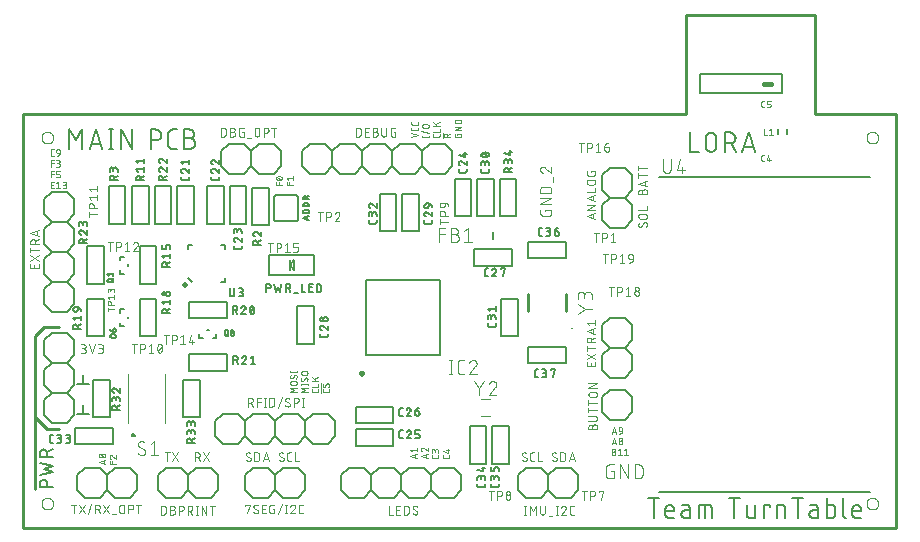
<source format=gto>
G75*
%MOIN*%
%OFA0B0*%
%FSLAX25Y25*%
%IPPOS*%
%LPD*%
%AMOC8*
5,1,8,0,0,1.08239X$1,22.5*
%
%ADD10C,0.01000*%
%ADD11C,0.00600*%
%ADD12C,0.00000*%
%ADD13C,0.00300*%
%ADD14C,0.00500*%
%ADD15C,0.00200*%
%ADD16C,0.00800*%
%ADD17C,0.00787*%
%ADD18C,0.00984*%
%ADD19C,0.00400*%
%ADD20C,0.00394*%
%ADD21C,0.00232*%
%ADD22C,0.02000*%
%ADD23C,0.01600*%
D10*
X0011500Y0010780D02*
X0011500Y0148780D01*
X0232500Y0148780D01*
X0232500Y0181780D01*
X0275500Y0181780D01*
X0275500Y0148780D01*
X0302500Y0148780D01*
X0302500Y0010780D01*
X0011500Y0010780D01*
X0015500Y0023780D02*
X0015500Y0047780D01*
X0019500Y0043780D01*
X0023500Y0043780D01*
X0015500Y0047780D02*
X0015500Y0074780D01*
X0018500Y0077780D01*
X0023500Y0077780D01*
X0179701Y0082827D02*
X0179701Y0088733D01*
X0192299Y0088733D02*
X0192299Y0082827D01*
D11*
X0204500Y0078280D02*
X0207000Y0080780D01*
X0212000Y0080780D01*
X0214500Y0078280D01*
X0214500Y0073280D01*
X0212000Y0070780D01*
X0214500Y0068280D01*
X0214500Y0063280D01*
X0212000Y0060780D01*
X0207000Y0060780D01*
X0204500Y0063280D01*
X0204500Y0068280D01*
X0207000Y0070780D01*
X0204500Y0073280D01*
X0204500Y0078280D01*
X0207000Y0070780D02*
X0212000Y0070780D01*
X0212000Y0056780D02*
X0207000Y0056780D01*
X0204500Y0054280D01*
X0204500Y0049280D01*
X0207000Y0046780D01*
X0212000Y0046780D01*
X0214500Y0049280D01*
X0214500Y0054280D01*
X0212000Y0056780D01*
X0188700Y0063480D02*
X0187978Y0060880D01*
X0187256Y0063191D02*
X0187256Y0063480D01*
X0188700Y0063480D01*
X0185242Y0063480D02*
X0184376Y0063480D01*
X0185242Y0063480D02*
X0185289Y0063478D01*
X0185335Y0063473D01*
X0185380Y0063463D01*
X0185425Y0063450D01*
X0185469Y0063434D01*
X0185511Y0063414D01*
X0185551Y0063391D01*
X0185589Y0063364D01*
X0185625Y0063335D01*
X0185659Y0063302D01*
X0185690Y0063268D01*
X0185718Y0063230D01*
X0185743Y0063191D01*
X0185764Y0063150D01*
X0185782Y0063107D01*
X0185797Y0063063D01*
X0185808Y0063018D01*
X0185816Y0062972D01*
X0185820Y0062925D01*
X0185820Y0062879D01*
X0185816Y0062832D01*
X0185808Y0062786D01*
X0185797Y0062741D01*
X0185782Y0062697D01*
X0185764Y0062654D01*
X0185743Y0062613D01*
X0185718Y0062574D01*
X0185690Y0062536D01*
X0185659Y0062502D01*
X0185625Y0062469D01*
X0185589Y0062440D01*
X0185551Y0062413D01*
X0185511Y0062390D01*
X0185469Y0062370D01*
X0185425Y0062354D01*
X0185380Y0062341D01*
X0185335Y0062331D01*
X0185289Y0062326D01*
X0185242Y0062324D01*
X0184664Y0062324D01*
X0185098Y0062324D02*
X0185151Y0062322D01*
X0185203Y0062316D01*
X0185255Y0062307D01*
X0185306Y0062293D01*
X0185356Y0062276D01*
X0185404Y0062256D01*
X0185451Y0062232D01*
X0185496Y0062204D01*
X0185539Y0062173D01*
X0185580Y0062140D01*
X0185618Y0062103D01*
X0185653Y0062064D01*
X0185685Y0062022D01*
X0185714Y0061978D01*
X0185740Y0061932D01*
X0185762Y0061884D01*
X0185781Y0061835D01*
X0185797Y0061785D01*
X0185808Y0061733D01*
X0185816Y0061681D01*
X0185820Y0061628D01*
X0185820Y0061576D01*
X0185816Y0061523D01*
X0185808Y0061471D01*
X0185797Y0061419D01*
X0185781Y0061369D01*
X0185762Y0061320D01*
X0185740Y0061272D01*
X0185714Y0061226D01*
X0185685Y0061182D01*
X0185653Y0061140D01*
X0185618Y0061101D01*
X0185580Y0061064D01*
X0185539Y0061031D01*
X0185496Y0061000D01*
X0185451Y0060972D01*
X0185404Y0060948D01*
X0185356Y0060928D01*
X0185306Y0060911D01*
X0185255Y0060897D01*
X0185203Y0060888D01*
X0185151Y0060882D01*
X0185098Y0060880D01*
X0184376Y0060880D01*
X0183117Y0060880D02*
X0182539Y0060880D01*
X0182494Y0060882D01*
X0182449Y0060887D01*
X0182404Y0060896D01*
X0182360Y0060908D01*
X0182318Y0060924D01*
X0182277Y0060943D01*
X0182237Y0060965D01*
X0182199Y0060990D01*
X0182164Y0061018D01*
X0182130Y0061049D01*
X0182099Y0061083D01*
X0182071Y0061118D01*
X0182046Y0061156D01*
X0182024Y0061196D01*
X0182005Y0061237D01*
X0181989Y0061279D01*
X0181977Y0061323D01*
X0181968Y0061368D01*
X0181963Y0061413D01*
X0181961Y0061458D01*
X0181962Y0061458D02*
X0181962Y0062902D01*
X0181961Y0062902D02*
X0181963Y0062950D01*
X0181969Y0062997D01*
X0181979Y0063044D01*
X0181992Y0063090D01*
X0182010Y0063134D01*
X0182031Y0063177D01*
X0182055Y0063218D01*
X0182083Y0063257D01*
X0182114Y0063293D01*
X0182148Y0063327D01*
X0182184Y0063358D01*
X0182223Y0063386D01*
X0182264Y0063410D01*
X0182307Y0063431D01*
X0182351Y0063449D01*
X0182397Y0063462D01*
X0182444Y0063472D01*
X0182491Y0063478D01*
X0182539Y0063480D01*
X0183117Y0063480D01*
X0168322Y0077741D02*
X0166878Y0077741D01*
X0166830Y0077743D01*
X0166783Y0077749D01*
X0166736Y0077759D01*
X0166690Y0077772D01*
X0166646Y0077790D01*
X0166603Y0077811D01*
X0166562Y0077835D01*
X0166523Y0077863D01*
X0166487Y0077894D01*
X0166453Y0077928D01*
X0166422Y0077964D01*
X0166394Y0078003D01*
X0166370Y0078044D01*
X0166349Y0078087D01*
X0166331Y0078131D01*
X0166318Y0078177D01*
X0166308Y0078224D01*
X0166302Y0078271D01*
X0166300Y0078319D01*
X0166300Y0078897D01*
X0166300Y0080155D02*
X0166300Y0081022D01*
X0166302Y0081069D01*
X0166307Y0081115D01*
X0166317Y0081160D01*
X0166330Y0081205D01*
X0166346Y0081249D01*
X0166366Y0081291D01*
X0166389Y0081331D01*
X0166416Y0081369D01*
X0166445Y0081405D01*
X0166478Y0081439D01*
X0166512Y0081470D01*
X0166550Y0081498D01*
X0166589Y0081523D01*
X0166630Y0081544D01*
X0166673Y0081562D01*
X0166717Y0081577D01*
X0166762Y0081588D01*
X0166808Y0081596D01*
X0166855Y0081600D01*
X0166901Y0081600D01*
X0166948Y0081596D01*
X0166994Y0081588D01*
X0167039Y0081577D01*
X0167083Y0081562D01*
X0167126Y0081544D01*
X0167167Y0081523D01*
X0167206Y0081498D01*
X0167244Y0081470D01*
X0167278Y0081439D01*
X0167311Y0081405D01*
X0167340Y0081369D01*
X0167367Y0081331D01*
X0167390Y0081291D01*
X0167410Y0081249D01*
X0167426Y0081205D01*
X0167439Y0081160D01*
X0167449Y0081115D01*
X0167454Y0081069D01*
X0167456Y0081022D01*
X0167456Y0080444D01*
X0167456Y0080878D02*
X0167458Y0080931D01*
X0167464Y0080983D01*
X0167473Y0081035D01*
X0167487Y0081086D01*
X0167504Y0081136D01*
X0167524Y0081184D01*
X0167548Y0081231D01*
X0167576Y0081276D01*
X0167607Y0081319D01*
X0167640Y0081360D01*
X0167677Y0081398D01*
X0167716Y0081433D01*
X0167758Y0081465D01*
X0167802Y0081494D01*
X0167848Y0081520D01*
X0167896Y0081542D01*
X0167945Y0081561D01*
X0167995Y0081577D01*
X0168047Y0081588D01*
X0168099Y0081596D01*
X0168152Y0081600D01*
X0168204Y0081600D01*
X0168257Y0081596D01*
X0168309Y0081588D01*
X0168361Y0081577D01*
X0168411Y0081561D01*
X0168460Y0081542D01*
X0168508Y0081520D01*
X0168554Y0081494D01*
X0168598Y0081465D01*
X0168640Y0081433D01*
X0168679Y0081398D01*
X0168716Y0081360D01*
X0168749Y0081319D01*
X0168780Y0081276D01*
X0168808Y0081231D01*
X0168832Y0081184D01*
X0168852Y0081136D01*
X0168869Y0081086D01*
X0168883Y0081035D01*
X0168892Y0080983D01*
X0168898Y0080931D01*
X0168900Y0080878D01*
X0168900Y0080155D01*
X0168900Y0078897D02*
X0168900Y0078319D01*
X0168898Y0078271D01*
X0168892Y0078224D01*
X0168882Y0078177D01*
X0168869Y0078131D01*
X0168851Y0078087D01*
X0168830Y0078044D01*
X0168806Y0078003D01*
X0168778Y0077964D01*
X0168747Y0077928D01*
X0168713Y0077894D01*
X0168677Y0077863D01*
X0168638Y0077835D01*
X0168597Y0077811D01*
X0168554Y0077790D01*
X0168510Y0077772D01*
X0168464Y0077759D01*
X0168417Y0077749D01*
X0168370Y0077743D01*
X0168322Y0077741D01*
X0168900Y0083035D02*
X0168900Y0084480D01*
X0168900Y0083758D02*
X0166300Y0083758D01*
X0166878Y0083035D01*
X0166456Y0094580D02*
X0165878Y0094580D01*
X0165833Y0094582D01*
X0165788Y0094587D01*
X0165743Y0094596D01*
X0165699Y0094608D01*
X0165657Y0094624D01*
X0165616Y0094643D01*
X0165576Y0094665D01*
X0165538Y0094690D01*
X0165503Y0094718D01*
X0165469Y0094749D01*
X0165438Y0094783D01*
X0165410Y0094818D01*
X0165385Y0094856D01*
X0165363Y0094896D01*
X0165344Y0094937D01*
X0165328Y0094979D01*
X0165316Y0095023D01*
X0165307Y0095068D01*
X0165302Y0095113D01*
X0165300Y0095158D01*
X0165300Y0096602D01*
X0165302Y0096650D01*
X0165308Y0096697D01*
X0165318Y0096744D01*
X0165331Y0096790D01*
X0165349Y0096834D01*
X0165370Y0096877D01*
X0165394Y0096918D01*
X0165422Y0096957D01*
X0165453Y0096993D01*
X0165487Y0097027D01*
X0165523Y0097058D01*
X0165562Y0097086D01*
X0165603Y0097110D01*
X0165646Y0097131D01*
X0165690Y0097149D01*
X0165736Y0097162D01*
X0165783Y0097172D01*
X0165830Y0097178D01*
X0165878Y0097180D01*
X0166456Y0097180D01*
X0168941Y0096025D02*
X0168977Y0096061D01*
X0169010Y0096101D01*
X0169040Y0096142D01*
X0169067Y0096186D01*
X0169091Y0096232D01*
X0169111Y0096279D01*
X0169128Y0096327D01*
X0169141Y0096377D01*
X0169150Y0096428D01*
X0169156Y0096479D01*
X0169158Y0096530D01*
X0168942Y0096024D02*
X0167714Y0094580D01*
X0169158Y0094580D01*
X0167714Y0096602D02*
X0167732Y0096654D01*
X0167755Y0096705D01*
X0167780Y0096754D01*
X0167809Y0096801D01*
X0167840Y0096846D01*
X0167875Y0096889D01*
X0167912Y0096930D01*
X0167952Y0096968D01*
X0167995Y0097004D01*
X0168039Y0097036D01*
X0168086Y0097066D01*
X0168135Y0097092D01*
X0168185Y0097115D01*
X0168237Y0097135D01*
X0168290Y0097151D01*
X0168343Y0097164D01*
X0168398Y0097173D01*
X0168453Y0097178D01*
X0168508Y0097180D01*
X0168557Y0097178D01*
X0168605Y0097173D01*
X0168653Y0097164D01*
X0168700Y0097151D01*
X0168745Y0097135D01*
X0168790Y0097116D01*
X0168833Y0097093D01*
X0168874Y0097067D01*
X0168913Y0097038D01*
X0168950Y0097006D01*
X0168984Y0096972D01*
X0169016Y0096935D01*
X0169045Y0096896D01*
X0169071Y0096855D01*
X0169094Y0096812D01*
X0169113Y0096767D01*
X0169129Y0096722D01*
X0169142Y0096675D01*
X0169151Y0096627D01*
X0169156Y0096579D01*
X0169158Y0096530D01*
X0170594Y0096891D02*
X0170594Y0097180D01*
X0172038Y0097180D01*
X0171316Y0094580D01*
X0183878Y0108080D02*
X0184456Y0108080D01*
X0183878Y0108080D02*
X0183833Y0108082D01*
X0183788Y0108087D01*
X0183743Y0108096D01*
X0183699Y0108108D01*
X0183657Y0108124D01*
X0183616Y0108143D01*
X0183576Y0108165D01*
X0183538Y0108190D01*
X0183503Y0108218D01*
X0183469Y0108249D01*
X0183438Y0108283D01*
X0183410Y0108318D01*
X0183385Y0108356D01*
X0183363Y0108396D01*
X0183344Y0108437D01*
X0183328Y0108479D01*
X0183316Y0108523D01*
X0183307Y0108568D01*
X0183302Y0108613D01*
X0183300Y0108658D01*
X0183300Y0110102D01*
X0183302Y0110150D01*
X0183308Y0110197D01*
X0183318Y0110244D01*
X0183331Y0110290D01*
X0183349Y0110334D01*
X0183370Y0110377D01*
X0183394Y0110418D01*
X0183422Y0110457D01*
X0183453Y0110493D01*
X0183487Y0110527D01*
X0183523Y0110558D01*
X0183562Y0110586D01*
X0183603Y0110610D01*
X0183646Y0110631D01*
X0183690Y0110649D01*
X0183736Y0110662D01*
X0183783Y0110672D01*
X0183830Y0110678D01*
X0183878Y0110680D01*
X0184456Y0110680D01*
X0185714Y0110680D02*
X0186581Y0110680D01*
X0186628Y0110678D01*
X0186674Y0110673D01*
X0186719Y0110663D01*
X0186764Y0110650D01*
X0186808Y0110634D01*
X0186850Y0110614D01*
X0186890Y0110591D01*
X0186928Y0110564D01*
X0186964Y0110535D01*
X0186998Y0110502D01*
X0187029Y0110468D01*
X0187057Y0110430D01*
X0187082Y0110391D01*
X0187103Y0110350D01*
X0187121Y0110307D01*
X0187136Y0110263D01*
X0187147Y0110218D01*
X0187155Y0110172D01*
X0187159Y0110125D01*
X0187159Y0110079D01*
X0187155Y0110032D01*
X0187147Y0109986D01*
X0187136Y0109941D01*
X0187121Y0109897D01*
X0187103Y0109854D01*
X0187082Y0109813D01*
X0187057Y0109774D01*
X0187029Y0109736D01*
X0186998Y0109702D01*
X0186964Y0109669D01*
X0186928Y0109640D01*
X0186890Y0109613D01*
X0186850Y0109590D01*
X0186808Y0109570D01*
X0186764Y0109554D01*
X0186719Y0109541D01*
X0186674Y0109531D01*
X0186628Y0109526D01*
X0186581Y0109524D01*
X0186003Y0109524D01*
X0186436Y0109524D02*
X0186489Y0109522D01*
X0186541Y0109516D01*
X0186593Y0109507D01*
X0186644Y0109493D01*
X0186694Y0109476D01*
X0186742Y0109456D01*
X0186789Y0109432D01*
X0186834Y0109404D01*
X0186877Y0109373D01*
X0186918Y0109340D01*
X0186956Y0109303D01*
X0186991Y0109264D01*
X0187023Y0109222D01*
X0187052Y0109178D01*
X0187078Y0109132D01*
X0187100Y0109084D01*
X0187119Y0109035D01*
X0187135Y0108985D01*
X0187146Y0108933D01*
X0187154Y0108881D01*
X0187158Y0108828D01*
X0187158Y0108776D01*
X0187154Y0108723D01*
X0187146Y0108671D01*
X0187135Y0108619D01*
X0187119Y0108569D01*
X0187100Y0108520D01*
X0187078Y0108472D01*
X0187052Y0108426D01*
X0187023Y0108382D01*
X0186991Y0108340D01*
X0186956Y0108301D01*
X0186918Y0108264D01*
X0186877Y0108231D01*
X0186834Y0108200D01*
X0186789Y0108172D01*
X0186742Y0108148D01*
X0186694Y0108128D01*
X0186644Y0108111D01*
X0186593Y0108097D01*
X0186541Y0108088D01*
X0186489Y0108082D01*
X0186436Y0108080D01*
X0185714Y0108080D01*
X0188594Y0108802D02*
X0188594Y0109524D01*
X0189461Y0109524D01*
X0188594Y0109524D02*
X0188596Y0109591D01*
X0188602Y0109658D01*
X0188612Y0109725D01*
X0188625Y0109791D01*
X0188643Y0109856D01*
X0188664Y0109919D01*
X0188689Y0109982D01*
X0188717Y0110043D01*
X0188749Y0110102D01*
X0188784Y0110159D01*
X0188823Y0110214D01*
X0188864Y0110267D01*
X0188909Y0110317D01*
X0188957Y0110365D01*
X0189007Y0110410D01*
X0189060Y0110451D01*
X0189115Y0110490D01*
X0189172Y0110525D01*
X0189231Y0110557D01*
X0189292Y0110585D01*
X0189355Y0110610D01*
X0189418Y0110631D01*
X0189483Y0110649D01*
X0189549Y0110662D01*
X0189616Y0110672D01*
X0189683Y0110678D01*
X0189750Y0110680D01*
X0190038Y0108947D02*
X0190038Y0108802D01*
X0190039Y0108947D02*
X0190037Y0108992D01*
X0190032Y0109037D01*
X0190023Y0109082D01*
X0190011Y0109126D01*
X0189995Y0109168D01*
X0189976Y0109209D01*
X0189954Y0109249D01*
X0189929Y0109287D01*
X0189901Y0109322D01*
X0189870Y0109356D01*
X0189836Y0109387D01*
X0189801Y0109415D01*
X0189763Y0109440D01*
X0189723Y0109462D01*
X0189682Y0109481D01*
X0189640Y0109497D01*
X0189596Y0109509D01*
X0189551Y0109518D01*
X0189506Y0109523D01*
X0189461Y0109525D01*
X0190038Y0108802D02*
X0190036Y0108749D01*
X0190030Y0108697D01*
X0190021Y0108645D01*
X0190007Y0108594D01*
X0189990Y0108544D01*
X0189970Y0108496D01*
X0189946Y0108449D01*
X0189918Y0108404D01*
X0189887Y0108361D01*
X0189854Y0108320D01*
X0189817Y0108282D01*
X0189778Y0108247D01*
X0189736Y0108215D01*
X0189692Y0108186D01*
X0189646Y0108160D01*
X0189598Y0108138D01*
X0189549Y0108119D01*
X0189499Y0108103D01*
X0189447Y0108092D01*
X0189395Y0108084D01*
X0189342Y0108080D01*
X0189290Y0108080D01*
X0189237Y0108084D01*
X0189185Y0108092D01*
X0189133Y0108103D01*
X0189083Y0108119D01*
X0189034Y0108138D01*
X0188986Y0108160D01*
X0188940Y0108186D01*
X0188896Y0108215D01*
X0188854Y0108247D01*
X0188815Y0108282D01*
X0188778Y0108320D01*
X0188745Y0108361D01*
X0188714Y0108404D01*
X0188686Y0108449D01*
X0188662Y0108496D01*
X0188642Y0108544D01*
X0188625Y0108594D01*
X0188611Y0108645D01*
X0188602Y0108697D01*
X0188596Y0108749D01*
X0188594Y0108802D01*
X0204500Y0113280D02*
X0204500Y0118280D01*
X0207000Y0120780D01*
X0204500Y0123280D01*
X0204500Y0128280D01*
X0207000Y0130780D01*
X0212000Y0130780D01*
X0214500Y0128280D01*
X0214500Y0123280D01*
X0212000Y0120780D01*
X0214500Y0118280D01*
X0214500Y0113280D01*
X0212000Y0110780D01*
X0207000Y0110780D01*
X0204500Y0113280D01*
X0207000Y0120780D02*
X0212000Y0120780D01*
X0233800Y0136080D02*
X0236644Y0136080D01*
X0233800Y0136080D02*
X0233800Y0142480D01*
X0238917Y0140702D02*
X0238917Y0137858D01*
X0238916Y0137858D02*
X0238918Y0137775D01*
X0238924Y0137692D01*
X0238934Y0137609D01*
X0238947Y0137526D01*
X0238965Y0137445D01*
X0238986Y0137364D01*
X0239011Y0137285D01*
X0239040Y0137207D01*
X0239072Y0137130D01*
X0239108Y0137055D01*
X0239147Y0136981D01*
X0239190Y0136910D01*
X0239236Y0136840D01*
X0239286Y0136773D01*
X0239338Y0136708D01*
X0239393Y0136646D01*
X0239452Y0136586D01*
X0239513Y0136529D01*
X0239576Y0136475D01*
X0239642Y0136424D01*
X0239711Y0136377D01*
X0239781Y0136332D01*
X0239854Y0136291D01*
X0239928Y0136254D01*
X0240004Y0136219D01*
X0240082Y0136189D01*
X0240160Y0136162D01*
X0240241Y0136139D01*
X0240322Y0136119D01*
X0240404Y0136104D01*
X0240486Y0136092D01*
X0240569Y0136084D01*
X0240652Y0136080D01*
X0240736Y0136080D01*
X0240819Y0136084D01*
X0240902Y0136092D01*
X0240984Y0136104D01*
X0241066Y0136119D01*
X0241147Y0136139D01*
X0241228Y0136162D01*
X0241306Y0136189D01*
X0241384Y0136219D01*
X0241460Y0136254D01*
X0241534Y0136291D01*
X0241607Y0136332D01*
X0241677Y0136377D01*
X0241746Y0136424D01*
X0241812Y0136475D01*
X0241875Y0136529D01*
X0241936Y0136586D01*
X0241995Y0136646D01*
X0242050Y0136708D01*
X0242102Y0136773D01*
X0242152Y0136840D01*
X0242198Y0136910D01*
X0242241Y0136981D01*
X0242280Y0137055D01*
X0242316Y0137130D01*
X0242348Y0137207D01*
X0242377Y0137285D01*
X0242402Y0137364D01*
X0242423Y0137445D01*
X0242441Y0137526D01*
X0242454Y0137609D01*
X0242464Y0137692D01*
X0242470Y0137775D01*
X0242472Y0137858D01*
X0242472Y0140702D01*
X0242470Y0140785D01*
X0242464Y0140868D01*
X0242454Y0140951D01*
X0242441Y0141034D01*
X0242423Y0141115D01*
X0242402Y0141196D01*
X0242377Y0141275D01*
X0242348Y0141353D01*
X0242316Y0141430D01*
X0242280Y0141505D01*
X0242241Y0141579D01*
X0242198Y0141650D01*
X0242152Y0141720D01*
X0242102Y0141787D01*
X0242050Y0141852D01*
X0241995Y0141914D01*
X0241936Y0141974D01*
X0241875Y0142031D01*
X0241812Y0142085D01*
X0241746Y0142136D01*
X0241677Y0142183D01*
X0241607Y0142228D01*
X0241534Y0142269D01*
X0241460Y0142306D01*
X0241384Y0142341D01*
X0241306Y0142371D01*
X0241228Y0142398D01*
X0241147Y0142421D01*
X0241066Y0142441D01*
X0240984Y0142456D01*
X0240902Y0142468D01*
X0240819Y0142476D01*
X0240736Y0142480D01*
X0240652Y0142480D01*
X0240569Y0142476D01*
X0240486Y0142468D01*
X0240404Y0142456D01*
X0240322Y0142441D01*
X0240241Y0142421D01*
X0240160Y0142398D01*
X0240082Y0142371D01*
X0240004Y0142341D01*
X0239928Y0142306D01*
X0239854Y0142269D01*
X0239781Y0142228D01*
X0239711Y0142183D01*
X0239642Y0142136D01*
X0239576Y0142085D01*
X0239513Y0142031D01*
X0239452Y0141974D01*
X0239393Y0141914D01*
X0239338Y0141852D01*
X0239286Y0141787D01*
X0239236Y0141720D01*
X0239190Y0141650D01*
X0239147Y0141579D01*
X0239108Y0141505D01*
X0239072Y0141430D01*
X0239040Y0141353D01*
X0239011Y0141275D01*
X0238986Y0141196D01*
X0238965Y0141115D01*
X0238947Y0141034D01*
X0238934Y0140951D01*
X0238924Y0140868D01*
X0238918Y0140785D01*
X0238916Y0140702D01*
X0245312Y0138924D02*
X0247090Y0138924D01*
X0247445Y0138924D02*
X0248867Y0136080D01*
X0251074Y0136080D02*
X0253208Y0142480D01*
X0255341Y0136080D01*
X0254808Y0137680D02*
X0251608Y0137680D01*
X0247090Y0138924D02*
X0247173Y0138926D01*
X0247256Y0138932D01*
X0247339Y0138942D01*
X0247422Y0138955D01*
X0247503Y0138973D01*
X0247584Y0138994D01*
X0247663Y0139019D01*
X0247741Y0139048D01*
X0247818Y0139080D01*
X0247893Y0139116D01*
X0247967Y0139155D01*
X0248038Y0139198D01*
X0248108Y0139244D01*
X0248175Y0139294D01*
X0248240Y0139346D01*
X0248302Y0139401D01*
X0248362Y0139460D01*
X0248419Y0139521D01*
X0248473Y0139584D01*
X0248524Y0139650D01*
X0248571Y0139719D01*
X0248616Y0139789D01*
X0248657Y0139862D01*
X0248694Y0139936D01*
X0248729Y0140012D01*
X0248759Y0140090D01*
X0248786Y0140168D01*
X0248809Y0140249D01*
X0248829Y0140330D01*
X0248844Y0140412D01*
X0248856Y0140494D01*
X0248864Y0140577D01*
X0248868Y0140660D01*
X0248868Y0140744D01*
X0248864Y0140827D01*
X0248856Y0140910D01*
X0248844Y0140992D01*
X0248829Y0141074D01*
X0248809Y0141155D01*
X0248786Y0141236D01*
X0248759Y0141314D01*
X0248729Y0141392D01*
X0248694Y0141468D01*
X0248657Y0141542D01*
X0248616Y0141615D01*
X0248571Y0141685D01*
X0248524Y0141754D01*
X0248473Y0141820D01*
X0248419Y0141883D01*
X0248362Y0141944D01*
X0248302Y0142003D01*
X0248240Y0142058D01*
X0248175Y0142110D01*
X0248108Y0142160D01*
X0248038Y0142206D01*
X0247967Y0142249D01*
X0247893Y0142288D01*
X0247818Y0142324D01*
X0247741Y0142356D01*
X0247663Y0142385D01*
X0247584Y0142410D01*
X0247503Y0142431D01*
X0247422Y0142449D01*
X0247339Y0142462D01*
X0247256Y0142472D01*
X0247173Y0142478D01*
X0247090Y0142480D01*
X0245312Y0142480D01*
X0245312Y0136080D01*
X0174400Y0136047D02*
X0173244Y0136047D01*
X0173822Y0136480D02*
X0173822Y0135035D01*
X0171800Y0135613D01*
X0171800Y0133022D02*
X0171800Y0132155D01*
X0171800Y0133022D02*
X0171802Y0133069D01*
X0171807Y0133115D01*
X0171817Y0133160D01*
X0171830Y0133205D01*
X0171846Y0133249D01*
X0171866Y0133291D01*
X0171889Y0133331D01*
X0171916Y0133369D01*
X0171945Y0133405D01*
X0171978Y0133439D01*
X0172012Y0133470D01*
X0172050Y0133498D01*
X0172089Y0133523D01*
X0172130Y0133544D01*
X0172173Y0133562D01*
X0172217Y0133577D01*
X0172262Y0133588D01*
X0172308Y0133596D01*
X0172355Y0133600D01*
X0172401Y0133600D01*
X0172448Y0133596D01*
X0172494Y0133588D01*
X0172539Y0133577D01*
X0172583Y0133562D01*
X0172626Y0133544D01*
X0172667Y0133523D01*
X0172706Y0133498D01*
X0172744Y0133470D01*
X0172778Y0133439D01*
X0172811Y0133405D01*
X0172840Y0133369D01*
X0172867Y0133331D01*
X0172890Y0133291D01*
X0172910Y0133249D01*
X0172926Y0133205D01*
X0172939Y0133160D01*
X0172949Y0133115D01*
X0172954Y0133069D01*
X0172956Y0133022D01*
X0172956Y0132444D01*
X0172956Y0132878D02*
X0172958Y0132931D01*
X0172964Y0132983D01*
X0172973Y0133035D01*
X0172987Y0133086D01*
X0173004Y0133136D01*
X0173024Y0133184D01*
X0173048Y0133231D01*
X0173076Y0133276D01*
X0173107Y0133319D01*
X0173140Y0133360D01*
X0173177Y0133398D01*
X0173216Y0133433D01*
X0173258Y0133465D01*
X0173302Y0133494D01*
X0173348Y0133520D01*
X0173396Y0133542D01*
X0173445Y0133561D01*
X0173495Y0133577D01*
X0173547Y0133588D01*
X0173599Y0133596D01*
X0173652Y0133600D01*
X0173704Y0133600D01*
X0173757Y0133596D01*
X0173809Y0133588D01*
X0173861Y0133577D01*
X0173911Y0133561D01*
X0173960Y0133542D01*
X0174008Y0133520D01*
X0174054Y0133494D01*
X0174098Y0133465D01*
X0174140Y0133433D01*
X0174179Y0133398D01*
X0174216Y0133360D01*
X0174249Y0133319D01*
X0174280Y0133276D01*
X0174308Y0133231D01*
X0174332Y0133184D01*
X0174352Y0133136D01*
X0174369Y0133086D01*
X0174383Y0133035D01*
X0174392Y0132983D01*
X0174398Y0132931D01*
X0174400Y0132878D01*
X0174400Y0132155D01*
X0174400Y0130751D02*
X0173244Y0130173D01*
X0173244Y0130029D02*
X0173244Y0129306D01*
X0173244Y0130029D02*
X0173242Y0130082D01*
X0173236Y0130134D01*
X0173227Y0130186D01*
X0173213Y0130237D01*
X0173196Y0130287D01*
X0173176Y0130335D01*
X0173152Y0130382D01*
X0173124Y0130427D01*
X0173093Y0130470D01*
X0173060Y0130511D01*
X0173023Y0130549D01*
X0172984Y0130584D01*
X0172942Y0130616D01*
X0172898Y0130645D01*
X0172852Y0130671D01*
X0172804Y0130693D01*
X0172755Y0130712D01*
X0172705Y0130728D01*
X0172653Y0130739D01*
X0172601Y0130747D01*
X0172548Y0130751D01*
X0172496Y0130751D01*
X0172443Y0130747D01*
X0172391Y0130739D01*
X0172339Y0130728D01*
X0172289Y0130712D01*
X0172240Y0130693D01*
X0172192Y0130671D01*
X0172146Y0130645D01*
X0172102Y0130616D01*
X0172060Y0130584D01*
X0172021Y0130549D01*
X0171984Y0130511D01*
X0171951Y0130470D01*
X0171920Y0130427D01*
X0171892Y0130382D01*
X0171868Y0130335D01*
X0171848Y0130287D01*
X0171831Y0130237D01*
X0171817Y0130186D01*
X0171808Y0130134D01*
X0171802Y0130082D01*
X0171800Y0130029D01*
X0171800Y0129306D01*
X0174400Y0129306D01*
X0166700Y0129658D02*
X0166700Y0130235D01*
X0166700Y0129658D02*
X0166698Y0129610D01*
X0166692Y0129563D01*
X0166682Y0129516D01*
X0166669Y0129470D01*
X0166651Y0129426D01*
X0166630Y0129383D01*
X0166606Y0129342D01*
X0166578Y0129303D01*
X0166547Y0129267D01*
X0166513Y0129233D01*
X0166477Y0129202D01*
X0166438Y0129174D01*
X0166397Y0129150D01*
X0166354Y0129129D01*
X0166310Y0129111D01*
X0166264Y0129098D01*
X0166217Y0129088D01*
X0166170Y0129082D01*
X0166122Y0129080D01*
X0164678Y0129080D01*
X0164630Y0129082D01*
X0164583Y0129088D01*
X0164536Y0129098D01*
X0164490Y0129111D01*
X0164446Y0129129D01*
X0164403Y0129150D01*
X0164362Y0129174D01*
X0164323Y0129202D01*
X0164287Y0129233D01*
X0164253Y0129267D01*
X0164222Y0129303D01*
X0164194Y0129342D01*
X0164170Y0129383D01*
X0164149Y0129426D01*
X0164131Y0129470D01*
X0164118Y0129516D01*
X0164108Y0129563D01*
X0164102Y0129610D01*
X0164100Y0129658D01*
X0164100Y0130235D01*
X0164100Y0131494D02*
X0164100Y0132361D01*
X0164102Y0132408D01*
X0164107Y0132454D01*
X0164117Y0132499D01*
X0164130Y0132544D01*
X0164146Y0132588D01*
X0164166Y0132630D01*
X0164189Y0132670D01*
X0164216Y0132708D01*
X0164245Y0132744D01*
X0164278Y0132778D01*
X0164312Y0132809D01*
X0164350Y0132837D01*
X0164389Y0132862D01*
X0164430Y0132883D01*
X0164473Y0132901D01*
X0164517Y0132916D01*
X0164562Y0132927D01*
X0164608Y0132935D01*
X0164655Y0132939D01*
X0164701Y0132939D01*
X0164748Y0132935D01*
X0164794Y0132927D01*
X0164839Y0132916D01*
X0164883Y0132901D01*
X0164926Y0132883D01*
X0164967Y0132862D01*
X0165006Y0132837D01*
X0165044Y0132809D01*
X0165078Y0132778D01*
X0165111Y0132744D01*
X0165140Y0132708D01*
X0165167Y0132670D01*
X0165190Y0132630D01*
X0165210Y0132588D01*
X0165226Y0132544D01*
X0165239Y0132499D01*
X0165249Y0132454D01*
X0165254Y0132408D01*
X0165256Y0132361D01*
X0165256Y0131783D01*
X0165256Y0132216D02*
X0165258Y0132269D01*
X0165264Y0132321D01*
X0165273Y0132373D01*
X0165287Y0132424D01*
X0165304Y0132474D01*
X0165324Y0132522D01*
X0165348Y0132569D01*
X0165376Y0132614D01*
X0165407Y0132657D01*
X0165440Y0132698D01*
X0165477Y0132736D01*
X0165516Y0132771D01*
X0165558Y0132803D01*
X0165602Y0132832D01*
X0165648Y0132858D01*
X0165696Y0132880D01*
X0165745Y0132899D01*
X0165795Y0132915D01*
X0165847Y0132926D01*
X0165899Y0132934D01*
X0165952Y0132938D01*
X0166004Y0132938D01*
X0166057Y0132934D01*
X0166109Y0132926D01*
X0166161Y0132915D01*
X0166211Y0132899D01*
X0166260Y0132880D01*
X0166308Y0132858D01*
X0166354Y0132832D01*
X0166398Y0132803D01*
X0166440Y0132771D01*
X0166479Y0132736D01*
X0166516Y0132698D01*
X0166549Y0132657D01*
X0166580Y0132614D01*
X0166608Y0132569D01*
X0166632Y0132522D01*
X0166652Y0132474D01*
X0166669Y0132424D01*
X0166683Y0132373D01*
X0166692Y0132321D01*
X0166698Y0132269D01*
X0166700Y0132216D01*
X0166700Y0131494D01*
X0166339Y0135602D02*
X0166259Y0135639D01*
X0166177Y0135673D01*
X0166094Y0135703D01*
X0166010Y0135730D01*
X0165925Y0135754D01*
X0165839Y0135774D01*
X0165752Y0135790D01*
X0165664Y0135803D01*
X0165577Y0135812D01*
X0165488Y0135817D01*
X0165400Y0135819D01*
X0165400Y0134373D02*
X0165312Y0134375D01*
X0165223Y0134380D01*
X0165136Y0134389D01*
X0165048Y0134402D01*
X0164961Y0134418D01*
X0164875Y0134438D01*
X0164790Y0134462D01*
X0164706Y0134489D01*
X0164623Y0134519D01*
X0164541Y0134553D01*
X0164461Y0134590D01*
X0164100Y0135096D02*
X0164102Y0135140D01*
X0164107Y0135184D01*
X0164116Y0135227D01*
X0164129Y0135269D01*
X0164145Y0135311D01*
X0164164Y0135350D01*
X0164187Y0135388D01*
X0164213Y0135424D01*
X0164241Y0135458D01*
X0164272Y0135489D01*
X0164306Y0135518D01*
X0164342Y0135543D01*
X0164380Y0135566D01*
X0164420Y0135585D01*
X0164461Y0135601D01*
X0164678Y0135674D02*
X0166122Y0134518D01*
X0166700Y0135096D02*
X0166698Y0135140D01*
X0166693Y0135184D01*
X0166684Y0135227D01*
X0166671Y0135269D01*
X0166655Y0135311D01*
X0166636Y0135350D01*
X0166613Y0135388D01*
X0166587Y0135424D01*
X0166559Y0135458D01*
X0166528Y0135489D01*
X0166494Y0135517D01*
X0166458Y0135543D01*
X0166420Y0135566D01*
X0166380Y0135585D01*
X0166339Y0135601D01*
X0166700Y0135096D02*
X0166698Y0135052D01*
X0166693Y0135008D01*
X0166684Y0134965D01*
X0166671Y0134923D01*
X0166655Y0134881D01*
X0166636Y0134842D01*
X0166613Y0134804D01*
X0166587Y0134768D01*
X0166559Y0134734D01*
X0166528Y0134703D01*
X0166494Y0134675D01*
X0166458Y0134649D01*
X0166420Y0134626D01*
X0166380Y0134607D01*
X0166339Y0134591D01*
X0165400Y0135819D02*
X0165312Y0135817D01*
X0165223Y0135812D01*
X0165136Y0135803D01*
X0165048Y0135790D01*
X0164961Y0135774D01*
X0164875Y0135754D01*
X0164790Y0135730D01*
X0164706Y0135703D01*
X0164623Y0135673D01*
X0164541Y0135639D01*
X0164461Y0135602D01*
X0164100Y0135096D02*
X0164102Y0135052D01*
X0164107Y0135008D01*
X0164116Y0134965D01*
X0164129Y0134923D01*
X0164145Y0134881D01*
X0164164Y0134842D01*
X0164187Y0134804D01*
X0164213Y0134768D01*
X0164241Y0134734D01*
X0164272Y0134703D01*
X0164306Y0134675D01*
X0164342Y0134649D01*
X0164380Y0134626D01*
X0164420Y0134607D01*
X0164461Y0134591D01*
X0165400Y0134373D02*
X0165488Y0134375D01*
X0165577Y0134380D01*
X0165664Y0134389D01*
X0165752Y0134402D01*
X0165839Y0134418D01*
X0165925Y0134438D01*
X0166010Y0134462D01*
X0166094Y0134489D01*
X0166177Y0134519D01*
X0166259Y0134553D01*
X0166339Y0134590D01*
X0159200Y0135385D02*
X0158044Y0135385D01*
X0158622Y0135818D02*
X0158622Y0134374D01*
X0156600Y0134952D01*
X0154500Y0136280D02*
X0154500Y0131280D01*
X0152000Y0128780D01*
X0147000Y0128780D01*
X0144500Y0131280D01*
X0142000Y0128780D01*
X0137000Y0128780D01*
X0134500Y0131280D01*
X0132000Y0128780D01*
X0127000Y0128780D01*
X0124500Y0131280D01*
X0122000Y0128780D01*
X0117000Y0128780D01*
X0114500Y0131280D01*
X0112000Y0128780D01*
X0107000Y0128780D01*
X0104500Y0131280D01*
X0104500Y0136280D01*
X0107000Y0138780D01*
X0112000Y0138780D01*
X0114500Y0136280D01*
X0117000Y0138780D01*
X0122000Y0138780D01*
X0124500Y0136280D01*
X0124500Y0131280D01*
X0124500Y0136280D02*
X0127000Y0138780D01*
X0132000Y0138780D01*
X0134500Y0136280D01*
X0137000Y0138780D01*
X0142000Y0138780D01*
X0144500Y0136280D01*
X0147000Y0138780D01*
X0152000Y0138780D01*
X0154500Y0136280D01*
X0157756Y0132722D02*
X0159200Y0131494D01*
X0159200Y0132938D01*
X0157178Y0131494D02*
X0157126Y0131512D01*
X0157075Y0131535D01*
X0157026Y0131560D01*
X0156979Y0131589D01*
X0156934Y0131620D01*
X0156891Y0131655D01*
X0156850Y0131692D01*
X0156812Y0131732D01*
X0156776Y0131775D01*
X0156744Y0131819D01*
X0156714Y0131866D01*
X0156688Y0131915D01*
X0156665Y0131965D01*
X0156645Y0132017D01*
X0156629Y0132070D01*
X0156616Y0132123D01*
X0156607Y0132178D01*
X0156602Y0132233D01*
X0156600Y0132288D01*
X0156602Y0132337D01*
X0156607Y0132385D01*
X0156616Y0132433D01*
X0156629Y0132480D01*
X0156645Y0132525D01*
X0156664Y0132570D01*
X0156687Y0132613D01*
X0156713Y0132654D01*
X0156742Y0132693D01*
X0156774Y0132730D01*
X0156808Y0132764D01*
X0156845Y0132796D01*
X0156884Y0132825D01*
X0156925Y0132851D01*
X0156968Y0132874D01*
X0157013Y0132893D01*
X0157058Y0132909D01*
X0157105Y0132922D01*
X0157153Y0132931D01*
X0157201Y0132936D01*
X0157250Y0132938D01*
X0157301Y0132936D01*
X0157352Y0132930D01*
X0157403Y0132921D01*
X0157453Y0132908D01*
X0157501Y0132891D01*
X0157548Y0132871D01*
X0157594Y0132847D01*
X0157638Y0132820D01*
X0157679Y0132790D01*
X0157719Y0132757D01*
X0157755Y0132721D01*
X0156600Y0130235D02*
X0156600Y0129658D01*
X0156602Y0129610D01*
X0156608Y0129563D01*
X0156618Y0129516D01*
X0156631Y0129470D01*
X0156649Y0129426D01*
X0156670Y0129383D01*
X0156694Y0129342D01*
X0156722Y0129303D01*
X0156753Y0129267D01*
X0156787Y0129233D01*
X0156823Y0129202D01*
X0156862Y0129174D01*
X0156903Y0129150D01*
X0156946Y0129129D01*
X0156990Y0129111D01*
X0157036Y0129098D01*
X0157083Y0129088D01*
X0157130Y0129082D01*
X0157178Y0129080D01*
X0158622Y0129080D01*
X0158670Y0129082D01*
X0158717Y0129088D01*
X0158764Y0129098D01*
X0158810Y0129111D01*
X0158854Y0129129D01*
X0158897Y0129150D01*
X0158938Y0129174D01*
X0158977Y0129202D01*
X0159013Y0129233D01*
X0159047Y0129267D01*
X0159078Y0129303D01*
X0159106Y0129342D01*
X0159130Y0129383D01*
X0159151Y0129426D01*
X0159169Y0129470D01*
X0159182Y0129516D01*
X0159192Y0129563D01*
X0159198Y0129610D01*
X0159200Y0129658D01*
X0159200Y0130235D01*
X0144500Y0131280D02*
X0144500Y0136280D01*
X0134500Y0136280D02*
X0134500Y0131280D01*
X0129200Y0118818D02*
X0129200Y0117374D01*
X0127756Y0118602D01*
X0126600Y0118168D02*
X0126602Y0118113D01*
X0126607Y0118058D01*
X0126616Y0118003D01*
X0126629Y0117950D01*
X0126645Y0117897D01*
X0126665Y0117845D01*
X0126688Y0117795D01*
X0126714Y0117746D01*
X0126744Y0117699D01*
X0126776Y0117655D01*
X0126812Y0117612D01*
X0126850Y0117572D01*
X0126891Y0117535D01*
X0126934Y0117500D01*
X0126979Y0117469D01*
X0127026Y0117440D01*
X0127075Y0117415D01*
X0127126Y0117392D01*
X0127178Y0117374D01*
X0127755Y0118601D02*
X0127719Y0118637D01*
X0127679Y0118670D01*
X0127638Y0118700D01*
X0127594Y0118727D01*
X0127548Y0118751D01*
X0127501Y0118771D01*
X0127453Y0118788D01*
X0127403Y0118801D01*
X0127352Y0118810D01*
X0127301Y0118816D01*
X0127250Y0118818D01*
X0127201Y0118816D01*
X0127153Y0118811D01*
X0127105Y0118802D01*
X0127058Y0118789D01*
X0127013Y0118773D01*
X0126968Y0118754D01*
X0126925Y0118731D01*
X0126884Y0118705D01*
X0126845Y0118676D01*
X0126808Y0118644D01*
X0126774Y0118610D01*
X0126742Y0118573D01*
X0126713Y0118534D01*
X0126687Y0118493D01*
X0126664Y0118450D01*
X0126645Y0118405D01*
X0126629Y0118360D01*
X0126616Y0118313D01*
X0126607Y0118265D01*
X0126602Y0118217D01*
X0126600Y0118168D01*
X0126600Y0115361D02*
X0126600Y0114494D01*
X0126600Y0115361D02*
X0126602Y0115408D01*
X0126607Y0115454D01*
X0126617Y0115499D01*
X0126630Y0115544D01*
X0126646Y0115588D01*
X0126666Y0115630D01*
X0126689Y0115670D01*
X0126716Y0115708D01*
X0126745Y0115744D01*
X0126778Y0115778D01*
X0126812Y0115809D01*
X0126850Y0115837D01*
X0126889Y0115862D01*
X0126930Y0115883D01*
X0126973Y0115901D01*
X0127017Y0115916D01*
X0127062Y0115927D01*
X0127108Y0115935D01*
X0127155Y0115939D01*
X0127201Y0115939D01*
X0127248Y0115935D01*
X0127294Y0115927D01*
X0127339Y0115916D01*
X0127383Y0115901D01*
X0127426Y0115883D01*
X0127467Y0115862D01*
X0127506Y0115837D01*
X0127544Y0115809D01*
X0127578Y0115778D01*
X0127611Y0115744D01*
X0127640Y0115708D01*
X0127667Y0115670D01*
X0127690Y0115630D01*
X0127710Y0115588D01*
X0127726Y0115544D01*
X0127739Y0115499D01*
X0127749Y0115454D01*
X0127754Y0115408D01*
X0127756Y0115361D01*
X0127756Y0114783D01*
X0127756Y0115216D02*
X0127758Y0115269D01*
X0127764Y0115321D01*
X0127773Y0115373D01*
X0127787Y0115424D01*
X0127804Y0115474D01*
X0127824Y0115522D01*
X0127848Y0115569D01*
X0127876Y0115614D01*
X0127907Y0115657D01*
X0127940Y0115698D01*
X0127977Y0115736D01*
X0128016Y0115771D01*
X0128058Y0115803D01*
X0128102Y0115832D01*
X0128148Y0115858D01*
X0128196Y0115880D01*
X0128245Y0115899D01*
X0128295Y0115915D01*
X0128347Y0115926D01*
X0128399Y0115934D01*
X0128452Y0115938D01*
X0128504Y0115938D01*
X0128557Y0115934D01*
X0128609Y0115926D01*
X0128661Y0115915D01*
X0128711Y0115899D01*
X0128760Y0115880D01*
X0128808Y0115858D01*
X0128854Y0115832D01*
X0128898Y0115803D01*
X0128940Y0115771D01*
X0128979Y0115736D01*
X0129016Y0115698D01*
X0129049Y0115657D01*
X0129080Y0115614D01*
X0129108Y0115569D01*
X0129132Y0115522D01*
X0129152Y0115474D01*
X0129169Y0115424D01*
X0129183Y0115373D01*
X0129192Y0115321D01*
X0129198Y0115269D01*
X0129200Y0115216D01*
X0129200Y0114494D01*
X0129200Y0113235D02*
X0129200Y0112658D01*
X0129198Y0112610D01*
X0129192Y0112563D01*
X0129182Y0112516D01*
X0129169Y0112470D01*
X0129151Y0112426D01*
X0129130Y0112383D01*
X0129106Y0112342D01*
X0129078Y0112303D01*
X0129047Y0112267D01*
X0129013Y0112233D01*
X0128977Y0112202D01*
X0128938Y0112174D01*
X0128897Y0112150D01*
X0128854Y0112129D01*
X0128810Y0112111D01*
X0128764Y0112098D01*
X0128717Y0112088D01*
X0128670Y0112082D01*
X0128622Y0112080D01*
X0127178Y0112080D01*
X0127130Y0112082D01*
X0127083Y0112088D01*
X0127036Y0112098D01*
X0126990Y0112111D01*
X0126946Y0112129D01*
X0126903Y0112150D01*
X0126862Y0112174D01*
X0126823Y0112202D01*
X0126787Y0112233D01*
X0126753Y0112267D01*
X0126722Y0112303D01*
X0126694Y0112342D01*
X0126670Y0112383D01*
X0126649Y0112426D01*
X0126631Y0112470D01*
X0126618Y0112516D01*
X0126608Y0112563D01*
X0126602Y0112610D01*
X0126600Y0112658D01*
X0126600Y0113235D01*
X0145100Y0113235D02*
X0145100Y0112658D01*
X0145102Y0112610D01*
X0145108Y0112563D01*
X0145118Y0112516D01*
X0145131Y0112470D01*
X0145149Y0112426D01*
X0145170Y0112383D01*
X0145194Y0112342D01*
X0145222Y0112303D01*
X0145253Y0112267D01*
X0145287Y0112233D01*
X0145323Y0112202D01*
X0145362Y0112174D01*
X0145403Y0112150D01*
X0145446Y0112129D01*
X0145490Y0112111D01*
X0145536Y0112098D01*
X0145583Y0112088D01*
X0145630Y0112082D01*
X0145678Y0112080D01*
X0147122Y0112080D01*
X0147170Y0112082D01*
X0147217Y0112088D01*
X0147264Y0112098D01*
X0147310Y0112111D01*
X0147354Y0112129D01*
X0147397Y0112150D01*
X0147438Y0112174D01*
X0147477Y0112202D01*
X0147513Y0112233D01*
X0147547Y0112267D01*
X0147578Y0112303D01*
X0147606Y0112342D01*
X0147630Y0112383D01*
X0147651Y0112426D01*
X0147669Y0112470D01*
X0147682Y0112516D01*
X0147692Y0112563D01*
X0147698Y0112610D01*
X0147700Y0112658D01*
X0147700Y0113235D01*
X0147700Y0114494D02*
X0147700Y0115938D01*
X0147700Y0114494D02*
X0146256Y0115722D01*
X0145100Y0115288D02*
X0145102Y0115233D01*
X0145107Y0115178D01*
X0145116Y0115123D01*
X0145129Y0115070D01*
X0145145Y0115017D01*
X0145165Y0114965D01*
X0145188Y0114915D01*
X0145214Y0114866D01*
X0145244Y0114819D01*
X0145276Y0114775D01*
X0145312Y0114732D01*
X0145350Y0114692D01*
X0145391Y0114655D01*
X0145434Y0114620D01*
X0145479Y0114589D01*
X0145526Y0114560D01*
X0145575Y0114535D01*
X0145626Y0114512D01*
X0145678Y0114494D01*
X0146255Y0115721D02*
X0146219Y0115757D01*
X0146179Y0115790D01*
X0146138Y0115820D01*
X0146094Y0115847D01*
X0146048Y0115871D01*
X0146001Y0115891D01*
X0145953Y0115908D01*
X0145903Y0115921D01*
X0145852Y0115930D01*
X0145801Y0115936D01*
X0145750Y0115938D01*
X0145701Y0115936D01*
X0145653Y0115931D01*
X0145605Y0115922D01*
X0145558Y0115909D01*
X0145513Y0115893D01*
X0145468Y0115874D01*
X0145425Y0115851D01*
X0145384Y0115825D01*
X0145345Y0115796D01*
X0145308Y0115764D01*
X0145274Y0115730D01*
X0145242Y0115693D01*
X0145213Y0115654D01*
X0145187Y0115613D01*
X0145164Y0115570D01*
X0145145Y0115525D01*
X0145129Y0115480D01*
X0145116Y0115433D01*
X0145107Y0115385D01*
X0145102Y0115337D01*
X0145100Y0115288D01*
X0145822Y0117374D02*
X0145967Y0117374D01*
X0146012Y0117376D01*
X0146057Y0117381D01*
X0146102Y0117390D01*
X0146146Y0117402D01*
X0146188Y0117418D01*
X0146229Y0117437D01*
X0146269Y0117459D01*
X0146307Y0117484D01*
X0146342Y0117512D01*
X0146376Y0117543D01*
X0146407Y0117577D01*
X0146435Y0117612D01*
X0146460Y0117650D01*
X0146482Y0117690D01*
X0146501Y0117731D01*
X0146517Y0117773D01*
X0146529Y0117817D01*
X0146538Y0117862D01*
X0146543Y0117907D01*
X0146545Y0117952D01*
X0146544Y0117952D02*
X0146544Y0118818D01*
X0145822Y0118818D01*
X0145769Y0118816D01*
X0145717Y0118810D01*
X0145665Y0118801D01*
X0145614Y0118787D01*
X0145564Y0118770D01*
X0145516Y0118750D01*
X0145469Y0118726D01*
X0145424Y0118698D01*
X0145381Y0118667D01*
X0145340Y0118634D01*
X0145302Y0118597D01*
X0145267Y0118558D01*
X0145235Y0118516D01*
X0145206Y0118472D01*
X0145180Y0118426D01*
X0145158Y0118378D01*
X0145139Y0118329D01*
X0145123Y0118279D01*
X0145112Y0118227D01*
X0145104Y0118175D01*
X0145100Y0118122D01*
X0145100Y0118070D01*
X0145104Y0118017D01*
X0145112Y0117965D01*
X0145123Y0117913D01*
X0145139Y0117863D01*
X0145158Y0117814D01*
X0145180Y0117766D01*
X0145206Y0117720D01*
X0145235Y0117676D01*
X0145267Y0117634D01*
X0145302Y0117595D01*
X0145340Y0117558D01*
X0145381Y0117525D01*
X0145424Y0117494D01*
X0145469Y0117466D01*
X0145516Y0117442D01*
X0145564Y0117422D01*
X0145614Y0117405D01*
X0145665Y0117391D01*
X0145717Y0117382D01*
X0145769Y0117376D01*
X0145822Y0117374D01*
X0146544Y0118819D02*
X0146611Y0118817D01*
X0146678Y0118811D01*
X0146745Y0118801D01*
X0146811Y0118788D01*
X0146876Y0118770D01*
X0146939Y0118749D01*
X0147002Y0118724D01*
X0147063Y0118696D01*
X0147122Y0118664D01*
X0147179Y0118629D01*
X0147234Y0118590D01*
X0147287Y0118549D01*
X0147337Y0118504D01*
X0147385Y0118456D01*
X0147430Y0118406D01*
X0147471Y0118353D01*
X0147510Y0118298D01*
X0147545Y0118241D01*
X0147577Y0118182D01*
X0147605Y0118121D01*
X0147630Y0118058D01*
X0147651Y0117995D01*
X0147669Y0117930D01*
X0147682Y0117864D01*
X0147692Y0117797D01*
X0147698Y0117730D01*
X0147700Y0117663D01*
X0114500Y0131280D02*
X0114500Y0136280D01*
X0097500Y0136280D02*
X0097500Y0131280D01*
X0095000Y0128780D01*
X0090000Y0128780D01*
X0087500Y0131280D01*
X0085000Y0128780D01*
X0080000Y0128780D01*
X0077500Y0131280D01*
X0077500Y0136280D01*
X0080000Y0138780D01*
X0085000Y0138780D01*
X0087500Y0136280D01*
X0090000Y0138780D01*
X0095000Y0138780D01*
X0097500Y0136280D01*
X0087500Y0136280D02*
X0087500Y0131280D01*
X0076700Y0131874D02*
X0076700Y0133318D01*
X0076700Y0131874D02*
X0075256Y0133102D01*
X0074100Y0132668D02*
X0074102Y0132613D01*
X0074107Y0132558D01*
X0074116Y0132503D01*
X0074129Y0132450D01*
X0074145Y0132397D01*
X0074165Y0132345D01*
X0074188Y0132295D01*
X0074214Y0132246D01*
X0074244Y0132199D01*
X0074276Y0132155D01*
X0074312Y0132112D01*
X0074350Y0132072D01*
X0074391Y0132035D01*
X0074434Y0132000D01*
X0074479Y0131969D01*
X0074526Y0131940D01*
X0074575Y0131915D01*
X0074626Y0131892D01*
X0074678Y0131874D01*
X0075255Y0133101D02*
X0075219Y0133137D01*
X0075179Y0133170D01*
X0075138Y0133200D01*
X0075094Y0133227D01*
X0075048Y0133251D01*
X0075001Y0133271D01*
X0074953Y0133288D01*
X0074903Y0133301D01*
X0074852Y0133310D01*
X0074801Y0133316D01*
X0074750Y0133318D01*
X0074701Y0133316D01*
X0074653Y0133311D01*
X0074605Y0133302D01*
X0074558Y0133289D01*
X0074513Y0133273D01*
X0074468Y0133254D01*
X0074425Y0133231D01*
X0074384Y0133205D01*
X0074345Y0133176D01*
X0074308Y0133144D01*
X0074274Y0133110D01*
X0074242Y0133073D01*
X0074213Y0133034D01*
X0074187Y0132993D01*
X0074164Y0132950D01*
X0074145Y0132905D01*
X0074129Y0132860D01*
X0074116Y0132813D01*
X0074107Y0132765D01*
X0074102Y0132717D01*
X0074100Y0132668D01*
X0075256Y0130222D02*
X0076700Y0128994D01*
X0076700Y0130438D01*
X0074678Y0128994D02*
X0074626Y0129012D01*
X0074575Y0129035D01*
X0074526Y0129060D01*
X0074479Y0129089D01*
X0074434Y0129120D01*
X0074391Y0129155D01*
X0074350Y0129192D01*
X0074312Y0129232D01*
X0074276Y0129275D01*
X0074244Y0129319D01*
X0074214Y0129366D01*
X0074188Y0129415D01*
X0074165Y0129465D01*
X0074145Y0129517D01*
X0074129Y0129570D01*
X0074116Y0129623D01*
X0074107Y0129678D01*
X0074102Y0129733D01*
X0074100Y0129788D01*
X0074102Y0129837D01*
X0074107Y0129885D01*
X0074116Y0129933D01*
X0074129Y0129980D01*
X0074145Y0130025D01*
X0074164Y0130070D01*
X0074187Y0130113D01*
X0074213Y0130154D01*
X0074242Y0130193D01*
X0074274Y0130230D01*
X0074308Y0130264D01*
X0074345Y0130296D01*
X0074384Y0130325D01*
X0074425Y0130351D01*
X0074468Y0130374D01*
X0074513Y0130393D01*
X0074558Y0130409D01*
X0074605Y0130422D01*
X0074653Y0130431D01*
X0074701Y0130436D01*
X0074750Y0130438D01*
X0074801Y0130436D01*
X0074852Y0130430D01*
X0074903Y0130421D01*
X0074953Y0130408D01*
X0075001Y0130391D01*
X0075048Y0130371D01*
X0075094Y0130347D01*
X0075138Y0130320D01*
X0075179Y0130290D01*
X0075219Y0130257D01*
X0075255Y0130221D01*
X0074100Y0127735D02*
X0074100Y0127158D01*
X0074102Y0127110D01*
X0074108Y0127063D01*
X0074118Y0127016D01*
X0074131Y0126970D01*
X0074149Y0126926D01*
X0074170Y0126883D01*
X0074194Y0126842D01*
X0074222Y0126803D01*
X0074253Y0126767D01*
X0074287Y0126733D01*
X0074323Y0126702D01*
X0074362Y0126674D01*
X0074403Y0126650D01*
X0074446Y0126629D01*
X0074490Y0126611D01*
X0074536Y0126598D01*
X0074583Y0126588D01*
X0074630Y0126582D01*
X0074678Y0126580D01*
X0076122Y0126580D01*
X0076170Y0126582D01*
X0076217Y0126588D01*
X0076264Y0126598D01*
X0076310Y0126611D01*
X0076354Y0126629D01*
X0076397Y0126650D01*
X0076438Y0126674D01*
X0076477Y0126702D01*
X0076513Y0126733D01*
X0076547Y0126767D01*
X0076578Y0126803D01*
X0076606Y0126842D01*
X0076630Y0126883D01*
X0076651Y0126926D01*
X0076669Y0126970D01*
X0076682Y0127016D01*
X0076692Y0127063D01*
X0076698Y0127110D01*
X0076700Y0127158D01*
X0076700Y0127735D01*
X0066700Y0127735D02*
X0066700Y0127158D01*
X0066698Y0127110D01*
X0066692Y0127063D01*
X0066682Y0127016D01*
X0066669Y0126970D01*
X0066651Y0126926D01*
X0066630Y0126883D01*
X0066606Y0126842D01*
X0066578Y0126803D01*
X0066547Y0126767D01*
X0066513Y0126733D01*
X0066477Y0126702D01*
X0066438Y0126674D01*
X0066397Y0126650D01*
X0066354Y0126629D01*
X0066310Y0126611D01*
X0066264Y0126598D01*
X0066217Y0126588D01*
X0066170Y0126582D01*
X0066122Y0126580D01*
X0064678Y0126580D01*
X0064630Y0126582D01*
X0064583Y0126588D01*
X0064536Y0126598D01*
X0064490Y0126611D01*
X0064446Y0126629D01*
X0064403Y0126650D01*
X0064362Y0126674D01*
X0064323Y0126702D01*
X0064287Y0126733D01*
X0064253Y0126767D01*
X0064222Y0126803D01*
X0064194Y0126842D01*
X0064170Y0126883D01*
X0064149Y0126926D01*
X0064131Y0126970D01*
X0064118Y0127016D01*
X0064108Y0127063D01*
X0064102Y0127110D01*
X0064100Y0127158D01*
X0064100Y0127735D01*
X0065255Y0130221D02*
X0065219Y0130257D01*
X0065179Y0130290D01*
X0065138Y0130320D01*
X0065094Y0130347D01*
X0065048Y0130371D01*
X0065001Y0130391D01*
X0064953Y0130408D01*
X0064903Y0130421D01*
X0064852Y0130430D01*
X0064801Y0130436D01*
X0064750Y0130438D01*
X0065256Y0130222D02*
X0066700Y0128994D01*
X0066700Y0130438D01*
X0066700Y0131874D02*
X0066700Y0133318D01*
X0066700Y0132596D02*
X0064100Y0132596D01*
X0064678Y0131874D01*
X0064750Y0130438D02*
X0064701Y0130436D01*
X0064653Y0130431D01*
X0064605Y0130422D01*
X0064558Y0130409D01*
X0064513Y0130393D01*
X0064468Y0130374D01*
X0064425Y0130351D01*
X0064384Y0130325D01*
X0064345Y0130296D01*
X0064308Y0130264D01*
X0064274Y0130230D01*
X0064242Y0130193D01*
X0064213Y0130154D01*
X0064187Y0130113D01*
X0064164Y0130070D01*
X0064145Y0130025D01*
X0064129Y0129980D01*
X0064116Y0129933D01*
X0064107Y0129885D01*
X0064102Y0129837D01*
X0064100Y0129788D01*
X0064102Y0129733D01*
X0064107Y0129678D01*
X0064116Y0129623D01*
X0064129Y0129570D01*
X0064145Y0129517D01*
X0064165Y0129465D01*
X0064188Y0129415D01*
X0064214Y0129366D01*
X0064244Y0129319D01*
X0064276Y0129275D01*
X0064312Y0129232D01*
X0064350Y0129192D01*
X0064391Y0129155D01*
X0064434Y0129120D01*
X0064479Y0129089D01*
X0064526Y0129060D01*
X0064575Y0129035D01*
X0064626Y0129012D01*
X0064678Y0128994D01*
X0059200Y0129429D02*
X0059200Y0130873D01*
X0059200Y0132309D02*
X0057756Y0133537D01*
X0056600Y0133103D02*
X0056602Y0133048D01*
X0056607Y0132993D01*
X0056616Y0132938D01*
X0056629Y0132885D01*
X0056645Y0132832D01*
X0056665Y0132780D01*
X0056688Y0132730D01*
X0056714Y0132681D01*
X0056744Y0132634D01*
X0056776Y0132590D01*
X0056812Y0132547D01*
X0056850Y0132507D01*
X0056891Y0132470D01*
X0056934Y0132435D01*
X0056979Y0132404D01*
X0057026Y0132375D01*
X0057075Y0132350D01*
X0057126Y0132327D01*
X0057178Y0132309D01*
X0057755Y0133536D02*
X0057719Y0133572D01*
X0057679Y0133605D01*
X0057638Y0133635D01*
X0057594Y0133662D01*
X0057548Y0133686D01*
X0057501Y0133706D01*
X0057453Y0133723D01*
X0057403Y0133736D01*
X0057352Y0133745D01*
X0057301Y0133751D01*
X0057250Y0133753D01*
X0057201Y0133751D01*
X0057153Y0133746D01*
X0057105Y0133737D01*
X0057058Y0133724D01*
X0057013Y0133708D01*
X0056968Y0133689D01*
X0056925Y0133666D01*
X0056884Y0133640D01*
X0056845Y0133611D01*
X0056808Y0133579D01*
X0056774Y0133545D01*
X0056742Y0133508D01*
X0056713Y0133469D01*
X0056687Y0133428D01*
X0056664Y0133385D01*
X0056645Y0133340D01*
X0056629Y0133295D01*
X0056616Y0133248D01*
X0056607Y0133200D01*
X0056602Y0133152D01*
X0056600Y0133103D01*
X0059200Y0133753D02*
X0059200Y0132309D01*
X0057756Y0130657D02*
X0059200Y0129429D01*
X0059200Y0128024D02*
X0058044Y0127447D01*
X0058044Y0127302D02*
X0058044Y0126580D01*
X0058044Y0127302D02*
X0058042Y0127355D01*
X0058036Y0127407D01*
X0058027Y0127459D01*
X0058013Y0127510D01*
X0057996Y0127560D01*
X0057976Y0127608D01*
X0057952Y0127655D01*
X0057924Y0127700D01*
X0057893Y0127743D01*
X0057860Y0127784D01*
X0057823Y0127822D01*
X0057784Y0127857D01*
X0057742Y0127889D01*
X0057698Y0127918D01*
X0057652Y0127944D01*
X0057604Y0127966D01*
X0057555Y0127985D01*
X0057505Y0128001D01*
X0057453Y0128012D01*
X0057401Y0128020D01*
X0057348Y0128024D01*
X0057296Y0128024D01*
X0057243Y0128020D01*
X0057191Y0128012D01*
X0057139Y0128001D01*
X0057089Y0127985D01*
X0057040Y0127966D01*
X0056992Y0127944D01*
X0056946Y0127918D01*
X0056902Y0127889D01*
X0056860Y0127857D01*
X0056821Y0127822D01*
X0056784Y0127784D01*
X0056751Y0127743D01*
X0056720Y0127700D01*
X0056692Y0127655D01*
X0056668Y0127608D01*
X0056648Y0127560D01*
X0056631Y0127510D01*
X0056617Y0127459D01*
X0056608Y0127407D01*
X0056602Y0127355D01*
X0056600Y0127302D01*
X0056600Y0126580D01*
X0059200Y0126580D01*
X0057178Y0129429D02*
X0057126Y0129447D01*
X0057075Y0129470D01*
X0057026Y0129495D01*
X0056979Y0129524D01*
X0056934Y0129555D01*
X0056891Y0129590D01*
X0056850Y0129627D01*
X0056812Y0129667D01*
X0056776Y0129710D01*
X0056744Y0129754D01*
X0056714Y0129801D01*
X0056688Y0129850D01*
X0056665Y0129900D01*
X0056645Y0129952D01*
X0056629Y0130005D01*
X0056616Y0130058D01*
X0056607Y0130113D01*
X0056602Y0130168D01*
X0056600Y0130223D01*
X0056602Y0130272D01*
X0056607Y0130320D01*
X0056616Y0130368D01*
X0056629Y0130415D01*
X0056645Y0130460D01*
X0056664Y0130505D01*
X0056687Y0130548D01*
X0056713Y0130589D01*
X0056742Y0130628D01*
X0056774Y0130665D01*
X0056808Y0130699D01*
X0056845Y0130731D01*
X0056884Y0130760D01*
X0056925Y0130786D01*
X0056968Y0130809D01*
X0057013Y0130828D01*
X0057058Y0130844D01*
X0057105Y0130857D01*
X0057153Y0130866D01*
X0057201Y0130871D01*
X0057250Y0130873D01*
X0057301Y0130871D01*
X0057352Y0130865D01*
X0057403Y0130856D01*
X0057453Y0130843D01*
X0057501Y0130826D01*
X0057548Y0130806D01*
X0057594Y0130782D01*
X0057638Y0130755D01*
X0057679Y0130725D01*
X0057719Y0130692D01*
X0057755Y0130656D01*
X0051700Y0130873D02*
X0051700Y0129429D01*
X0051700Y0130151D02*
X0049100Y0130151D01*
X0049678Y0129429D01*
X0049100Y0127302D02*
X0049102Y0127355D01*
X0049108Y0127407D01*
X0049117Y0127459D01*
X0049131Y0127510D01*
X0049148Y0127560D01*
X0049168Y0127608D01*
X0049192Y0127655D01*
X0049220Y0127700D01*
X0049251Y0127743D01*
X0049284Y0127784D01*
X0049321Y0127822D01*
X0049360Y0127857D01*
X0049402Y0127889D01*
X0049446Y0127918D01*
X0049492Y0127944D01*
X0049540Y0127966D01*
X0049589Y0127985D01*
X0049639Y0128001D01*
X0049691Y0128012D01*
X0049743Y0128020D01*
X0049796Y0128024D01*
X0049848Y0128024D01*
X0049901Y0128020D01*
X0049953Y0128012D01*
X0050005Y0128001D01*
X0050055Y0127985D01*
X0050104Y0127966D01*
X0050152Y0127944D01*
X0050198Y0127918D01*
X0050242Y0127889D01*
X0050284Y0127857D01*
X0050323Y0127822D01*
X0050360Y0127784D01*
X0050393Y0127743D01*
X0050424Y0127700D01*
X0050452Y0127655D01*
X0050476Y0127608D01*
X0050496Y0127560D01*
X0050513Y0127510D01*
X0050527Y0127459D01*
X0050536Y0127407D01*
X0050542Y0127355D01*
X0050544Y0127302D01*
X0050544Y0126580D01*
X0050544Y0127447D02*
X0051700Y0128024D01*
X0051700Y0126580D02*
X0049100Y0126580D01*
X0049100Y0127302D01*
X0042877Y0126585D02*
X0040277Y0126585D01*
X0040277Y0127307D01*
X0040279Y0127360D01*
X0040285Y0127412D01*
X0040294Y0127464D01*
X0040308Y0127515D01*
X0040325Y0127565D01*
X0040345Y0127613D01*
X0040369Y0127660D01*
X0040397Y0127705D01*
X0040428Y0127748D01*
X0040461Y0127789D01*
X0040498Y0127827D01*
X0040537Y0127862D01*
X0040579Y0127894D01*
X0040623Y0127923D01*
X0040669Y0127949D01*
X0040717Y0127971D01*
X0040766Y0127990D01*
X0040816Y0128006D01*
X0040868Y0128017D01*
X0040920Y0128025D01*
X0040973Y0128029D01*
X0041025Y0128029D01*
X0041078Y0128025D01*
X0041130Y0128017D01*
X0041182Y0128006D01*
X0041232Y0127990D01*
X0041281Y0127971D01*
X0041329Y0127949D01*
X0041375Y0127923D01*
X0041419Y0127894D01*
X0041461Y0127862D01*
X0041500Y0127827D01*
X0041537Y0127789D01*
X0041570Y0127748D01*
X0041601Y0127705D01*
X0041629Y0127660D01*
X0041653Y0127613D01*
X0041673Y0127565D01*
X0041690Y0127515D01*
X0041704Y0127464D01*
X0041713Y0127412D01*
X0041719Y0127360D01*
X0041721Y0127307D01*
X0041721Y0126585D01*
X0041721Y0127451D02*
X0042877Y0128029D01*
X0042877Y0129434D02*
X0042877Y0130156D01*
X0042875Y0130209D01*
X0042869Y0130261D01*
X0042860Y0130313D01*
X0042846Y0130364D01*
X0042829Y0130414D01*
X0042809Y0130462D01*
X0042785Y0130509D01*
X0042757Y0130554D01*
X0042726Y0130597D01*
X0042693Y0130638D01*
X0042656Y0130676D01*
X0042617Y0130711D01*
X0042575Y0130743D01*
X0042531Y0130772D01*
X0042485Y0130798D01*
X0042437Y0130820D01*
X0042388Y0130839D01*
X0042338Y0130855D01*
X0042286Y0130866D01*
X0042234Y0130874D01*
X0042181Y0130878D01*
X0042129Y0130878D01*
X0042076Y0130874D01*
X0042024Y0130866D01*
X0041972Y0130855D01*
X0041922Y0130839D01*
X0041873Y0130820D01*
X0041825Y0130798D01*
X0041779Y0130772D01*
X0041735Y0130743D01*
X0041693Y0130711D01*
X0041654Y0130676D01*
X0041617Y0130638D01*
X0041584Y0130597D01*
X0041553Y0130554D01*
X0041525Y0130509D01*
X0041501Y0130462D01*
X0041481Y0130414D01*
X0041464Y0130364D01*
X0041450Y0130313D01*
X0041441Y0130261D01*
X0041435Y0130209D01*
X0041433Y0130156D01*
X0041432Y0130300D02*
X0041432Y0129722D01*
X0041433Y0130300D02*
X0041431Y0130347D01*
X0041426Y0130393D01*
X0041416Y0130438D01*
X0041403Y0130483D01*
X0041387Y0130527D01*
X0041367Y0130569D01*
X0041344Y0130609D01*
X0041317Y0130647D01*
X0041288Y0130683D01*
X0041255Y0130717D01*
X0041221Y0130748D01*
X0041183Y0130776D01*
X0041144Y0130801D01*
X0041103Y0130822D01*
X0041060Y0130840D01*
X0041016Y0130855D01*
X0040971Y0130866D01*
X0040925Y0130874D01*
X0040878Y0130878D01*
X0040832Y0130878D01*
X0040785Y0130874D01*
X0040739Y0130866D01*
X0040694Y0130855D01*
X0040650Y0130840D01*
X0040607Y0130822D01*
X0040566Y0130801D01*
X0040527Y0130776D01*
X0040489Y0130748D01*
X0040455Y0130717D01*
X0040422Y0130683D01*
X0040393Y0130647D01*
X0040366Y0130609D01*
X0040343Y0130569D01*
X0040323Y0130527D01*
X0040307Y0130483D01*
X0040294Y0130438D01*
X0040284Y0130393D01*
X0040279Y0130347D01*
X0040277Y0130300D01*
X0040277Y0129434D01*
X0049100Y0133031D02*
X0051700Y0133031D01*
X0051700Y0132309D02*
X0051700Y0133753D01*
X0049678Y0132309D02*
X0049100Y0133031D01*
X0047532Y0137080D02*
X0047532Y0143480D01*
X0043977Y0143480D02*
X0047532Y0137080D01*
X0043977Y0137080D02*
X0043977Y0143480D01*
X0041337Y0143480D02*
X0039915Y0143480D01*
X0040626Y0143480D02*
X0040626Y0137080D01*
X0039915Y0137080D02*
X0041337Y0137080D01*
X0037836Y0137080D02*
X0035703Y0143480D01*
X0033569Y0137080D01*
X0034103Y0138680D02*
X0037303Y0138680D01*
X0031067Y0137080D02*
X0031067Y0143480D01*
X0028933Y0139924D01*
X0026800Y0143480D01*
X0026800Y0137080D01*
X0026000Y0122780D02*
X0021000Y0122780D01*
X0018500Y0120280D01*
X0018500Y0115280D01*
X0021000Y0112780D01*
X0018500Y0110280D01*
X0018500Y0105280D01*
X0021000Y0102780D01*
X0026000Y0102780D01*
X0028500Y0105280D01*
X0028500Y0110280D01*
X0026000Y0112780D01*
X0021000Y0112780D01*
X0026000Y0112780D02*
X0028500Y0115280D01*
X0028500Y0120280D01*
X0026000Y0122780D01*
X0030100Y0112176D02*
X0030100Y0111309D01*
X0030100Y0112176D02*
X0030102Y0112223D01*
X0030107Y0112269D01*
X0030117Y0112314D01*
X0030130Y0112359D01*
X0030146Y0112403D01*
X0030166Y0112445D01*
X0030189Y0112485D01*
X0030216Y0112523D01*
X0030245Y0112559D01*
X0030278Y0112593D01*
X0030312Y0112624D01*
X0030350Y0112652D01*
X0030389Y0112677D01*
X0030430Y0112698D01*
X0030473Y0112716D01*
X0030517Y0112731D01*
X0030562Y0112742D01*
X0030608Y0112750D01*
X0030655Y0112754D01*
X0030701Y0112754D01*
X0030748Y0112750D01*
X0030794Y0112742D01*
X0030839Y0112731D01*
X0030883Y0112716D01*
X0030926Y0112698D01*
X0030967Y0112677D01*
X0031006Y0112652D01*
X0031044Y0112624D01*
X0031078Y0112593D01*
X0031111Y0112559D01*
X0031140Y0112523D01*
X0031167Y0112485D01*
X0031190Y0112445D01*
X0031210Y0112403D01*
X0031226Y0112359D01*
X0031239Y0112314D01*
X0031249Y0112269D01*
X0031254Y0112223D01*
X0031256Y0112176D01*
X0031256Y0111598D01*
X0031256Y0112031D02*
X0031258Y0112084D01*
X0031264Y0112136D01*
X0031273Y0112188D01*
X0031287Y0112239D01*
X0031304Y0112289D01*
X0031324Y0112337D01*
X0031348Y0112384D01*
X0031376Y0112429D01*
X0031407Y0112472D01*
X0031440Y0112513D01*
X0031477Y0112551D01*
X0031516Y0112586D01*
X0031558Y0112618D01*
X0031602Y0112647D01*
X0031648Y0112673D01*
X0031696Y0112695D01*
X0031745Y0112714D01*
X0031795Y0112730D01*
X0031847Y0112741D01*
X0031899Y0112749D01*
X0031952Y0112753D01*
X0032004Y0112753D01*
X0032057Y0112749D01*
X0032109Y0112741D01*
X0032161Y0112730D01*
X0032211Y0112714D01*
X0032260Y0112695D01*
X0032308Y0112673D01*
X0032354Y0112647D01*
X0032398Y0112618D01*
X0032440Y0112586D01*
X0032479Y0112551D01*
X0032516Y0112513D01*
X0032549Y0112472D01*
X0032580Y0112429D01*
X0032608Y0112384D01*
X0032632Y0112337D01*
X0032652Y0112289D01*
X0032669Y0112239D01*
X0032683Y0112188D01*
X0032692Y0112136D01*
X0032698Y0112084D01*
X0032700Y0112031D01*
X0032700Y0111309D01*
X0032700Y0109873D02*
X0032700Y0108429D01*
X0031256Y0109657D01*
X0030100Y0109223D02*
X0030102Y0109168D01*
X0030107Y0109113D01*
X0030116Y0109058D01*
X0030129Y0109005D01*
X0030145Y0108952D01*
X0030165Y0108900D01*
X0030188Y0108850D01*
X0030214Y0108801D01*
X0030244Y0108754D01*
X0030276Y0108710D01*
X0030312Y0108667D01*
X0030350Y0108627D01*
X0030391Y0108590D01*
X0030434Y0108555D01*
X0030479Y0108524D01*
X0030526Y0108495D01*
X0030575Y0108470D01*
X0030626Y0108447D01*
X0030678Y0108429D01*
X0031255Y0109656D02*
X0031219Y0109692D01*
X0031179Y0109725D01*
X0031138Y0109755D01*
X0031094Y0109782D01*
X0031048Y0109806D01*
X0031001Y0109826D01*
X0030953Y0109843D01*
X0030903Y0109856D01*
X0030852Y0109865D01*
X0030801Y0109871D01*
X0030750Y0109873D01*
X0030701Y0109871D01*
X0030653Y0109866D01*
X0030605Y0109857D01*
X0030558Y0109844D01*
X0030513Y0109828D01*
X0030468Y0109809D01*
X0030425Y0109786D01*
X0030384Y0109760D01*
X0030345Y0109731D01*
X0030308Y0109699D01*
X0030274Y0109665D01*
X0030242Y0109628D01*
X0030213Y0109589D01*
X0030187Y0109548D01*
X0030164Y0109505D01*
X0030145Y0109460D01*
X0030129Y0109415D01*
X0030116Y0109368D01*
X0030107Y0109320D01*
X0030102Y0109272D01*
X0030100Y0109223D01*
X0030100Y0106302D02*
X0030100Y0105580D01*
X0032700Y0105580D01*
X0031544Y0105580D02*
X0031544Y0106302D01*
X0031544Y0106447D02*
X0032700Y0107024D01*
X0031544Y0106302D02*
X0031542Y0106355D01*
X0031536Y0106407D01*
X0031527Y0106459D01*
X0031513Y0106510D01*
X0031496Y0106560D01*
X0031476Y0106608D01*
X0031452Y0106655D01*
X0031424Y0106700D01*
X0031393Y0106743D01*
X0031360Y0106784D01*
X0031323Y0106822D01*
X0031284Y0106857D01*
X0031242Y0106889D01*
X0031198Y0106918D01*
X0031152Y0106944D01*
X0031104Y0106966D01*
X0031055Y0106985D01*
X0031005Y0107001D01*
X0030953Y0107012D01*
X0030901Y0107020D01*
X0030848Y0107024D01*
X0030796Y0107024D01*
X0030743Y0107020D01*
X0030691Y0107012D01*
X0030639Y0107001D01*
X0030589Y0106985D01*
X0030540Y0106966D01*
X0030492Y0106944D01*
X0030446Y0106918D01*
X0030402Y0106889D01*
X0030360Y0106857D01*
X0030321Y0106822D01*
X0030284Y0106784D01*
X0030251Y0106743D01*
X0030220Y0106700D01*
X0030192Y0106655D01*
X0030168Y0106608D01*
X0030148Y0106560D01*
X0030131Y0106510D01*
X0030117Y0106459D01*
X0030108Y0106407D01*
X0030102Y0106355D01*
X0030100Y0106302D01*
X0026000Y0102780D02*
X0028500Y0100280D01*
X0028500Y0095280D01*
X0026000Y0092780D01*
X0028500Y0090280D01*
X0028500Y0085280D01*
X0026000Y0082780D01*
X0021000Y0082780D01*
X0018500Y0085280D01*
X0018500Y0090280D01*
X0021000Y0092780D01*
X0018500Y0095280D01*
X0018500Y0100280D01*
X0021000Y0102780D01*
X0021000Y0092780D02*
X0026000Y0092780D01*
X0028822Y0084253D02*
X0029544Y0084253D01*
X0029544Y0083387D01*
X0029544Y0084254D02*
X0029611Y0084252D01*
X0029678Y0084246D01*
X0029745Y0084236D01*
X0029811Y0084223D01*
X0029876Y0084205D01*
X0029939Y0084184D01*
X0030002Y0084159D01*
X0030063Y0084131D01*
X0030122Y0084099D01*
X0030179Y0084064D01*
X0030234Y0084025D01*
X0030287Y0083984D01*
X0030337Y0083939D01*
X0030385Y0083891D01*
X0030430Y0083841D01*
X0030471Y0083788D01*
X0030510Y0083733D01*
X0030545Y0083676D01*
X0030577Y0083617D01*
X0030605Y0083556D01*
X0030630Y0083493D01*
X0030651Y0083430D01*
X0030669Y0083365D01*
X0030682Y0083299D01*
X0030692Y0083232D01*
X0030698Y0083165D01*
X0030700Y0083098D01*
X0030700Y0081373D02*
X0030700Y0079929D01*
X0030700Y0080651D02*
X0028100Y0080651D01*
X0028678Y0079929D01*
X0028100Y0077802D02*
X0028102Y0077855D01*
X0028108Y0077907D01*
X0028117Y0077959D01*
X0028131Y0078010D01*
X0028148Y0078060D01*
X0028168Y0078108D01*
X0028192Y0078155D01*
X0028220Y0078200D01*
X0028251Y0078243D01*
X0028284Y0078284D01*
X0028321Y0078322D01*
X0028360Y0078357D01*
X0028402Y0078389D01*
X0028446Y0078418D01*
X0028492Y0078444D01*
X0028540Y0078466D01*
X0028589Y0078485D01*
X0028639Y0078501D01*
X0028691Y0078512D01*
X0028743Y0078520D01*
X0028796Y0078524D01*
X0028848Y0078524D01*
X0028901Y0078520D01*
X0028953Y0078512D01*
X0029005Y0078501D01*
X0029055Y0078485D01*
X0029104Y0078466D01*
X0029152Y0078444D01*
X0029198Y0078418D01*
X0029242Y0078389D01*
X0029284Y0078357D01*
X0029323Y0078322D01*
X0029360Y0078284D01*
X0029393Y0078243D01*
X0029424Y0078200D01*
X0029452Y0078155D01*
X0029476Y0078108D01*
X0029496Y0078060D01*
X0029513Y0078010D01*
X0029527Y0077959D01*
X0029536Y0077907D01*
X0029542Y0077855D01*
X0029544Y0077802D01*
X0029544Y0077080D01*
X0029544Y0077947D02*
X0030700Y0078524D01*
X0030700Y0077080D02*
X0028100Y0077080D01*
X0028100Y0077802D01*
X0026000Y0075780D02*
X0028500Y0073280D01*
X0028500Y0068280D01*
X0026000Y0065780D01*
X0028500Y0063280D01*
X0028500Y0058280D01*
X0026000Y0055780D01*
X0028500Y0053280D01*
X0028500Y0048280D01*
X0026000Y0045780D01*
X0021000Y0045780D01*
X0018500Y0048280D01*
X0018500Y0053280D01*
X0021000Y0055780D01*
X0018500Y0058280D01*
X0018500Y0063280D01*
X0021000Y0065780D01*
X0018500Y0068280D01*
X0018500Y0073280D01*
X0021000Y0075780D01*
X0026000Y0075780D01*
X0028822Y0082809D02*
X0028967Y0082809D01*
X0029012Y0082811D01*
X0029057Y0082816D01*
X0029102Y0082825D01*
X0029146Y0082837D01*
X0029188Y0082853D01*
X0029229Y0082872D01*
X0029269Y0082894D01*
X0029307Y0082919D01*
X0029342Y0082947D01*
X0029376Y0082978D01*
X0029407Y0083012D01*
X0029435Y0083047D01*
X0029460Y0083085D01*
X0029482Y0083125D01*
X0029501Y0083166D01*
X0029517Y0083208D01*
X0029529Y0083252D01*
X0029538Y0083297D01*
X0029543Y0083342D01*
X0029545Y0083387D01*
X0028822Y0082809D02*
X0028769Y0082811D01*
X0028717Y0082817D01*
X0028665Y0082826D01*
X0028614Y0082840D01*
X0028564Y0082857D01*
X0028516Y0082877D01*
X0028469Y0082901D01*
X0028424Y0082929D01*
X0028381Y0082960D01*
X0028340Y0082993D01*
X0028302Y0083030D01*
X0028267Y0083069D01*
X0028235Y0083111D01*
X0028206Y0083155D01*
X0028180Y0083201D01*
X0028158Y0083249D01*
X0028139Y0083298D01*
X0028123Y0083348D01*
X0028112Y0083400D01*
X0028104Y0083452D01*
X0028100Y0083505D01*
X0028100Y0083557D01*
X0028104Y0083610D01*
X0028112Y0083662D01*
X0028123Y0083714D01*
X0028139Y0083764D01*
X0028158Y0083813D01*
X0028180Y0083861D01*
X0028206Y0083907D01*
X0028235Y0083951D01*
X0028267Y0083993D01*
X0028302Y0084032D01*
X0028340Y0084069D01*
X0028381Y0084102D01*
X0028424Y0084133D01*
X0028469Y0084161D01*
X0028516Y0084185D01*
X0028564Y0084205D01*
X0028614Y0084222D01*
X0028665Y0084236D01*
X0028717Y0084245D01*
X0028769Y0084251D01*
X0028822Y0084253D01*
X0057800Y0083029D02*
X0057800Y0082306D01*
X0060400Y0082306D01*
X0059244Y0082306D02*
X0059244Y0083029D01*
X0059244Y0083173D02*
X0060400Y0083751D01*
X0060400Y0085155D02*
X0060400Y0086600D01*
X0060400Y0085878D02*
X0057800Y0085878D01*
X0058378Y0085155D01*
X0057800Y0083029D02*
X0057802Y0083082D01*
X0057808Y0083134D01*
X0057817Y0083186D01*
X0057831Y0083237D01*
X0057848Y0083287D01*
X0057868Y0083335D01*
X0057892Y0083382D01*
X0057920Y0083427D01*
X0057951Y0083470D01*
X0057984Y0083511D01*
X0058021Y0083549D01*
X0058060Y0083584D01*
X0058102Y0083616D01*
X0058146Y0083645D01*
X0058192Y0083671D01*
X0058240Y0083693D01*
X0058289Y0083712D01*
X0058339Y0083728D01*
X0058391Y0083739D01*
X0058443Y0083747D01*
X0058496Y0083751D01*
X0058548Y0083751D01*
X0058601Y0083747D01*
X0058653Y0083739D01*
X0058705Y0083728D01*
X0058755Y0083712D01*
X0058804Y0083693D01*
X0058852Y0083671D01*
X0058898Y0083645D01*
X0058942Y0083616D01*
X0058984Y0083584D01*
X0059023Y0083549D01*
X0059060Y0083511D01*
X0059093Y0083470D01*
X0059124Y0083427D01*
X0059152Y0083382D01*
X0059176Y0083335D01*
X0059196Y0083287D01*
X0059213Y0083237D01*
X0059227Y0083186D01*
X0059236Y0083134D01*
X0059242Y0083082D01*
X0059244Y0083029D01*
X0059678Y0088036D02*
X0059731Y0088038D01*
X0059783Y0088044D01*
X0059835Y0088053D01*
X0059886Y0088067D01*
X0059936Y0088084D01*
X0059984Y0088104D01*
X0060031Y0088128D01*
X0060076Y0088156D01*
X0060119Y0088187D01*
X0060160Y0088220D01*
X0060198Y0088257D01*
X0060233Y0088296D01*
X0060265Y0088338D01*
X0060294Y0088382D01*
X0060320Y0088428D01*
X0060342Y0088476D01*
X0060361Y0088525D01*
X0060377Y0088575D01*
X0060388Y0088627D01*
X0060396Y0088679D01*
X0060400Y0088732D01*
X0060400Y0088784D01*
X0060396Y0088837D01*
X0060388Y0088889D01*
X0060377Y0088941D01*
X0060361Y0088991D01*
X0060342Y0089040D01*
X0060320Y0089088D01*
X0060294Y0089134D01*
X0060265Y0089178D01*
X0060233Y0089220D01*
X0060198Y0089259D01*
X0060160Y0089296D01*
X0060119Y0089329D01*
X0060076Y0089360D01*
X0060031Y0089388D01*
X0059984Y0089412D01*
X0059936Y0089432D01*
X0059886Y0089449D01*
X0059835Y0089463D01*
X0059783Y0089472D01*
X0059731Y0089478D01*
X0059678Y0089480D01*
X0059625Y0089478D01*
X0059573Y0089472D01*
X0059521Y0089463D01*
X0059470Y0089449D01*
X0059420Y0089432D01*
X0059372Y0089412D01*
X0059325Y0089388D01*
X0059280Y0089360D01*
X0059237Y0089329D01*
X0059196Y0089296D01*
X0059158Y0089259D01*
X0059123Y0089220D01*
X0059091Y0089178D01*
X0059062Y0089134D01*
X0059036Y0089088D01*
X0059014Y0089040D01*
X0058995Y0088991D01*
X0058979Y0088941D01*
X0058968Y0088889D01*
X0058960Y0088837D01*
X0058956Y0088784D01*
X0058956Y0088732D01*
X0058960Y0088679D01*
X0058968Y0088627D01*
X0058979Y0088575D01*
X0058995Y0088525D01*
X0059014Y0088476D01*
X0059036Y0088428D01*
X0059062Y0088382D01*
X0059091Y0088338D01*
X0059123Y0088296D01*
X0059158Y0088257D01*
X0059196Y0088220D01*
X0059237Y0088187D01*
X0059280Y0088156D01*
X0059325Y0088128D01*
X0059372Y0088104D01*
X0059420Y0088084D01*
X0059470Y0088067D01*
X0059521Y0088053D01*
X0059573Y0088044D01*
X0059625Y0088038D01*
X0059678Y0088036D01*
X0058378Y0088180D02*
X0058425Y0088182D01*
X0058471Y0088187D01*
X0058516Y0088197D01*
X0058561Y0088210D01*
X0058605Y0088226D01*
X0058647Y0088246D01*
X0058687Y0088269D01*
X0058725Y0088296D01*
X0058761Y0088325D01*
X0058795Y0088358D01*
X0058826Y0088392D01*
X0058854Y0088430D01*
X0058879Y0088469D01*
X0058900Y0088510D01*
X0058918Y0088553D01*
X0058933Y0088597D01*
X0058944Y0088642D01*
X0058952Y0088688D01*
X0058956Y0088735D01*
X0058956Y0088781D01*
X0058952Y0088828D01*
X0058944Y0088874D01*
X0058933Y0088919D01*
X0058918Y0088963D01*
X0058900Y0089006D01*
X0058879Y0089047D01*
X0058854Y0089086D01*
X0058826Y0089124D01*
X0058795Y0089158D01*
X0058761Y0089191D01*
X0058725Y0089220D01*
X0058687Y0089247D01*
X0058647Y0089270D01*
X0058605Y0089290D01*
X0058561Y0089306D01*
X0058516Y0089319D01*
X0058471Y0089329D01*
X0058425Y0089334D01*
X0058378Y0089336D01*
X0058331Y0089334D01*
X0058285Y0089329D01*
X0058240Y0089319D01*
X0058195Y0089306D01*
X0058151Y0089290D01*
X0058109Y0089270D01*
X0058069Y0089247D01*
X0058031Y0089220D01*
X0057995Y0089191D01*
X0057961Y0089158D01*
X0057930Y0089124D01*
X0057902Y0089086D01*
X0057877Y0089047D01*
X0057856Y0089006D01*
X0057838Y0088963D01*
X0057823Y0088919D01*
X0057812Y0088874D01*
X0057804Y0088828D01*
X0057800Y0088781D01*
X0057800Y0088735D01*
X0057804Y0088688D01*
X0057812Y0088642D01*
X0057823Y0088597D01*
X0057838Y0088553D01*
X0057856Y0088510D01*
X0057877Y0088469D01*
X0057902Y0088430D01*
X0057930Y0088392D01*
X0057961Y0088358D01*
X0057995Y0088325D01*
X0058031Y0088296D01*
X0058069Y0088269D01*
X0058109Y0088246D01*
X0058151Y0088226D01*
X0058195Y0088210D01*
X0058240Y0088197D01*
X0058285Y0088187D01*
X0058331Y0088182D01*
X0058378Y0088180D01*
X0057800Y0097806D02*
X0057800Y0098529D01*
X0057802Y0098582D01*
X0057808Y0098634D01*
X0057817Y0098686D01*
X0057831Y0098737D01*
X0057848Y0098787D01*
X0057868Y0098835D01*
X0057892Y0098882D01*
X0057920Y0098927D01*
X0057951Y0098970D01*
X0057984Y0099011D01*
X0058021Y0099049D01*
X0058060Y0099084D01*
X0058102Y0099116D01*
X0058146Y0099145D01*
X0058192Y0099171D01*
X0058240Y0099193D01*
X0058289Y0099212D01*
X0058339Y0099228D01*
X0058391Y0099239D01*
X0058443Y0099247D01*
X0058496Y0099251D01*
X0058548Y0099251D01*
X0058601Y0099247D01*
X0058653Y0099239D01*
X0058705Y0099228D01*
X0058755Y0099212D01*
X0058804Y0099193D01*
X0058852Y0099171D01*
X0058898Y0099145D01*
X0058942Y0099116D01*
X0058984Y0099084D01*
X0059023Y0099049D01*
X0059060Y0099011D01*
X0059093Y0098970D01*
X0059124Y0098927D01*
X0059152Y0098882D01*
X0059176Y0098835D01*
X0059196Y0098787D01*
X0059213Y0098737D01*
X0059227Y0098686D01*
X0059236Y0098634D01*
X0059242Y0098582D01*
X0059244Y0098529D01*
X0059244Y0097806D01*
X0059244Y0098673D02*
X0060400Y0099251D01*
X0060400Y0100655D02*
X0060400Y0102100D01*
X0060400Y0101378D02*
X0057800Y0101378D01*
X0058378Y0100655D01*
X0057800Y0097806D02*
X0060400Y0097806D01*
X0060400Y0103535D02*
X0060400Y0104402D01*
X0060398Y0104450D01*
X0060392Y0104497D01*
X0060382Y0104544D01*
X0060369Y0104590D01*
X0060351Y0104634D01*
X0060330Y0104677D01*
X0060306Y0104718D01*
X0060278Y0104757D01*
X0060247Y0104793D01*
X0060213Y0104827D01*
X0060177Y0104858D01*
X0060138Y0104886D01*
X0060097Y0104910D01*
X0060054Y0104931D01*
X0060010Y0104949D01*
X0059964Y0104962D01*
X0059917Y0104972D01*
X0059870Y0104978D01*
X0059822Y0104980D01*
X0059533Y0104980D01*
X0059488Y0104978D01*
X0059443Y0104973D01*
X0059398Y0104964D01*
X0059354Y0104952D01*
X0059312Y0104936D01*
X0059271Y0104917D01*
X0059231Y0104895D01*
X0059193Y0104870D01*
X0059158Y0104842D01*
X0059124Y0104811D01*
X0059093Y0104777D01*
X0059065Y0104742D01*
X0059040Y0104704D01*
X0059018Y0104664D01*
X0058999Y0104623D01*
X0058983Y0104581D01*
X0058971Y0104537D01*
X0058962Y0104492D01*
X0058957Y0104447D01*
X0058955Y0104402D01*
X0058956Y0104402D02*
X0058956Y0103535D01*
X0057800Y0103535D01*
X0057800Y0104980D01*
X0081600Y0104735D02*
X0081600Y0104158D01*
X0081602Y0104110D01*
X0081608Y0104063D01*
X0081618Y0104016D01*
X0081631Y0103970D01*
X0081649Y0103926D01*
X0081670Y0103883D01*
X0081694Y0103842D01*
X0081722Y0103803D01*
X0081753Y0103767D01*
X0081787Y0103733D01*
X0081823Y0103702D01*
X0081862Y0103674D01*
X0081903Y0103650D01*
X0081946Y0103629D01*
X0081990Y0103611D01*
X0082036Y0103598D01*
X0082083Y0103588D01*
X0082130Y0103582D01*
X0082178Y0103580D01*
X0083622Y0103580D01*
X0083670Y0103582D01*
X0083717Y0103588D01*
X0083764Y0103598D01*
X0083810Y0103611D01*
X0083854Y0103629D01*
X0083897Y0103650D01*
X0083938Y0103674D01*
X0083977Y0103702D01*
X0084013Y0103733D01*
X0084047Y0103767D01*
X0084078Y0103803D01*
X0084106Y0103842D01*
X0084130Y0103883D01*
X0084151Y0103926D01*
X0084169Y0103970D01*
X0084182Y0104016D01*
X0084192Y0104063D01*
X0084198Y0104110D01*
X0084200Y0104158D01*
X0084200Y0104735D01*
X0084200Y0105994D02*
X0084200Y0107438D01*
X0084200Y0108874D02*
X0084200Y0109596D01*
X0084198Y0109649D01*
X0084192Y0109701D01*
X0084183Y0109753D01*
X0084169Y0109804D01*
X0084152Y0109854D01*
X0084132Y0109902D01*
X0084108Y0109949D01*
X0084080Y0109994D01*
X0084049Y0110037D01*
X0084016Y0110078D01*
X0083979Y0110116D01*
X0083940Y0110151D01*
X0083898Y0110183D01*
X0083854Y0110212D01*
X0083808Y0110238D01*
X0083760Y0110260D01*
X0083711Y0110279D01*
X0083661Y0110295D01*
X0083609Y0110306D01*
X0083557Y0110314D01*
X0083504Y0110318D01*
X0083452Y0110318D01*
X0083399Y0110314D01*
X0083347Y0110306D01*
X0083295Y0110295D01*
X0083245Y0110279D01*
X0083196Y0110260D01*
X0083148Y0110238D01*
X0083102Y0110212D01*
X0083058Y0110183D01*
X0083016Y0110151D01*
X0082977Y0110116D01*
X0082940Y0110078D01*
X0082907Y0110037D01*
X0082876Y0109994D01*
X0082848Y0109949D01*
X0082824Y0109902D01*
X0082804Y0109854D01*
X0082787Y0109804D01*
X0082773Y0109753D01*
X0082764Y0109701D01*
X0082758Y0109649D01*
X0082756Y0109596D01*
X0082756Y0109741D02*
X0082756Y0109163D01*
X0082756Y0109741D02*
X0082754Y0109788D01*
X0082749Y0109834D01*
X0082739Y0109879D01*
X0082726Y0109924D01*
X0082710Y0109968D01*
X0082690Y0110010D01*
X0082667Y0110050D01*
X0082640Y0110088D01*
X0082611Y0110124D01*
X0082578Y0110158D01*
X0082544Y0110189D01*
X0082506Y0110217D01*
X0082467Y0110242D01*
X0082426Y0110263D01*
X0082383Y0110281D01*
X0082339Y0110296D01*
X0082294Y0110307D01*
X0082248Y0110315D01*
X0082201Y0110319D01*
X0082155Y0110319D01*
X0082108Y0110315D01*
X0082062Y0110307D01*
X0082017Y0110296D01*
X0081973Y0110281D01*
X0081930Y0110263D01*
X0081889Y0110242D01*
X0081850Y0110217D01*
X0081812Y0110189D01*
X0081778Y0110158D01*
X0081745Y0110124D01*
X0081716Y0110088D01*
X0081689Y0110050D01*
X0081666Y0110010D01*
X0081646Y0109968D01*
X0081630Y0109924D01*
X0081617Y0109879D01*
X0081607Y0109834D01*
X0081602Y0109788D01*
X0081600Y0109741D01*
X0081600Y0108874D01*
X0082756Y0107222D02*
X0084200Y0105994D01*
X0082178Y0105994D02*
X0082126Y0106012D01*
X0082075Y0106035D01*
X0082026Y0106060D01*
X0081979Y0106089D01*
X0081934Y0106120D01*
X0081891Y0106155D01*
X0081850Y0106192D01*
X0081812Y0106232D01*
X0081776Y0106275D01*
X0081744Y0106319D01*
X0081714Y0106366D01*
X0081688Y0106415D01*
X0081665Y0106465D01*
X0081645Y0106517D01*
X0081629Y0106570D01*
X0081616Y0106623D01*
X0081607Y0106678D01*
X0081602Y0106733D01*
X0081600Y0106788D01*
X0081602Y0106837D01*
X0081607Y0106885D01*
X0081616Y0106933D01*
X0081629Y0106980D01*
X0081645Y0107025D01*
X0081664Y0107070D01*
X0081687Y0107113D01*
X0081713Y0107154D01*
X0081742Y0107193D01*
X0081774Y0107230D01*
X0081808Y0107264D01*
X0081845Y0107296D01*
X0081884Y0107325D01*
X0081925Y0107351D01*
X0081968Y0107374D01*
X0082013Y0107393D01*
X0082058Y0107409D01*
X0082105Y0107422D01*
X0082153Y0107431D01*
X0082201Y0107436D01*
X0082250Y0107438D01*
X0082301Y0107436D01*
X0082352Y0107430D01*
X0082403Y0107421D01*
X0082453Y0107408D01*
X0082501Y0107391D01*
X0082548Y0107371D01*
X0082594Y0107347D01*
X0082638Y0107320D01*
X0082679Y0107290D01*
X0082719Y0107257D01*
X0082755Y0107221D01*
X0088100Y0105802D02*
X0088100Y0105080D01*
X0090700Y0105080D01*
X0089544Y0105080D02*
X0089544Y0105802D01*
X0089544Y0105947D02*
X0090700Y0106524D01*
X0090700Y0107929D02*
X0090700Y0109373D01*
X0090700Y0107929D02*
X0089256Y0109157D01*
X0088100Y0108723D02*
X0088102Y0108668D01*
X0088107Y0108613D01*
X0088116Y0108558D01*
X0088129Y0108505D01*
X0088145Y0108452D01*
X0088165Y0108400D01*
X0088188Y0108350D01*
X0088214Y0108301D01*
X0088244Y0108254D01*
X0088276Y0108210D01*
X0088312Y0108167D01*
X0088350Y0108127D01*
X0088391Y0108090D01*
X0088434Y0108055D01*
X0088479Y0108024D01*
X0088526Y0107995D01*
X0088575Y0107970D01*
X0088626Y0107947D01*
X0088678Y0107929D01*
X0089255Y0109156D02*
X0089219Y0109192D01*
X0089179Y0109225D01*
X0089138Y0109255D01*
X0089094Y0109282D01*
X0089048Y0109306D01*
X0089001Y0109326D01*
X0088953Y0109343D01*
X0088903Y0109356D01*
X0088852Y0109365D01*
X0088801Y0109371D01*
X0088750Y0109373D01*
X0088701Y0109371D01*
X0088653Y0109366D01*
X0088605Y0109357D01*
X0088558Y0109344D01*
X0088513Y0109328D01*
X0088468Y0109309D01*
X0088425Y0109286D01*
X0088384Y0109260D01*
X0088345Y0109231D01*
X0088308Y0109199D01*
X0088274Y0109165D01*
X0088242Y0109128D01*
X0088213Y0109089D01*
X0088187Y0109048D01*
X0088164Y0109005D01*
X0088145Y0108960D01*
X0088129Y0108915D01*
X0088116Y0108868D01*
X0088107Y0108820D01*
X0088102Y0108772D01*
X0088100Y0108723D01*
X0088100Y0105802D02*
X0088102Y0105855D01*
X0088108Y0105907D01*
X0088117Y0105959D01*
X0088131Y0106010D01*
X0088148Y0106060D01*
X0088168Y0106108D01*
X0088192Y0106155D01*
X0088220Y0106200D01*
X0088251Y0106243D01*
X0088284Y0106284D01*
X0088321Y0106322D01*
X0088360Y0106357D01*
X0088402Y0106389D01*
X0088446Y0106418D01*
X0088492Y0106444D01*
X0088540Y0106466D01*
X0088589Y0106485D01*
X0088639Y0106501D01*
X0088691Y0106512D01*
X0088743Y0106520D01*
X0088796Y0106524D01*
X0088848Y0106524D01*
X0088901Y0106520D01*
X0088953Y0106512D01*
X0089005Y0106501D01*
X0089055Y0106485D01*
X0089104Y0106466D01*
X0089152Y0106444D01*
X0089198Y0106418D01*
X0089242Y0106389D01*
X0089284Y0106357D01*
X0089323Y0106322D01*
X0089360Y0106284D01*
X0089393Y0106243D01*
X0089424Y0106200D01*
X0089452Y0106155D01*
X0089476Y0106108D01*
X0089496Y0106060D01*
X0089513Y0106010D01*
X0089527Y0105959D01*
X0089536Y0105907D01*
X0089542Y0105855D01*
X0089544Y0105802D01*
X0092527Y0091980D02*
X0093249Y0091980D01*
X0092527Y0091980D02*
X0092527Y0089380D01*
X0092527Y0090535D02*
X0093249Y0090535D01*
X0093249Y0090536D02*
X0093302Y0090538D01*
X0093354Y0090544D01*
X0093406Y0090553D01*
X0093457Y0090567D01*
X0093507Y0090584D01*
X0093555Y0090604D01*
X0093602Y0090628D01*
X0093647Y0090656D01*
X0093690Y0090687D01*
X0093731Y0090720D01*
X0093769Y0090757D01*
X0093804Y0090796D01*
X0093836Y0090838D01*
X0093865Y0090882D01*
X0093891Y0090928D01*
X0093913Y0090976D01*
X0093932Y0091025D01*
X0093948Y0091075D01*
X0093959Y0091127D01*
X0093967Y0091179D01*
X0093971Y0091232D01*
X0093971Y0091284D01*
X0093967Y0091337D01*
X0093959Y0091389D01*
X0093948Y0091441D01*
X0093932Y0091491D01*
X0093913Y0091540D01*
X0093891Y0091588D01*
X0093865Y0091634D01*
X0093836Y0091678D01*
X0093804Y0091720D01*
X0093769Y0091759D01*
X0093731Y0091796D01*
X0093690Y0091829D01*
X0093647Y0091860D01*
X0093602Y0091888D01*
X0093555Y0091912D01*
X0093507Y0091932D01*
X0093457Y0091949D01*
X0093406Y0091963D01*
X0093354Y0091972D01*
X0093302Y0091978D01*
X0093249Y0091980D01*
X0095190Y0091980D02*
X0095768Y0089380D01*
X0096346Y0091113D01*
X0096924Y0089380D01*
X0097501Y0091980D01*
X0099015Y0091980D02*
X0099737Y0091980D01*
X0099790Y0091978D01*
X0099842Y0091972D01*
X0099894Y0091963D01*
X0099945Y0091949D01*
X0099995Y0091932D01*
X0100043Y0091912D01*
X0100090Y0091888D01*
X0100135Y0091860D01*
X0100178Y0091829D01*
X0100219Y0091796D01*
X0100257Y0091759D01*
X0100292Y0091720D01*
X0100324Y0091678D01*
X0100353Y0091634D01*
X0100379Y0091588D01*
X0100401Y0091540D01*
X0100420Y0091491D01*
X0100436Y0091441D01*
X0100447Y0091389D01*
X0100455Y0091337D01*
X0100459Y0091284D01*
X0100459Y0091232D01*
X0100455Y0091179D01*
X0100447Y0091127D01*
X0100436Y0091075D01*
X0100420Y0091025D01*
X0100401Y0090976D01*
X0100379Y0090928D01*
X0100353Y0090882D01*
X0100324Y0090838D01*
X0100292Y0090796D01*
X0100257Y0090757D01*
X0100219Y0090720D01*
X0100178Y0090687D01*
X0100135Y0090656D01*
X0100090Y0090628D01*
X0100043Y0090604D01*
X0099995Y0090584D01*
X0099945Y0090567D01*
X0099894Y0090553D01*
X0099842Y0090544D01*
X0099790Y0090538D01*
X0099737Y0090536D01*
X0099737Y0090535D02*
X0099015Y0090535D01*
X0099881Y0090535D02*
X0100459Y0089380D01*
X0101720Y0089091D02*
X0102876Y0089091D01*
X0104273Y0089380D02*
X0105429Y0089380D01*
X0104273Y0089380D02*
X0104273Y0091980D01*
X0106769Y0091980D02*
X0107925Y0091980D01*
X0106769Y0091980D02*
X0106769Y0089380D01*
X0107925Y0089380D01*
X0109256Y0089380D02*
X0109978Y0089380D01*
X0110030Y0089382D01*
X0110081Y0089387D01*
X0110131Y0089396D01*
X0110181Y0089409D01*
X0110230Y0089426D01*
X0110278Y0089445D01*
X0110324Y0089468D01*
X0110368Y0089495D01*
X0110411Y0089524D01*
X0110451Y0089556D01*
X0110489Y0089591D01*
X0110524Y0089629D01*
X0110556Y0089669D01*
X0110585Y0089712D01*
X0110612Y0089756D01*
X0110635Y0089802D01*
X0110654Y0089850D01*
X0110671Y0089899D01*
X0110684Y0089949D01*
X0110693Y0089999D01*
X0110698Y0090050D01*
X0110700Y0090102D01*
X0110700Y0091258D01*
X0110698Y0091310D01*
X0110693Y0091361D01*
X0110684Y0091411D01*
X0110671Y0091461D01*
X0110654Y0091510D01*
X0110635Y0091558D01*
X0110612Y0091604D01*
X0110585Y0091648D01*
X0110556Y0091691D01*
X0110524Y0091731D01*
X0110489Y0091769D01*
X0110451Y0091804D01*
X0110411Y0091836D01*
X0110368Y0091865D01*
X0110324Y0091892D01*
X0110278Y0091915D01*
X0110230Y0091934D01*
X0110181Y0091951D01*
X0110131Y0091964D01*
X0110081Y0091973D01*
X0110030Y0091978D01*
X0109978Y0091980D01*
X0109256Y0091980D01*
X0109256Y0089380D01*
X0107636Y0090824D02*
X0106769Y0090824D01*
X0099015Y0091980D02*
X0099015Y0089380D01*
X0087029Y0083380D02*
X0087031Y0083292D01*
X0087036Y0083203D01*
X0087045Y0083116D01*
X0087058Y0083028D01*
X0087074Y0082941D01*
X0087094Y0082855D01*
X0087118Y0082770D01*
X0087145Y0082686D01*
X0087175Y0082603D01*
X0087209Y0082521D01*
X0087246Y0082441D01*
X0087173Y0082658D02*
X0088329Y0084102D01*
X0088256Y0084318D02*
X0088240Y0084359D01*
X0088221Y0084399D01*
X0088198Y0084437D01*
X0088173Y0084473D01*
X0088144Y0084507D01*
X0088113Y0084538D01*
X0088079Y0084566D01*
X0088043Y0084592D01*
X0088005Y0084615D01*
X0087966Y0084634D01*
X0087924Y0084650D01*
X0087882Y0084663D01*
X0087839Y0084672D01*
X0087795Y0084677D01*
X0087751Y0084679D01*
X0087707Y0084677D01*
X0087663Y0084672D01*
X0087620Y0084663D01*
X0087578Y0084650D01*
X0087536Y0084634D01*
X0087497Y0084615D01*
X0087459Y0084592D01*
X0087423Y0084566D01*
X0087389Y0084538D01*
X0087358Y0084507D01*
X0087330Y0084473D01*
X0087304Y0084437D01*
X0087281Y0084399D01*
X0087262Y0084359D01*
X0087246Y0084318D01*
X0088257Y0084319D02*
X0088294Y0084239D01*
X0088328Y0084157D01*
X0088358Y0084074D01*
X0088385Y0083990D01*
X0088409Y0083905D01*
X0088429Y0083819D01*
X0088445Y0083732D01*
X0088458Y0083644D01*
X0088467Y0083557D01*
X0088472Y0083468D01*
X0088474Y0083380D01*
X0087029Y0083380D02*
X0087031Y0083468D01*
X0087036Y0083557D01*
X0087045Y0083644D01*
X0087058Y0083732D01*
X0087074Y0083819D01*
X0087094Y0083905D01*
X0087118Y0083990D01*
X0087145Y0084074D01*
X0087175Y0084157D01*
X0087209Y0084239D01*
X0087246Y0084319D01*
X0088474Y0083380D02*
X0088472Y0083292D01*
X0088467Y0083203D01*
X0088458Y0083116D01*
X0088445Y0083028D01*
X0088429Y0082941D01*
X0088409Y0082855D01*
X0088385Y0082770D01*
X0088358Y0082686D01*
X0088328Y0082603D01*
X0088294Y0082521D01*
X0088257Y0082441D01*
X0088256Y0082441D02*
X0088240Y0082400D01*
X0088221Y0082360D01*
X0088198Y0082322D01*
X0088173Y0082286D01*
X0088144Y0082252D01*
X0088113Y0082221D01*
X0088079Y0082193D01*
X0088043Y0082167D01*
X0088005Y0082144D01*
X0087966Y0082125D01*
X0087924Y0082109D01*
X0087882Y0082096D01*
X0087839Y0082087D01*
X0087795Y0082082D01*
X0087751Y0082080D01*
X0087707Y0082082D01*
X0087663Y0082087D01*
X0087620Y0082096D01*
X0087578Y0082109D01*
X0087536Y0082125D01*
X0087497Y0082144D01*
X0087459Y0082167D01*
X0087423Y0082193D01*
X0087389Y0082221D01*
X0087358Y0082252D01*
X0087330Y0082286D01*
X0087304Y0082322D01*
X0087281Y0082360D01*
X0087262Y0082400D01*
X0087246Y0082441D01*
X0085593Y0082080D02*
X0084149Y0082080D01*
X0085377Y0083524D01*
X0084943Y0084680D02*
X0084888Y0084678D01*
X0084833Y0084673D01*
X0084778Y0084664D01*
X0084725Y0084651D01*
X0084672Y0084635D01*
X0084620Y0084615D01*
X0084570Y0084592D01*
X0084521Y0084566D01*
X0084474Y0084536D01*
X0084430Y0084504D01*
X0084387Y0084468D01*
X0084347Y0084430D01*
X0084310Y0084389D01*
X0084275Y0084346D01*
X0084244Y0084301D01*
X0084215Y0084254D01*
X0084190Y0084205D01*
X0084167Y0084154D01*
X0084149Y0084102D01*
X0085376Y0083525D02*
X0085412Y0083561D01*
X0085445Y0083601D01*
X0085475Y0083642D01*
X0085502Y0083686D01*
X0085526Y0083732D01*
X0085546Y0083779D01*
X0085563Y0083827D01*
X0085576Y0083877D01*
X0085585Y0083928D01*
X0085591Y0083979D01*
X0085593Y0084030D01*
X0085591Y0084079D01*
X0085586Y0084127D01*
X0085577Y0084175D01*
X0085564Y0084222D01*
X0085548Y0084267D01*
X0085529Y0084312D01*
X0085506Y0084355D01*
X0085480Y0084396D01*
X0085451Y0084435D01*
X0085419Y0084472D01*
X0085385Y0084506D01*
X0085348Y0084538D01*
X0085309Y0084567D01*
X0085268Y0084593D01*
X0085225Y0084616D01*
X0085180Y0084635D01*
X0085135Y0084651D01*
X0085088Y0084664D01*
X0085040Y0084673D01*
X0084992Y0084678D01*
X0084943Y0084680D01*
X0082022Y0084680D02*
X0081300Y0084680D01*
X0081300Y0082080D01*
X0081300Y0083235D02*
X0082022Y0083235D01*
X0082167Y0083235D02*
X0082744Y0082080D01*
X0082022Y0083236D02*
X0082075Y0083238D01*
X0082127Y0083244D01*
X0082179Y0083253D01*
X0082230Y0083267D01*
X0082280Y0083284D01*
X0082328Y0083304D01*
X0082375Y0083328D01*
X0082420Y0083356D01*
X0082463Y0083387D01*
X0082504Y0083420D01*
X0082542Y0083457D01*
X0082577Y0083496D01*
X0082609Y0083538D01*
X0082638Y0083582D01*
X0082664Y0083628D01*
X0082686Y0083676D01*
X0082705Y0083725D01*
X0082721Y0083775D01*
X0082732Y0083827D01*
X0082740Y0083879D01*
X0082744Y0083932D01*
X0082744Y0083984D01*
X0082740Y0084037D01*
X0082732Y0084089D01*
X0082721Y0084141D01*
X0082705Y0084191D01*
X0082686Y0084240D01*
X0082664Y0084288D01*
X0082638Y0084334D01*
X0082609Y0084378D01*
X0082577Y0084420D01*
X0082542Y0084459D01*
X0082504Y0084496D01*
X0082463Y0084529D01*
X0082420Y0084560D01*
X0082375Y0084588D01*
X0082328Y0084612D01*
X0082280Y0084632D01*
X0082230Y0084649D01*
X0082179Y0084663D01*
X0082127Y0084672D01*
X0082075Y0084678D01*
X0082022Y0084680D01*
X0083266Y0087880D02*
X0083988Y0087880D01*
X0084041Y0087882D01*
X0084093Y0087888D01*
X0084145Y0087897D01*
X0084196Y0087911D01*
X0084246Y0087928D01*
X0084294Y0087948D01*
X0084341Y0087972D01*
X0084386Y0088000D01*
X0084429Y0088031D01*
X0084470Y0088064D01*
X0084508Y0088101D01*
X0084543Y0088140D01*
X0084575Y0088182D01*
X0084604Y0088226D01*
X0084630Y0088272D01*
X0084652Y0088320D01*
X0084671Y0088369D01*
X0084687Y0088419D01*
X0084698Y0088471D01*
X0084706Y0088523D01*
X0084710Y0088576D01*
X0084710Y0088628D01*
X0084706Y0088681D01*
X0084698Y0088733D01*
X0084687Y0088785D01*
X0084671Y0088835D01*
X0084652Y0088884D01*
X0084630Y0088932D01*
X0084604Y0088978D01*
X0084575Y0089022D01*
X0084543Y0089064D01*
X0084508Y0089103D01*
X0084470Y0089140D01*
X0084429Y0089173D01*
X0084386Y0089204D01*
X0084341Y0089232D01*
X0084294Y0089256D01*
X0084246Y0089276D01*
X0084196Y0089293D01*
X0084145Y0089307D01*
X0084093Y0089316D01*
X0084041Y0089322D01*
X0083988Y0089324D01*
X0084132Y0089324D02*
X0083555Y0089324D01*
X0084132Y0089324D02*
X0084179Y0089326D01*
X0084225Y0089331D01*
X0084270Y0089341D01*
X0084315Y0089354D01*
X0084359Y0089370D01*
X0084401Y0089390D01*
X0084441Y0089413D01*
X0084479Y0089440D01*
X0084515Y0089469D01*
X0084549Y0089502D01*
X0084580Y0089536D01*
X0084608Y0089574D01*
X0084633Y0089613D01*
X0084654Y0089654D01*
X0084672Y0089697D01*
X0084687Y0089741D01*
X0084698Y0089786D01*
X0084706Y0089832D01*
X0084710Y0089879D01*
X0084710Y0089925D01*
X0084706Y0089972D01*
X0084698Y0090018D01*
X0084687Y0090063D01*
X0084672Y0090107D01*
X0084654Y0090150D01*
X0084633Y0090191D01*
X0084608Y0090230D01*
X0084580Y0090268D01*
X0084549Y0090302D01*
X0084515Y0090335D01*
X0084479Y0090364D01*
X0084441Y0090391D01*
X0084401Y0090414D01*
X0084359Y0090434D01*
X0084315Y0090450D01*
X0084270Y0090463D01*
X0084225Y0090473D01*
X0084179Y0090478D01*
X0084132Y0090480D01*
X0083266Y0090480D01*
X0081734Y0090480D02*
X0081734Y0088602D01*
X0081732Y0088549D01*
X0081726Y0088497D01*
X0081717Y0088445D01*
X0081703Y0088394D01*
X0081686Y0088344D01*
X0081666Y0088296D01*
X0081642Y0088249D01*
X0081614Y0088204D01*
X0081583Y0088161D01*
X0081550Y0088120D01*
X0081513Y0088082D01*
X0081474Y0088047D01*
X0081432Y0088015D01*
X0081388Y0087986D01*
X0081342Y0087960D01*
X0081294Y0087938D01*
X0081245Y0087919D01*
X0081195Y0087903D01*
X0081143Y0087892D01*
X0081091Y0087884D01*
X0081038Y0087880D01*
X0080986Y0087880D01*
X0080933Y0087884D01*
X0080881Y0087892D01*
X0080829Y0087903D01*
X0080779Y0087919D01*
X0080730Y0087938D01*
X0080682Y0087960D01*
X0080636Y0087986D01*
X0080592Y0088015D01*
X0080550Y0088047D01*
X0080511Y0088082D01*
X0080474Y0088120D01*
X0080441Y0088161D01*
X0080410Y0088204D01*
X0080382Y0088249D01*
X0080358Y0088296D01*
X0080338Y0088344D01*
X0080321Y0088394D01*
X0080307Y0088445D01*
X0080298Y0088497D01*
X0080292Y0088549D01*
X0080290Y0088602D01*
X0080290Y0090480D01*
X0110878Y0080836D02*
X0110925Y0080834D01*
X0110971Y0080829D01*
X0111016Y0080819D01*
X0111061Y0080806D01*
X0111105Y0080790D01*
X0111147Y0080770D01*
X0111187Y0080747D01*
X0111225Y0080720D01*
X0111261Y0080691D01*
X0111295Y0080658D01*
X0111326Y0080624D01*
X0111354Y0080586D01*
X0111379Y0080547D01*
X0111400Y0080506D01*
X0111418Y0080463D01*
X0111433Y0080419D01*
X0111444Y0080374D01*
X0111452Y0080328D01*
X0111456Y0080281D01*
X0111456Y0080235D01*
X0111452Y0080188D01*
X0111444Y0080142D01*
X0111433Y0080097D01*
X0111418Y0080053D01*
X0111400Y0080010D01*
X0111379Y0079969D01*
X0111354Y0079930D01*
X0111326Y0079892D01*
X0111295Y0079858D01*
X0111261Y0079825D01*
X0111225Y0079796D01*
X0111187Y0079769D01*
X0111147Y0079746D01*
X0111105Y0079726D01*
X0111061Y0079710D01*
X0111016Y0079697D01*
X0110971Y0079687D01*
X0110925Y0079682D01*
X0110878Y0079680D01*
X0110831Y0079682D01*
X0110785Y0079687D01*
X0110740Y0079697D01*
X0110695Y0079710D01*
X0110651Y0079726D01*
X0110609Y0079746D01*
X0110569Y0079769D01*
X0110531Y0079796D01*
X0110495Y0079825D01*
X0110461Y0079858D01*
X0110430Y0079892D01*
X0110402Y0079930D01*
X0110377Y0079969D01*
X0110356Y0080010D01*
X0110338Y0080053D01*
X0110323Y0080097D01*
X0110312Y0080142D01*
X0110304Y0080188D01*
X0110300Y0080235D01*
X0110300Y0080281D01*
X0110304Y0080328D01*
X0110312Y0080374D01*
X0110323Y0080419D01*
X0110338Y0080463D01*
X0110356Y0080506D01*
X0110377Y0080547D01*
X0110402Y0080586D01*
X0110430Y0080624D01*
X0110461Y0080658D01*
X0110495Y0080691D01*
X0110531Y0080720D01*
X0110569Y0080747D01*
X0110609Y0080770D01*
X0110651Y0080790D01*
X0110695Y0080806D01*
X0110740Y0080819D01*
X0110785Y0080829D01*
X0110831Y0080834D01*
X0110878Y0080836D01*
X0112178Y0080980D02*
X0112231Y0080978D01*
X0112283Y0080972D01*
X0112335Y0080963D01*
X0112386Y0080949D01*
X0112436Y0080932D01*
X0112484Y0080912D01*
X0112531Y0080888D01*
X0112576Y0080860D01*
X0112619Y0080829D01*
X0112660Y0080796D01*
X0112698Y0080759D01*
X0112733Y0080720D01*
X0112765Y0080678D01*
X0112794Y0080634D01*
X0112820Y0080588D01*
X0112842Y0080540D01*
X0112861Y0080491D01*
X0112877Y0080441D01*
X0112888Y0080389D01*
X0112896Y0080337D01*
X0112900Y0080284D01*
X0112900Y0080232D01*
X0112896Y0080179D01*
X0112888Y0080127D01*
X0112877Y0080075D01*
X0112861Y0080025D01*
X0112842Y0079976D01*
X0112820Y0079928D01*
X0112794Y0079882D01*
X0112765Y0079838D01*
X0112733Y0079796D01*
X0112698Y0079757D01*
X0112660Y0079720D01*
X0112619Y0079687D01*
X0112576Y0079656D01*
X0112531Y0079628D01*
X0112484Y0079604D01*
X0112436Y0079584D01*
X0112386Y0079567D01*
X0112335Y0079553D01*
X0112283Y0079544D01*
X0112231Y0079538D01*
X0112178Y0079536D01*
X0112125Y0079538D01*
X0112073Y0079544D01*
X0112021Y0079553D01*
X0111970Y0079567D01*
X0111920Y0079584D01*
X0111872Y0079604D01*
X0111825Y0079628D01*
X0111780Y0079656D01*
X0111737Y0079687D01*
X0111696Y0079720D01*
X0111658Y0079757D01*
X0111623Y0079796D01*
X0111591Y0079838D01*
X0111562Y0079882D01*
X0111536Y0079928D01*
X0111514Y0079976D01*
X0111495Y0080025D01*
X0111479Y0080075D01*
X0111468Y0080127D01*
X0111460Y0080179D01*
X0111456Y0080232D01*
X0111456Y0080284D01*
X0111460Y0080337D01*
X0111468Y0080389D01*
X0111479Y0080441D01*
X0111495Y0080491D01*
X0111514Y0080540D01*
X0111536Y0080588D01*
X0111562Y0080634D01*
X0111591Y0080678D01*
X0111623Y0080720D01*
X0111658Y0080759D01*
X0111696Y0080796D01*
X0111737Y0080829D01*
X0111780Y0080860D01*
X0111825Y0080888D01*
X0111872Y0080912D01*
X0111920Y0080932D01*
X0111970Y0080949D01*
X0112021Y0080963D01*
X0112073Y0080972D01*
X0112125Y0080978D01*
X0112178Y0080980D01*
X0112900Y0078100D02*
X0112900Y0076655D01*
X0111456Y0077883D01*
X0110300Y0077450D02*
X0110302Y0077395D01*
X0110307Y0077340D01*
X0110316Y0077285D01*
X0110329Y0077232D01*
X0110345Y0077179D01*
X0110365Y0077127D01*
X0110388Y0077077D01*
X0110414Y0077028D01*
X0110444Y0076981D01*
X0110476Y0076937D01*
X0110512Y0076894D01*
X0110550Y0076854D01*
X0110591Y0076817D01*
X0110634Y0076782D01*
X0110679Y0076751D01*
X0110726Y0076722D01*
X0110775Y0076697D01*
X0110826Y0076674D01*
X0110878Y0076656D01*
X0111455Y0077883D02*
X0111419Y0077919D01*
X0111379Y0077952D01*
X0111338Y0077982D01*
X0111294Y0078009D01*
X0111248Y0078033D01*
X0111201Y0078053D01*
X0111153Y0078070D01*
X0111103Y0078083D01*
X0111052Y0078092D01*
X0111001Y0078098D01*
X0110950Y0078100D01*
X0110901Y0078098D01*
X0110853Y0078093D01*
X0110805Y0078084D01*
X0110758Y0078071D01*
X0110713Y0078055D01*
X0110668Y0078036D01*
X0110625Y0078013D01*
X0110584Y0077987D01*
X0110545Y0077958D01*
X0110508Y0077926D01*
X0110474Y0077892D01*
X0110442Y0077855D01*
X0110413Y0077816D01*
X0110387Y0077775D01*
X0110364Y0077732D01*
X0110345Y0077687D01*
X0110329Y0077642D01*
X0110316Y0077595D01*
X0110307Y0077547D01*
X0110302Y0077499D01*
X0110300Y0077450D01*
X0110300Y0075397D02*
X0110300Y0074819D01*
X0110302Y0074771D01*
X0110308Y0074724D01*
X0110318Y0074677D01*
X0110331Y0074631D01*
X0110349Y0074587D01*
X0110370Y0074544D01*
X0110394Y0074503D01*
X0110422Y0074464D01*
X0110453Y0074428D01*
X0110487Y0074394D01*
X0110523Y0074363D01*
X0110562Y0074335D01*
X0110603Y0074311D01*
X0110646Y0074290D01*
X0110690Y0074272D01*
X0110736Y0074259D01*
X0110783Y0074249D01*
X0110830Y0074243D01*
X0110878Y0074241D01*
X0112322Y0074241D01*
X0112370Y0074243D01*
X0112417Y0074249D01*
X0112464Y0074259D01*
X0112510Y0074272D01*
X0112554Y0074290D01*
X0112597Y0074311D01*
X0112638Y0074335D01*
X0112677Y0074363D01*
X0112713Y0074394D01*
X0112747Y0074428D01*
X0112778Y0074464D01*
X0112806Y0074503D01*
X0112830Y0074544D01*
X0112851Y0074587D01*
X0112869Y0074631D01*
X0112882Y0074677D01*
X0112892Y0074724D01*
X0112898Y0074771D01*
X0112900Y0074819D01*
X0112900Y0075397D01*
X0087978Y0067980D02*
X0087978Y0065380D01*
X0087256Y0065380D02*
X0088700Y0065380D01*
X0087256Y0067402D02*
X0087978Y0067980D01*
X0085603Y0066824D02*
X0084376Y0065380D01*
X0085820Y0065380D01*
X0084376Y0067402D02*
X0084394Y0067454D01*
X0084417Y0067505D01*
X0084442Y0067554D01*
X0084471Y0067601D01*
X0084502Y0067646D01*
X0084537Y0067689D01*
X0084574Y0067730D01*
X0084614Y0067768D01*
X0084657Y0067804D01*
X0084701Y0067836D01*
X0084748Y0067866D01*
X0084797Y0067892D01*
X0084847Y0067915D01*
X0084899Y0067935D01*
X0084952Y0067951D01*
X0085005Y0067964D01*
X0085060Y0067973D01*
X0085115Y0067978D01*
X0085170Y0067980D01*
X0085219Y0067978D01*
X0085267Y0067973D01*
X0085315Y0067964D01*
X0085362Y0067951D01*
X0085407Y0067935D01*
X0085452Y0067916D01*
X0085495Y0067893D01*
X0085536Y0067867D01*
X0085575Y0067838D01*
X0085612Y0067806D01*
X0085646Y0067772D01*
X0085678Y0067735D01*
X0085707Y0067696D01*
X0085733Y0067655D01*
X0085756Y0067612D01*
X0085775Y0067567D01*
X0085791Y0067522D01*
X0085804Y0067475D01*
X0085813Y0067427D01*
X0085818Y0067379D01*
X0085820Y0067330D01*
X0085818Y0067279D01*
X0085812Y0067228D01*
X0085803Y0067177D01*
X0085790Y0067127D01*
X0085773Y0067079D01*
X0085753Y0067032D01*
X0085729Y0066986D01*
X0085702Y0066942D01*
X0085672Y0066901D01*
X0085639Y0066861D01*
X0085603Y0066825D01*
X0082971Y0065380D02*
X0082393Y0066535D01*
X0082249Y0066535D02*
X0081527Y0066535D01*
X0082249Y0066536D02*
X0082302Y0066538D01*
X0082354Y0066544D01*
X0082406Y0066553D01*
X0082457Y0066567D01*
X0082507Y0066584D01*
X0082555Y0066604D01*
X0082602Y0066628D01*
X0082647Y0066656D01*
X0082690Y0066687D01*
X0082731Y0066720D01*
X0082769Y0066757D01*
X0082804Y0066796D01*
X0082836Y0066838D01*
X0082865Y0066882D01*
X0082891Y0066928D01*
X0082913Y0066976D01*
X0082932Y0067025D01*
X0082948Y0067075D01*
X0082959Y0067127D01*
X0082967Y0067179D01*
X0082971Y0067232D01*
X0082971Y0067284D01*
X0082967Y0067337D01*
X0082959Y0067389D01*
X0082948Y0067441D01*
X0082932Y0067491D01*
X0082913Y0067540D01*
X0082891Y0067588D01*
X0082865Y0067634D01*
X0082836Y0067678D01*
X0082804Y0067720D01*
X0082769Y0067759D01*
X0082731Y0067796D01*
X0082690Y0067829D01*
X0082647Y0067860D01*
X0082602Y0067888D01*
X0082555Y0067912D01*
X0082507Y0067932D01*
X0082457Y0067949D01*
X0082406Y0067963D01*
X0082354Y0067972D01*
X0082302Y0067978D01*
X0082249Y0067980D01*
X0081527Y0067980D01*
X0081527Y0065380D01*
X0083000Y0048780D02*
X0078000Y0048780D01*
X0075500Y0046280D01*
X0075500Y0041280D01*
X0078000Y0038780D01*
X0083000Y0038780D01*
X0085500Y0041280D01*
X0088000Y0038780D01*
X0093000Y0038780D01*
X0095500Y0041280D01*
X0095500Y0046280D01*
X0093000Y0048780D01*
X0088000Y0048780D01*
X0085500Y0046280D01*
X0085500Y0041280D01*
X0085500Y0046280D02*
X0083000Y0048780D01*
X0095500Y0046280D02*
X0098000Y0048780D01*
X0103000Y0048780D01*
X0105500Y0046280D01*
X0108000Y0048780D01*
X0113000Y0048780D01*
X0115500Y0046280D01*
X0115500Y0041280D01*
X0113000Y0038780D01*
X0108000Y0038780D01*
X0105500Y0041280D01*
X0103000Y0038780D01*
X0098000Y0038780D01*
X0095500Y0041280D01*
X0105500Y0041280D02*
X0105500Y0046280D01*
X0103000Y0030780D02*
X0098000Y0030780D01*
X0095500Y0028280D01*
X0093000Y0030780D01*
X0088000Y0030780D01*
X0085500Y0028280D01*
X0085500Y0023280D01*
X0088000Y0020780D01*
X0093000Y0020780D01*
X0095500Y0023280D01*
X0095500Y0028280D01*
X0095500Y0023280D02*
X0098000Y0020780D01*
X0103000Y0020780D01*
X0105500Y0023280D01*
X0105500Y0028280D01*
X0103000Y0030780D01*
X0117500Y0028280D02*
X0117500Y0023280D01*
X0120000Y0020780D01*
X0125000Y0020780D01*
X0127500Y0023280D01*
X0130000Y0020780D01*
X0135000Y0020780D01*
X0137500Y0023280D01*
X0137500Y0028280D01*
X0135000Y0030780D01*
X0130000Y0030780D01*
X0127500Y0028280D01*
X0127500Y0023280D01*
X0127500Y0028280D02*
X0125000Y0030780D01*
X0120000Y0030780D01*
X0117500Y0028280D01*
X0137500Y0028280D02*
X0140000Y0030780D01*
X0145000Y0030780D01*
X0147500Y0028280D01*
X0150000Y0030780D01*
X0155000Y0030780D01*
X0157500Y0028280D01*
X0157500Y0023280D01*
X0155000Y0020780D01*
X0150000Y0020780D01*
X0147500Y0023280D01*
X0145000Y0020780D01*
X0140000Y0020780D01*
X0137500Y0023280D01*
X0147500Y0023280D02*
X0147500Y0028280D01*
X0162800Y0027522D02*
X0162800Y0026655D01*
X0162800Y0027522D02*
X0162802Y0027569D01*
X0162807Y0027615D01*
X0162817Y0027660D01*
X0162830Y0027705D01*
X0162846Y0027749D01*
X0162866Y0027791D01*
X0162889Y0027831D01*
X0162916Y0027869D01*
X0162945Y0027905D01*
X0162978Y0027939D01*
X0163012Y0027970D01*
X0163050Y0027998D01*
X0163089Y0028023D01*
X0163130Y0028044D01*
X0163173Y0028062D01*
X0163217Y0028077D01*
X0163262Y0028088D01*
X0163308Y0028096D01*
X0163355Y0028100D01*
X0163401Y0028100D01*
X0163448Y0028096D01*
X0163494Y0028088D01*
X0163539Y0028077D01*
X0163583Y0028062D01*
X0163626Y0028044D01*
X0163667Y0028023D01*
X0163706Y0027998D01*
X0163744Y0027970D01*
X0163778Y0027939D01*
X0163811Y0027905D01*
X0163840Y0027869D01*
X0163867Y0027831D01*
X0163890Y0027791D01*
X0163910Y0027749D01*
X0163926Y0027705D01*
X0163939Y0027660D01*
X0163949Y0027615D01*
X0163954Y0027569D01*
X0163956Y0027522D01*
X0163956Y0026944D01*
X0163956Y0027378D02*
X0163958Y0027431D01*
X0163964Y0027483D01*
X0163973Y0027535D01*
X0163987Y0027586D01*
X0164004Y0027636D01*
X0164024Y0027684D01*
X0164048Y0027731D01*
X0164076Y0027776D01*
X0164107Y0027819D01*
X0164140Y0027860D01*
X0164177Y0027898D01*
X0164216Y0027933D01*
X0164258Y0027965D01*
X0164302Y0027994D01*
X0164348Y0028020D01*
X0164396Y0028042D01*
X0164445Y0028061D01*
X0164495Y0028077D01*
X0164547Y0028088D01*
X0164599Y0028096D01*
X0164652Y0028100D01*
X0164704Y0028100D01*
X0164757Y0028096D01*
X0164809Y0028088D01*
X0164861Y0028077D01*
X0164911Y0028061D01*
X0164960Y0028042D01*
X0165008Y0028020D01*
X0165054Y0027994D01*
X0165098Y0027965D01*
X0165140Y0027933D01*
X0165179Y0027898D01*
X0165216Y0027860D01*
X0165249Y0027819D01*
X0165280Y0027776D01*
X0165308Y0027731D01*
X0165332Y0027684D01*
X0165352Y0027636D01*
X0165369Y0027586D01*
X0165383Y0027535D01*
X0165392Y0027483D01*
X0165398Y0027431D01*
X0165400Y0027378D01*
X0165400Y0026655D01*
X0165400Y0025397D02*
X0165400Y0024819D01*
X0165398Y0024771D01*
X0165392Y0024724D01*
X0165382Y0024677D01*
X0165369Y0024631D01*
X0165351Y0024587D01*
X0165330Y0024544D01*
X0165306Y0024503D01*
X0165278Y0024464D01*
X0165247Y0024428D01*
X0165213Y0024394D01*
X0165177Y0024363D01*
X0165138Y0024335D01*
X0165097Y0024311D01*
X0165054Y0024290D01*
X0165010Y0024272D01*
X0164964Y0024259D01*
X0164917Y0024249D01*
X0164870Y0024243D01*
X0164822Y0024241D01*
X0163378Y0024241D01*
X0163330Y0024243D01*
X0163283Y0024249D01*
X0163236Y0024259D01*
X0163190Y0024272D01*
X0163146Y0024290D01*
X0163103Y0024311D01*
X0163062Y0024335D01*
X0163023Y0024363D01*
X0162987Y0024394D01*
X0162953Y0024428D01*
X0162922Y0024464D01*
X0162894Y0024503D01*
X0162870Y0024544D01*
X0162849Y0024587D01*
X0162831Y0024631D01*
X0162818Y0024677D01*
X0162808Y0024724D01*
X0162802Y0024771D01*
X0162800Y0024819D01*
X0162800Y0025397D01*
X0167300Y0025397D02*
X0167300Y0024819D01*
X0167302Y0024771D01*
X0167308Y0024724D01*
X0167318Y0024677D01*
X0167331Y0024631D01*
X0167349Y0024587D01*
X0167370Y0024544D01*
X0167394Y0024503D01*
X0167422Y0024464D01*
X0167453Y0024428D01*
X0167487Y0024394D01*
X0167523Y0024363D01*
X0167562Y0024335D01*
X0167603Y0024311D01*
X0167646Y0024290D01*
X0167690Y0024272D01*
X0167736Y0024259D01*
X0167783Y0024249D01*
X0167830Y0024243D01*
X0167878Y0024241D01*
X0169322Y0024241D01*
X0169370Y0024243D01*
X0169417Y0024249D01*
X0169464Y0024259D01*
X0169510Y0024272D01*
X0169554Y0024290D01*
X0169597Y0024311D01*
X0169638Y0024335D01*
X0169677Y0024363D01*
X0169713Y0024394D01*
X0169747Y0024428D01*
X0169778Y0024464D01*
X0169806Y0024503D01*
X0169830Y0024544D01*
X0169851Y0024587D01*
X0169869Y0024631D01*
X0169882Y0024677D01*
X0169892Y0024724D01*
X0169898Y0024771D01*
X0169900Y0024819D01*
X0169900Y0025397D01*
X0169900Y0026655D02*
X0169900Y0027378D01*
X0169898Y0027431D01*
X0169892Y0027483D01*
X0169883Y0027535D01*
X0169869Y0027586D01*
X0169852Y0027636D01*
X0169832Y0027684D01*
X0169808Y0027731D01*
X0169780Y0027776D01*
X0169749Y0027819D01*
X0169716Y0027860D01*
X0169679Y0027898D01*
X0169640Y0027933D01*
X0169598Y0027965D01*
X0169554Y0027994D01*
X0169508Y0028020D01*
X0169460Y0028042D01*
X0169411Y0028061D01*
X0169361Y0028077D01*
X0169309Y0028088D01*
X0169257Y0028096D01*
X0169204Y0028100D01*
X0169152Y0028100D01*
X0169099Y0028096D01*
X0169047Y0028088D01*
X0168995Y0028077D01*
X0168945Y0028061D01*
X0168896Y0028042D01*
X0168848Y0028020D01*
X0168802Y0027994D01*
X0168758Y0027965D01*
X0168716Y0027933D01*
X0168677Y0027898D01*
X0168640Y0027860D01*
X0168607Y0027819D01*
X0168576Y0027776D01*
X0168548Y0027731D01*
X0168524Y0027684D01*
X0168504Y0027636D01*
X0168487Y0027586D01*
X0168473Y0027535D01*
X0168464Y0027483D01*
X0168458Y0027431D01*
X0168456Y0027378D01*
X0168456Y0027522D02*
X0168456Y0026944D01*
X0168456Y0027522D02*
X0168454Y0027569D01*
X0168449Y0027615D01*
X0168439Y0027660D01*
X0168426Y0027705D01*
X0168410Y0027749D01*
X0168390Y0027791D01*
X0168367Y0027831D01*
X0168340Y0027869D01*
X0168311Y0027905D01*
X0168278Y0027939D01*
X0168244Y0027970D01*
X0168206Y0027998D01*
X0168167Y0028023D01*
X0168126Y0028044D01*
X0168083Y0028062D01*
X0168039Y0028077D01*
X0167994Y0028088D01*
X0167948Y0028096D01*
X0167901Y0028100D01*
X0167855Y0028100D01*
X0167808Y0028096D01*
X0167762Y0028088D01*
X0167717Y0028077D01*
X0167673Y0028062D01*
X0167630Y0028044D01*
X0167589Y0028023D01*
X0167550Y0027998D01*
X0167512Y0027970D01*
X0167478Y0027939D01*
X0167445Y0027905D01*
X0167416Y0027869D01*
X0167389Y0027831D01*
X0167366Y0027791D01*
X0167346Y0027749D01*
X0167330Y0027705D01*
X0167317Y0027660D01*
X0167307Y0027615D01*
X0167302Y0027569D01*
X0167300Y0027522D01*
X0167300Y0026655D01*
X0167300Y0029535D02*
X0167300Y0030980D01*
X0168456Y0030402D02*
X0168456Y0029535D01*
X0167300Y0029535D01*
X0168455Y0030402D02*
X0168457Y0030447D01*
X0168462Y0030492D01*
X0168471Y0030537D01*
X0168483Y0030581D01*
X0168499Y0030623D01*
X0168518Y0030664D01*
X0168540Y0030704D01*
X0168565Y0030742D01*
X0168593Y0030777D01*
X0168624Y0030811D01*
X0168658Y0030842D01*
X0168693Y0030870D01*
X0168731Y0030895D01*
X0168771Y0030917D01*
X0168812Y0030936D01*
X0168854Y0030952D01*
X0168898Y0030964D01*
X0168943Y0030973D01*
X0168988Y0030978D01*
X0169033Y0030980D01*
X0169322Y0030980D01*
X0169370Y0030978D01*
X0169417Y0030972D01*
X0169464Y0030962D01*
X0169510Y0030949D01*
X0169554Y0030931D01*
X0169597Y0030910D01*
X0169638Y0030886D01*
X0169677Y0030858D01*
X0169713Y0030827D01*
X0169747Y0030793D01*
X0169778Y0030757D01*
X0169806Y0030718D01*
X0169830Y0030677D01*
X0169851Y0030634D01*
X0169869Y0030590D01*
X0169882Y0030544D01*
X0169892Y0030497D01*
X0169898Y0030450D01*
X0169900Y0030402D01*
X0169900Y0029535D01*
X0165400Y0030547D02*
X0164244Y0030547D01*
X0164822Y0030980D02*
X0164822Y0029535D01*
X0162800Y0030113D01*
X0176500Y0028280D02*
X0176500Y0023280D01*
X0179000Y0020780D01*
X0184000Y0020780D01*
X0186500Y0023280D01*
X0189000Y0020780D01*
X0194000Y0020780D01*
X0196500Y0023280D01*
X0196500Y0028280D01*
X0194000Y0030780D01*
X0189000Y0030780D01*
X0186500Y0028280D01*
X0186500Y0023280D01*
X0186500Y0028280D02*
X0184000Y0030780D01*
X0179000Y0030780D01*
X0176500Y0028280D01*
X0143538Y0041158D02*
X0143538Y0041447D01*
X0143539Y0041447D02*
X0143537Y0041492D01*
X0143532Y0041537D01*
X0143523Y0041582D01*
X0143511Y0041626D01*
X0143495Y0041668D01*
X0143476Y0041709D01*
X0143454Y0041749D01*
X0143429Y0041787D01*
X0143401Y0041822D01*
X0143370Y0041856D01*
X0143336Y0041887D01*
X0143301Y0041915D01*
X0143263Y0041940D01*
X0143223Y0041962D01*
X0143182Y0041981D01*
X0143140Y0041997D01*
X0143096Y0042009D01*
X0143051Y0042018D01*
X0143006Y0042023D01*
X0142961Y0042025D01*
X0142961Y0042024D02*
X0142094Y0042024D01*
X0142094Y0043180D01*
X0143538Y0043180D01*
X0143539Y0041158D02*
X0143537Y0041110D01*
X0143531Y0041063D01*
X0143521Y0041016D01*
X0143508Y0040970D01*
X0143490Y0040926D01*
X0143469Y0040883D01*
X0143445Y0040842D01*
X0143417Y0040803D01*
X0143386Y0040767D01*
X0143352Y0040733D01*
X0143316Y0040702D01*
X0143277Y0040674D01*
X0143236Y0040650D01*
X0143193Y0040629D01*
X0143149Y0040611D01*
X0143103Y0040598D01*
X0143056Y0040588D01*
X0143009Y0040582D01*
X0142961Y0040580D01*
X0142094Y0040580D01*
X0140658Y0040580D02*
X0139214Y0040580D01*
X0140442Y0042024D01*
X0140008Y0043180D02*
X0139953Y0043178D01*
X0139898Y0043173D01*
X0139843Y0043164D01*
X0139790Y0043151D01*
X0139737Y0043135D01*
X0139685Y0043115D01*
X0139635Y0043092D01*
X0139586Y0043066D01*
X0139539Y0043036D01*
X0139495Y0043004D01*
X0139452Y0042968D01*
X0139412Y0042930D01*
X0139375Y0042889D01*
X0139340Y0042846D01*
X0139309Y0042801D01*
X0139280Y0042754D01*
X0139255Y0042705D01*
X0139232Y0042654D01*
X0139214Y0042602D01*
X0140441Y0042025D02*
X0140477Y0042061D01*
X0140510Y0042101D01*
X0140540Y0042142D01*
X0140567Y0042186D01*
X0140591Y0042232D01*
X0140611Y0042279D01*
X0140628Y0042327D01*
X0140641Y0042377D01*
X0140650Y0042428D01*
X0140656Y0042479D01*
X0140658Y0042530D01*
X0140656Y0042579D01*
X0140651Y0042627D01*
X0140642Y0042675D01*
X0140629Y0042722D01*
X0140613Y0042767D01*
X0140594Y0042812D01*
X0140571Y0042855D01*
X0140545Y0042896D01*
X0140516Y0042935D01*
X0140484Y0042972D01*
X0140450Y0043006D01*
X0140413Y0043038D01*
X0140374Y0043067D01*
X0140333Y0043093D01*
X0140290Y0043116D01*
X0140245Y0043135D01*
X0140200Y0043151D01*
X0140153Y0043164D01*
X0140105Y0043173D01*
X0140057Y0043178D01*
X0140008Y0043180D01*
X0137956Y0043180D02*
X0137378Y0043180D01*
X0137330Y0043178D01*
X0137283Y0043172D01*
X0137236Y0043162D01*
X0137190Y0043149D01*
X0137146Y0043131D01*
X0137103Y0043110D01*
X0137062Y0043086D01*
X0137023Y0043058D01*
X0136987Y0043027D01*
X0136953Y0042993D01*
X0136922Y0042957D01*
X0136894Y0042918D01*
X0136870Y0042877D01*
X0136849Y0042834D01*
X0136831Y0042790D01*
X0136818Y0042744D01*
X0136808Y0042697D01*
X0136802Y0042650D01*
X0136800Y0042602D01*
X0136800Y0041158D01*
X0136802Y0041113D01*
X0136807Y0041068D01*
X0136816Y0041023D01*
X0136828Y0040979D01*
X0136844Y0040937D01*
X0136863Y0040896D01*
X0136885Y0040856D01*
X0136910Y0040818D01*
X0136938Y0040783D01*
X0136969Y0040749D01*
X0137003Y0040718D01*
X0137038Y0040690D01*
X0137076Y0040665D01*
X0137116Y0040643D01*
X0137157Y0040624D01*
X0137199Y0040608D01*
X0137243Y0040596D01*
X0137288Y0040587D01*
X0137333Y0040582D01*
X0137378Y0040580D01*
X0137956Y0040580D01*
X0137956Y0048080D02*
X0137378Y0048080D01*
X0137333Y0048082D01*
X0137288Y0048087D01*
X0137243Y0048096D01*
X0137199Y0048108D01*
X0137157Y0048124D01*
X0137116Y0048143D01*
X0137076Y0048165D01*
X0137038Y0048190D01*
X0137003Y0048218D01*
X0136969Y0048249D01*
X0136938Y0048283D01*
X0136910Y0048318D01*
X0136885Y0048356D01*
X0136863Y0048396D01*
X0136844Y0048437D01*
X0136828Y0048479D01*
X0136816Y0048523D01*
X0136807Y0048568D01*
X0136802Y0048613D01*
X0136800Y0048658D01*
X0136800Y0050102D01*
X0136802Y0050150D01*
X0136808Y0050197D01*
X0136818Y0050244D01*
X0136831Y0050290D01*
X0136849Y0050334D01*
X0136870Y0050377D01*
X0136894Y0050418D01*
X0136922Y0050457D01*
X0136953Y0050493D01*
X0136987Y0050527D01*
X0137023Y0050558D01*
X0137062Y0050586D01*
X0137103Y0050610D01*
X0137146Y0050631D01*
X0137190Y0050649D01*
X0137236Y0050662D01*
X0137283Y0050672D01*
X0137330Y0050678D01*
X0137378Y0050680D01*
X0137956Y0050680D01*
X0140441Y0049525D02*
X0140477Y0049561D01*
X0140510Y0049601D01*
X0140540Y0049642D01*
X0140567Y0049686D01*
X0140591Y0049732D01*
X0140611Y0049779D01*
X0140628Y0049827D01*
X0140641Y0049877D01*
X0140650Y0049928D01*
X0140656Y0049979D01*
X0140658Y0050030D01*
X0140442Y0049524D02*
X0139214Y0048080D01*
X0140658Y0048080D01*
X0142094Y0048802D02*
X0142094Y0049524D01*
X0142961Y0049524D01*
X0142094Y0049524D02*
X0142096Y0049591D01*
X0142102Y0049658D01*
X0142112Y0049725D01*
X0142125Y0049791D01*
X0142143Y0049856D01*
X0142164Y0049919D01*
X0142189Y0049982D01*
X0142217Y0050043D01*
X0142249Y0050102D01*
X0142284Y0050159D01*
X0142323Y0050214D01*
X0142364Y0050267D01*
X0142409Y0050317D01*
X0142457Y0050365D01*
X0142507Y0050410D01*
X0142560Y0050451D01*
X0142615Y0050490D01*
X0142672Y0050525D01*
X0142731Y0050557D01*
X0142792Y0050585D01*
X0142855Y0050610D01*
X0142918Y0050631D01*
X0142983Y0050649D01*
X0143049Y0050662D01*
X0143116Y0050672D01*
X0143183Y0050678D01*
X0143250Y0050680D01*
X0143538Y0048947D02*
X0143538Y0048802D01*
X0143539Y0048947D02*
X0143537Y0048992D01*
X0143532Y0049037D01*
X0143523Y0049082D01*
X0143511Y0049126D01*
X0143495Y0049168D01*
X0143476Y0049209D01*
X0143454Y0049249D01*
X0143429Y0049287D01*
X0143401Y0049322D01*
X0143370Y0049356D01*
X0143336Y0049387D01*
X0143301Y0049415D01*
X0143263Y0049440D01*
X0143223Y0049462D01*
X0143182Y0049481D01*
X0143140Y0049497D01*
X0143096Y0049509D01*
X0143051Y0049518D01*
X0143006Y0049523D01*
X0142961Y0049525D01*
X0143538Y0048802D02*
X0143536Y0048749D01*
X0143530Y0048697D01*
X0143521Y0048645D01*
X0143507Y0048594D01*
X0143490Y0048544D01*
X0143470Y0048496D01*
X0143446Y0048449D01*
X0143418Y0048404D01*
X0143387Y0048361D01*
X0143354Y0048320D01*
X0143317Y0048282D01*
X0143278Y0048247D01*
X0143236Y0048215D01*
X0143192Y0048186D01*
X0143146Y0048160D01*
X0143098Y0048138D01*
X0143049Y0048119D01*
X0142999Y0048103D01*
X0142947Y0048092D01*
X0142895Y0048084D01*
X0142842Y0048080D01*
X0142790Y0048080D01*
X0142737Y0048084D01*
X0142685Y0048092D01*
X0142633Y0048103D01*
X0142583Y0048119D01*
X0142534Y0048138D01*
X0142486Y0048160D01*
X0142440Y0048186D01*
X0142396Y0048215D01*
X0142354Y0048247D01*
X0142315Y0048282D01*
X0142278Y0048320D01*
X0142245Y0048361D01*
X0142214Y0048404D01*
X0142186Y0048449D01*
X0142162Y0048496D01*
X0142142Y0048544D01*
X0142125Y0048594D01*
X0142111Y0048645D01*
X0142102Y0048697D01*
X0142096Y0048749D01*
X0142094Y0048802D01*
X0140008Y0050680D02*
X0139953Y0050678D01*
X0139898Y0050673D01*
X0139843Y0050664D01*
X0139790Y0050651D01*
X0139737Y0050635D01*
X0139685Y0050615D01*
X0139635Y0050592D01*
X0139586Y0050566D01*
X0139539Y0050536D01*
X0139495Y0050504D01*
X0139452Y0050468D01*
X0139412Y0050430D01*
X0139375Y0050389D01*
X0139340Y0050346D01*
X0139309Y0050301D01*
X0139280Y0050254D01*
X0139255Y0050205D01*
X0139232Y0050154D01*
X0139214Y0050102D01*
X0140008Y0050680D02*
X0140057Y0050678D01*
X0140105Y0050673D01*
X0140153Y0050664D01*
X0140200Y0050651D01*
X0140245Y0050635D01*
X0140290Y0050616D01*
X0140333Y0050593D01*
X0140374Y0050567D01*
X0140413Y0050538D01*
X0140450Y0050506D01*
X0140484Y0050472D01*
X0140516Y0050435D01*
X0140545Y0050396D01*
X0140571Y0050355D01*
X0140594Y0050312D01*
X0140613Y0050267D01*
X0140629Y0050222D01*
X0140642Y0050175D01*
X0140651Y0050127D01*
X0140656Y0050079D01*
X0140658Y0050030D01*
X0076500Y0028280D02*
X0076500Y0023280D01*
X0074000Y0020780D01*
X0069000Y0020780D01*
X0066500Y0023280D01*
X0064000Y0020780D01*
X0059000Y0020780D01*
X0056500Y0023280D01*
X0056500Y0028280D01*
X0059000Y0030780D01*
X0064000Y0030780D01*
X0066500Y0028280D01*
X0069000Y0030780D01*
X0074000Y0030780D01*
X0076500Y0028280D01*
X0066500Y0028280D02*
X0066500Y0023280D01*
X0049500Y0023280D02*
X0047000Y0020780D01*
X0042000Y0020780D01*
X0039500Y0023280D01*
X0037000Y0020780D01*
X0032000Y0020780D01*
X0029500Y0023280D01*
X0029500Y0028280D01*
X0032000Y0030780D01*
X0037000Y0030780D01*
X0039500Y0028280D01*
X0042000Y0030780D01*
X0047000Y0030780D01*
X0049500Y0028280D01*
X0049500Y0023280D01*
X0039500Y0023280D02*
X0039500Y0028280D01*
X0026316Y0039080D02*
X0025594Y0039080D01*
X0026316Y0039080D02*
X0026369Y0039082D01*
X0026421Y0039088D01*
X0026473Y0039097D01*
X0026524Y0039111D01*
X0026574Y0039128D01*
X0026622Y0039148D01*
X0026669Y0039172D01*
X0026714Y0039200D01*
X0026757Y0039231D01*
X0026798Y0039264D01*
X0026836Y0039301D01*
X0026871Y0039340D01*
X0026903Y0039382D01*
X0026932Y0039426D01*
X0026958Y0039472D01*
X0026980Y0039520D01*
X0026999Y0039569D01*
X0027015Y0039619D01*
X0027026Y0039671D01*
X0027034Y0039723D01*
X0027038Y0039776D01*
X0027038Y0039828D01*
X0027034Y0039881D01*
X0027026Y0039933D01*
X0027015Y0039985D01*
X0026999Y0040035D01*
X0026980Y0040084D01*
X0026958Y0040132D01*
X0026932Y0040178D01*
X0026903Y0040222D01*
X0026871Y0040264D01*
X0026836Y0040303D01*
X0026798Y0040340D01*
X0026757Y0040373D01*
X0026714Y0040404D01*
X0026669Y0040432D01*
X0026622Y0040456D01*
X0026574Y0040476D01*
X0026524Y0040493D01*
X0026473Y0040507D01*
X0026421Y0040516D01*
X0026369Y0040522D01*
X0026316Y0040524D01*
X0026461Y0040524D02*
X0025883Y0040524D01*
X0026461Y0040524D02*
X0026508Y0040526D01*
X0026554Y0040531D01*
X0026599Y0040541D01*
X0026644Y0040554D01*
X0026688Y0040570D01*
X0026730Y0040590D01*
X0026770Y0040613D01*
X0026808Y0040640D01*
X0026844Y0040669D01*
X0026878Y0040702D01*
X0026909Y0040736D01*
X0026937Y0040774D01*
X0026962Y0040813D01*
X0026983Y0040854D01*
X0027001Y0040897D01*
X0027016Y0040941D01*
X0027027Y0040986D01*
X0027035Y0041032D01*
X0027039Y0041079D01*
X0027039Y0041125D01*
X0027035Y0041172D01*
X0027027Y0041218D01*
X0027016Y0041263D01*
X0027001Y0041307D01*
X0026983Y0041350D01*
X0026962Y0041391D01*
X0026937Y0041430D01*
X0026909Y0041468D01*
X0026878Y0041502D01*
X0026844Y0041535D01*
X0026808Y0041564D01*
X0026770Y0041591D01*
X0026730Y0041614D01*
X0026688Y0041634D01*
X0026644Y0041650D01*
X0026599Y0041663D01*
X0026554Y0041673D01*
X0026508Y0041678D01*
X0026461Y0041680D01*
X0025594Y0041680D01*
X0023581Y0041680D02*
X0022714Y0041680D01*
X0023581Y0041680D02*
X0023628Y0041678D01*
X0023674Y0041673D01*
X0023719Y0041663D01*
X0023764Y0041650D01*
X0023808Y0041634D01*
X0023850Y0041614D01*
X0023890Y0041591D01*
X0023928Y0041564D01*
X0023964Y0041535D01*
X0023998Y0041502D01*
X0024029Y0041468D01*
X0024057Y0041430D01*
X0024082Y0041391D01*
X0024103Y0041350D01*
X0024121Y0041307D01*
X0024136Y0041263D01*
X0024147Y0041218D01*
X0024155Y0041172D01*
X0024159Y0041125D01*
X0024159Y0041079D01*
X0024155Y0041032D01*
X0024147Y0040986D01*
X0024136Y0040941D01*
X0024121Y0040897D01*
X0024103Y0040854D01*
X0024082Y0040813D01*
X0024057Y0040774D01*
X0024029Y0040736D01*
X0023998Y0040702D01*
X0023964Y0040669D01*
X0023928Y0040640D01*
X0023890Y0040613D01*
X0023850Y0040590D01*
X0023808Y0040570D01*
X0023764Y0040554D01*
X0023719Y0040541D01*
X0023674Y0040531D01*
X0023628Y0040526D01*
X0023581Y0040524D01*
X0023003Y0040524D01*
X0023436Y0040524D02*
X0023489Y0040522D01*
X0023541Y0040516D01*
X0023593Y0040507D01*
X0023644Y0040493D01*
X0023694Y0040476D01*
X0023742Y0040456D01*
X0023789Y0040432D01*
X0023834Y0040404D01*
X0023877Y0040373D01*
X0023918Y0040340D01*
X0023956Y0040303D01*
X0023991Y0040264D01*
X0024023Y0040222D01*
X0024052Y0040178D01*
X0024078Y0040132D01*
X0024100Y0040084D01*
X0024119Y0040035D01*
X0024135Y0039985D01*
X0024146Y0039933D01*
X0024154Y0039881D01*
X0024158Y0039828D01*
X0024158Y0039776D01*
X0024154Y0039723D01*
X0024146Y0039671D01*
X0024135Y0039619D01*
X0024119Y0039569D01*
X0024100Y0039520D01*
X0024078Y0039472D01*
X0024052Y0039426D01*
X0024023Y0039382D01*
X0023991Y0039340D01*
X0023956Y0039301D01*
X0023918Y0039264D01*
X0023877Y0039231D01*
X0023834Y0039200D01*
X0023789Y0039172D01*
X0023742Y0039148D01*
X0023694Y0039128D01*
X0023644Y0039111D01*
X0023593Y0039097D01*
X0023541Y0039088D01*
X0023489Y0039082D01*
X0023436Y0039080D01*
X0022714Y0039080D01*
X0021456Y0039080D02*
X0020878Y0039080D01*
X0020833Y0039082D01*
X0020788Y0039087D01*
X0020743Y0039096D01*
X0020699Y0039108D01*
X0020657Y0039124D01*
X0020616Y0039143D01*
X0020576Y0039165D01*
X0020538Y0039190D01*
X0020503Y0039218D01*
X0020469Y0039249D01*
X0020438Y0039283D01*
X0020410Y0039318D01*
X0020385Y0039356D01*
X0020363Y0039396D01*
X0020344Y0039437D01*
X0020328Y0039479D01*
X0020316Y0039523D01*
X0020307Y0039568D01*
X0020302Y0039613D01*
X0020300Y0039658D01*
X0020300Y0041102D01*
X0020302Y0041150D01*
X0020308Y0041197D01*
X0020318Y0041244D01*
X0020331Y0041290D01*
X0020349Y0041334D01*
X0020370Y0041377D01*
X0020394Y0041418D01*
X0020422Y0041457D01*
X0020453Y0041493D01*
X0020487Y0041527D01*
X0020523Y0041558D01*
X0020562Y0041586D01*
X0020603Y0041610D01*
X0020646Y0041631D01*
X0020690Y0041649D01*
X0020736Y0041662D01*
X0020783Y0041672D01*
X0020830Y0041678D01*
X0020878Y0041680D01*
X0021456Y0041680D01*
X0041100Y0050080D02*
X0041100Y0050802D01*
X0041100Y0050080D02*
X0043700Y0050080D01*
X0042544Y0050080D02*
X0042544Y0050802D01*
X0042544Y0050947D02*
X0043700Y0051524D01*
X0043700Y0052929D02*
X0043700Y0053651D01*
X0043698Y0053704D01*
X0043692Y0053756D01*
X0043683Y0053808D01*
X0043669Y0053859D01*
X0043652Y0053909D01*
X0043632Y0053957D01*
X0043608Y0054004D01*
X0043580Y0054049D01*
X0043549Y0054092D01*
X0043516Y0054133D01*
X0043479Y0054171D01*
X0043440Y0054206D01*
X0043398Y0054238D01*
X0043354Y0054267D01*
X0043308Y0054293D01*
X0043260Y0054315D01*
X0043211Y0054334D01*
X0043161Y0054350D01*
X0043109Y0054361D01*
X0043057Y0054369D01*
X0043004Y0054373D01*
X0042952Y0054373D01*
X0042899Y0054369D01*
X0042847Y0054361D01*
X0042795Y0054350D01*
X0042745Y0054334D01*
X0042696Y0054315D01*
X0042648Y0054293D01*
X0042602Y0054267D01*
X0042558Y0054238D01*
X0042516Y0054206D01*
X0042477Y0054171D01*
X0042440Y0054133D01*
X0042407Y0054092D01*
X0042376Y0054049D01*
X0042348Y0054004D01*
X0042324Y0053957D01*
X0042304Y0053909D01*
X0042287Y0053859D01*
X0042273Y0053808D01*
X0042264Y0053756D01*
X0042258Y0053704D01*
X0042256Y0053651D01*
X0042256Y0053796D02*
X0042256Y0053218D01*
X0042256Y0053796D02*
X0042254Y0053843D01*
X0042249Y0053889D01*
X0042239Y0053934D01*
X0042226Y0053979D01*
X0042210Y0054023D01*
X0042190Y0054065D01*
X0042167Y0054105D01*
X0042140Y0054143D01*
X0042111Y0054179D01*
X0042078Y0054213D01*
X0042044Y0054244D01*
X0042006Y0054272D01*
X0041967Y0054297D01*
X0041926Y0054318D01*
X0041883Y0054336D01*
X0041839Y0054351D01*
X0041794Y0054362D01*
X0041748Y0054370D01*
X0041701Y0054374D01*
X0041655Y0054374D01*
X0041608Y0054370D01*
X0041562Y0054362D01*
X0041517Y0054351D01*
X0041473Y0054336D01*
X0041430Y0054318D01*
X0041389Y0054297D01*
X0041350Y0054272D01*
X0041312Y0054244D01*
X0041278Y0054213D01*
X0041245Y0054179D01*
X0041216Y0054143D01*
X0041189Y0054105D01*
X0041166Y0054065D01*
X0041146Y0054023D01*
X0041130Y0053979D01*
X0041117Y0053934D01*
X0041107Y0053889D01*
X0041102Y0053843D01*
X0041100Y0053796D01*
X0041100Y0052929D01*
X0041100Y0050802D02*
X0041102Y0050855D01*
X0041108Y0050907D01*
X0041117Y0050959D01*
X0041131Y0051010D01*
X0041148Y0051060D01*
X0041168Y0051108D01*
X0041192Y0051155D01*
X0041220Y0051200D01*
X0041251Y0051243D01*
X0041284Y0051284D01*
X0041321Y0051322D01*
X0041360Y0051357D01*
X0041402Y0051389D01*
X0041446Y0051418D01*
X0041492Y0051444D01*
X0041540Y0051466D01*
X0041589Y0051485D01*
X0041639Y0051501D01*
X0041691Y0051512D01*
X0041743Y0051520D01*
X0041796Y0051524D01*
X0041848Y0051524D01*
X0041901Y0051520D01*
X0041953Y0051512D01*
X0042005Y0051501D01*
X0042055Y0051485D01*
X0042104Y0051466D01*
X0042152Y0051444D01*
X0042198Y0051418D01*
X0042242Y0051389D01*
X0042284Y0051357D01*
X0042323Y0051322D01*
X0042360Y0051284D01*
X0042393Y0051243D01*
X0042424Y0051200D01*
X0042452Y0051155D01*
X0042476Y0051108D01*
X0042496Y0051060D01*
X0042513Y0051010D01*
X0042527Y0050959D01*
X0042536Y0050907D01*
X0042542Y0050855D01*
X0042544Y0050802D01*
X0043700Y0055809D02*
X0043700Y0057253D01*
X0043700Y0055809D02*
X0042256Y0057037D01*
X0041100Y0056603D02*
X0041102Y0056548D01*
X0041107Y0056493D01*
X0041116Y0056438D01*
X0041129Y0056385D01*
X0041145Y0056332D01*
X0041165Y0056280D01*
X0041188Y0056230D01*
X0041214Y0056181D01*
X0041244Y0056134D01*
X0041276Y0056090D01*
X0041312Y0056047D01*
X0041350Y0056007D01*
X0041391Y0055970D01*
X0041434Y0055935D01*
X0041479Y0055904D01*
X0041526Y0055875D01*
X0041575Y0055850D01*
X0041626Y0055827D01*
X0041678Y0055809D01*
X0042255Y0057036D02*
X0042219Y0057072D01*
X0042179Y0057105D01*
X0042138Y0057135D01*
X0042094Y0057162D01*
X0042048Y0057186D01*
X0042001Y0057206D01*
X0041953Y0057223D01*
X0041903Y0057236D01*
X0041852Y0057245D01*
X0041801Y0057251D01*
X0041750Y0057253D01*
X0041701Y0057251D01*
X0041653Y0057246D01*
X0041605Y0057237D01*
X0041558Y0057224D01*
X0041513Y0057208D01*
X0041468Y0057189D01*
X0041425Y0057166D01*
X0041384Y0057140D01*
X0041345Y0057111D01*
X0041308Y0057079D01*
X0041274Y0057045D01*
X0041242Y0057008D01*
X0041213Y0056969D01*
X0041187Y0056928D01*
X0041164Y0056885D01*
X0041145Y0056840D01*
X0041129Y0056795D01*
X0041116Y0056748D01*
X0041107Y0056700D01*
X0041102Y0056652D01*
X0041100Y0056603D01*
X0026000Y0055780D02*
X0021000Y0055780D01*
X0021000Y0065780D02*
X0026000Y0065780D01*
X0066100Y0045676D02*
X0066100Y0044809D01*
X0066100Y0045676D02*
X0066102Y0045723D01*
X0066107Y0045769D01*
X0066117Y0045814D01*
X0066130Y0045859D01*
X0066146Y0045903D01*
X0066166Y0045945D01*
X0066189Y0045985D01*
X0066216Y0046023D01*
X0066245Y0046059D01*
X0066278Y0046093D01*
X0066312Y0046124D01*
X0066350Y0046152D01*
X0066389Y0046177D01*
X0066430Y0046198D01*
X0066473Y0046216D01*
X0066517Y0046231D01*
X0066562Y0046242D01*
X0066608Y0046250D01*
X0066655Y0046254D01*
X0066701Y0046254D01*
X0066748Y0046250D01*
X0066794Y0046242D01*
X0066839Y0046231D01*
X0066883Y0046216D01*
X0066926Y0046198D01*
X0066967Y0046177D01*
X0067006Y0046152D01*
X0067044Y0046124D01*
X0067078Y0046093D01*
X0067111Y0046059D01*
X0067140Y0046023D01*
X0067167Y0045985D01*
X0067190Y0045945D01*
X0067210Y0045903D01*
X0067226Y0045859D01*
X0067239Y0045814D01*
X0067249Y0045769D01*
X0067254Y0045723D01*
X0067256Y0045676D01*
X0067256Y0045098D01*
X0067256Y0045531D02*
X0067258Y0045584D01*
X0067264Y0045636D01*
X0067273Y0045688D01*
X0067287Y0045739D01*
X0067304Y0045789D01*
X0067324Y0045837D01*
X0067348Y0045884D01*
X0067376Y0045929D01*
X0067407Y0045972D01*
X0067440Y0046013D01*
X0067477Y0046051D01*
X0067516Y0046086D01*
X0067558Y0046118D01*
X0067602Y0046147D01*
X0067648Y0046173D01*
X0067696Y0046195D01*
X0067745Y0046214D01*
X0067795Y0046230D01*
X0067847Y0046241D01*
X0067899Y0046249D01*
X0067952Y0046253D01*
X0068004Y0046253D01*
X0068057Y0046249D01*
X0068109Y0046241D01*
X0068161Y0046230D01*
X0068211Y0046214D01*
X0068260Y0046195D01*
X0068308Y0046173D01*
X0068354Y0046147D01*
X0068398Y0046118D01*
X0068440Y0046086D01*
X0068479Y0046051D01*
X0068516Y0046013D01*
X0068549Y0045972D01*
X0068580Y0045929D01*
X0068608Y0045884D01*
X0068632Y0045837D01*
X0068652Y0045789D01*
X0068669Y0045739D01*
X0068683Y0045688D01*
X0068692Y0045636D01*
X0068698Y0045584D01*
X0068700Y0045531D01*
X0068700Y0044809D01*
X0068700Y0042651D02*
X0068700Y0041929D01*
X0068700Y0042651D02*
X0068698Y0042704D01*
X0068692Y0042756D01*
X0068683Y0042808D01*
X0068669Y0042859D01*
X0068652Y0042909D01*
X0068632Y0042957D01*
X0068608Y0043004D01*
X0068580Y0043049D01*
X0068549Y0043092D01*
X0068516Y0043133D01*
X0068479Y0043171D01*
X0068440Y0043206D01*
X0068398Y0043238D01*
X0068354Y0043267D01*
X0068308Y0043293D01*
X0068260Y0043315D01*
X0068211Y0043334D01*
X0068161Y0043350D01*
X0068109Y0043361D01*
X0068057Y0043369D01*
X0068004Y0043373D01*
X0067952Y0043373D01*
X0067899Y0043369D01*
X0067847Y0043361D01*
X0067795Y0043350D01*
X0067745Y0043334D01*
X0067696Y0043315D01*
X0067648Y0043293D01*
X0067602Y0043267D01*
X0067558Y0043238D01*
X0067516Y0043206D01*
X0067477Y0043171D01*
X0067440Y0043133D01*
X0067407Y0043092D01*
X0067376Y0043049D01*
X0067348Y0043004D01*
X0067324Y0042957D01*
X0067304Y0042909D01*
X0067287Y0042859D01*
X0067273Y0042808D01*
X0067264Y0042756D01*
X0067258Y0042704D01*
X0067256Y0042651D01*
X0067256Y0042796D02*
X0067256Y0042218D01*
X0067256Y0042796D02*
X0067254Y0042843D01*
X0067249Y0042889D01*
X0067239Y0042934D01*
X0067226Y0042979D01*
X0067210Y0043023D01*
X0067190Y0043065D01*
X0067167Y0043105D01*
X0067140Y0043143D01*
X0067111Y0043179D01*
X0067078Y0043213D01*
X0067044Y0043244D01*
X0067006Y0043272D01*
X0066967Y0043297D01*
X0066926Y0043318D01*
X0066883Y0043336D01*
X0066839Y0043351D01*
X0066794Y0043362D01*
X0066748Y0043370D01*
X0066701Y0043374D01*
X0066655Y0043374D01*
X0066608Y0043370D01*
X0066562Y0043362D01*
X0066517Y0043351D01*
X0066473Y0043336D01*
X0066430Y0043318D01*
X0066389Y0043297D01*
X0066350Y0043272D01*
X0066312Y0043244D01*
X0066278Y0043213D01*
X0066245Y0043179D01*
X0066216Y0043143D01*
X0066189Y0043105D01*
X0066166Y0043065D01*
X0066146Y0043023D01*
X0066130Y0042979D01*
X0066117Y0042934D01*
X0066107Y0042889D01*
X0066102Y0042843D01*
X0066100Y0042796D01*
X0066100Y0041929D01*
X0066100Y0039802D02*
X0066100Y0039080D01*
X0068700Y0039080D01*
X0067544Y0039080D02*
X0067544Y0039802D01*
X0067544Y0039947D02*
X0068700Y0040524D01*
X0067544Y0039802D02*
X0067542Y0039855D01*
X0067536Y0039907D01*
X0067527Y0039959D01*
X0067513Y0040010D01*
X0067496Y0040060D01*
X0067476Y0040108D01*
X0067452Y0040155D01*
X0067424Y0040200D01*
X0067393Y0040243D01*
X0067360Y0040284D01*
X0067323Y0040322D01*
X0067284Y0040357D01*
X0067242Y0040389D01*
X0067198Y0040418D01*
X0067152Y0040444D01*
X0067104Y0040466D01*
X0067055Y0040485D01*
X0067005Y0040501D01*
X0066953Y0040512D01*
X0066901Y0040520D01*
X0066848Y0040524D01*
X0066796Y0040524D01*
X0066743Y0040520D01*
X0066691Y0040512D01*
X0066639Y0040501D01*
X0066589Y0040485D01*
X0066540Y0040466D01*
X0066492Y0040444D01*
X0066446Y0040418D01*
X0066402Y0040389D01*
X0066360Y0040357D01*
X0066321Y0040322D01*
X0066284Y0040284D01*
X0066251Y0040243D01*
X0066220Y0040200D01*
X0066192Y0040155D01*
X0066168Y0040108D01*
X0066148Y0040060D01*
X0066131Y0040010D01*
X0066117Y0039959D01*
X0066108Y0039907D01*
X0066102Y0039855D01*
X0066100Y0039802D01*
X0219800Y0020480D02*
X0223356Y0020480D01*
X0221578Y0020480D02*
X0221578Y0014080D01*
X0225489Y0015147D02*
X0225489Y0016924D01*
X0225489Y0016213D02*
X0228333Y0016213D01*
X0228333Y0016924D01*
X0228331Y0016998D01*
X0228325Y0017073D01*
X0228315Y0017146D01*
X0228302Y0017220D01*
X0228285Y0017292D01*
X0228263Y0017363D01*
X0228239Y0017434D01*
X0228210Y0017502D01*
X0228178Y0017570D01*
X0228142Y0017635D01*
X0228104Y0017698D01*
X0228061Y0017760D01*
X0228016Y0017819D01*
X0227968Y0017876D01*
X0227917Y0017930D01*
X0227863Y0017981D01*
X0227806Y0018029D01*
X0227747Y0018074D01*
X0227685Y0018117D01*
X0227622Y0018155D01*
X0227557Y0018191D01*
X0227489Y0018223D01*
X0227421Y0018252D01*
X0227350Y0018276D01*
X0227279Y0018298D01*
X0227207Y0018315D01*
X0227133Y0018328D01*
X0227060Y0018338D01*
X0226985Y0018344D01*
X0226911Y0018346D01*
X0226837Y0018344D01*
X0226762Y0018338D01*
X0226689Y0018328D01*
X0226615Y0018315D01*
X0226543Y0018298D01*
X0226472Y0018276D01*
X0226401Y0018252D01*
X0226333Y0018223D01*
X0226265Y0018191D01*
X0226200Y0018155D01*
X0226137Y0018117D01*
X0226075Y0018074D01*
X0226016Y0018029D01*
X0225959Y0017981D01*
X0225905Y0017930D01*
X0225854Y0017876D01*
X0225806Y0017819D01*
X0225761Y0017760D01*
X0225718Y0017698D01*
X0225680Y0017635D01*
X0225644Y0017570D01*
X0225612Y0017502D01*
X0225583Y0017434D01*
X0225559Y0017363D01*
X0225537Y0017292D01*
X0225520Y0017220D01*
X0225507Y0017146D01*
X0225497Y0017073D01*
X0225491Y0016998D01*
X0225489Y0016924D01*
X0225489Y0015147D02*
X0225491Y0015083D01*
X0225497Y0015018D01*
X0225506Y0014955D01*
X0225520Y0014892D01*
X0225537Y0014830D01*
X0225558Y0014769D01*
X0225583Y0014709D01*
X0225611Y0014651D01*
X0225643Y0014595D01*
X0225678Y0014541D01*
X0225716Y0014489D01*
X0225757Y0014439D01*
X0225802Y0014393D01*
X0225848Y0014348D01*
X0225898Y0014307D01*
X0225950Y0014269D01*
X0226004Y0014234D01*
X0226060Y0014202D01*
X0226118Y0014174D01*
X0226178Y0014149D01*
X0226239Y0014128D01*
X0226301Y0014111D01*
X0226364Y0014097D01*
X0226427Y0014088D01*
X0226492Y0014082D01*
X0226556Y0014080D01*
X0228333Y0014080D01*
X0232038Y0014080D02*
X0233638Y0014080D01*
X0233638Y0017280D01*
X0233638Y0016569D02*
X0232038Y0016569D01*
X0233638Y0017280D02*
X0233636Y0017344D01*
X0233630Y0017409D01*
X0233621Y0017472D01*
X0233607Y0017535D01*
X0233590Y0017597D01*
X0233569Y0017658D01*
X0233544Y0017718D01*
X0233516Y0017776D01*
X0233484Y0017832D01*
X0233449Y0017886D01*
X0233411Y0017938D01*
X0233370Y0017988D01*
X0233325Y0018034D01*
X0233279Y0018079D01*
X0233229Y0018120D01*
X0233177Y0018158D01*
X0233123Y0018193D01*
X0233067Y0018225D01*
X0233009Y0018253D01*
X0232949Y0018278D01*
X0232888Y0018299D01*
X0232826Y0018316D01*
X0232763Y0018330D01*
X0232700Y0018339D01*
X0232635Y0018345D01*
X0232571Y0018347D01*
X0231149Y0018347D01*
X0232038Y0016568D02*
X0231968Y0016566D01*
X0231899Y0016560D01*
X0231830Y0016550D01*
X0231761Y0016537D01*
X0231694Y0016519D01*
X0231627Y0016498D01*
X0231562Y0016473D01*
X0231498Y0016445D01*
X0231436Y0016413D01*
X0231376Y0016377D01*
X0231318Y0016339D01*
X0231262Y0016297D01*
X0231209Y0016252D01*
X0231158Y0016204D01*
X0231110Y0016153D01*
X0231065Y0016100D01*
X0231023Y0016044D01*
X0230985Y0015986D01*
X0230949Y0015926D01*
X0230917Y0015864D01*
X0230889Y0015800D01*
X0230864Y0015735D01*
X0230843Y0015668D01*
X0230825Y0015601D01*
X0230812Y0015532D01*
X0230802Y0015463D01*
X0230796Y0015394D01*
X0230794Y0015324D01*
X0230796Y0015254D01*
X0230802Y0015185D01*
X0230812Y0015116D01*
X0230825Y0015047D01*
X0230843Y0014980D01*
X0230864Y0014913D01*
X0230889Y0014848D01*
X0230917Y0014784D01*
X0230949Y0014722D01*
X0230985Y0014662D01*
X0231023Y0014604D01*
X0231065Y0014548D01*
X0231110Y0014495D01*
X0231158Y0014444D01*
X0231209Y0014396D01*
X0231262Y0014351D01*
X0231318Y0014309D01*
X0231376Y0014271D01*
X0231436Y0014235D01*
X0231498Y0014203D01*
X0231562Y0014175D01*
X0231627Y0014150D01*
X0231694Y0014129D01*
X0231761Y0014111D01*
X0231830Y0014098D01*
X0231899Y0014088D01*
X0231968Y0014082D01*
X0232038Y0014080D01*
X0236676Y0014080D02*
X0236676Y0018347D01*
X0239876Y0018347D01*
X0238809Y0018347D02*
X0238809Y0014080D01*
X0240942Y0014080D02*
X0240942Y0017280D01*
X0240943Y0017280D02*
X0240941Y0017344D01*
X0240935Y0017409D01*
X0240926Y0017472D01*
X0240912Y0017535D01*
X0240895Y0017597D01*
X0240874Y0017658D01*
X0240849Y0017718D01*
X0240821Y0017776D01*
X0240789Y0017832D01*
X0240754Y0017886D01*
X0240716Y0017938D01*
X0240675Y0017988D01*
X0240630Y0018034D01*
X0240584Y0018079D01*
X0240534Y0018120D01*
X0240482Y0018158D01*
X0240428Y0018193D01*
X0240372Y0018225D01*
X0240314Y0018253D01*
X0240254Y0018278D01*
X0240193Y0018299D01*
X0240131Y0018316D01*
X0240068Y0018330D01*
X0240005Y0018339D01*
X0239940Y0018345D01*
X0239876Y0018347D01*
X0246673Y0020480D02*
X0250228Y0020480D01*
X0248450Y0020480D02*
X0248450Y0014080D01*
X0252567Y0015147D02*
X0252567Y0018347D01*
X0255411Y0018347D02*
X0255411Y0014080D01*
X0253633Y0014080D01*
X0253569Y0014082D01*
X0253504Y0014088D01*
X0253441Y0014097D01*
X0253378Y0014111D01*
X0253316Y0014128D01*
X0253255Y0014149D01*
X0253195Y0014174D01*
X0253137Y0014202D01*
X0253081Y0014234D01*
X0253027Y0014269D01*
X0252975Y0014307D01*
X0252925Y0014348D01*
X0252879Y0014393D01*
X0252834Y0014439D01*
X0252793Y0014489D01*
X0252755Y0014541D01*
X0252720Y0014595D01*
X0252688Y0014651D01*
X0252660Y0014709D01*
X0252635Y0014769D01*
X0252614Y0014830D01*
X0252597Y0014892D01*
X0252583Y0014955D01*
X0252574Y0015018D01*
X0252568Y0015083D01*
X0252566Y0015147D01*
X0258344Y0014080D02*
X0258344Y0018347D01*
X0260477Y0018347D01*
X0260477Y0017635D01*
X0262618Y0018347D02*
X0264396Y0018347D01*
X0264460Y0018345D01*
X0264525Y0018339D01*
X0264588Y0018330D01*
X0264651Y0018316D01*
X0264713Y0018299D01*
X0264774Y0018278D01*
X0264834Y0018253D01*
X0264892Y0018225D01*
X0264948Y0018193D01*
X0265002Y0018158D01*
X0265054Y0018120D01*
X0265104Y0018079D01*
X0265150Y0018034D01*
X0265195Y0017988D01*
X0265236Y0017938D01*
X0265274Y0017886D01*
X0265309Y0017832D01*
X0265341Y0017776D01*
X0265369Y0017718D01*
X0265394Y0017658D01*
X0265415Y0017597D01*
X0265432Y0017535D01*
X0265446Y0017472D01*
X0265455Y0017409D01*
X0265461Y0017344D01*
X0265463Y0017280D01*
X0265463Y0014080D01*
X0262618Y0014080D02*
X0262618Y0018347D01*
X0267801Y0020480D02*
X0271357Y0020480D01*
X0269579Y0020480D02*
X0269579Y0014080D01*
X0274706Y0014080D02*
X0276306Y0014080D01*
X0276306Y0017280D01*
X0276306Y0016569D02*
X0274706Y0016569D01*
X0276306Y0017280D02*
X0276304Y0017344D01*
X0276298Y0017409D01*
X0276289Y0017472D01*
X0276275Y0017535D01*
X0276258Y0017597D01*
X0276237Y0017658D01*
X0276212Y0017718D01*
X0276184Y0017776D01*
X0276152Y0017832D01*
X0276117Y0017886D01*
X0276079Y0017938D01*
X0276038Y0017988D01*
X0275993Y0018034D01*
X0275947Y0018079D01*
X0275897Y0018120D01*
X0275845Y0018158D01*
X0275791Y0018193D01*
X0275735Y0018225D01*
X0275677Y0018253D01*
X0275617Y0018278D01*
X0275556Y0018299D01*
X0275494Y0018316D01*
X0275431Y0018330D01*
X0275368Y0018339D01*
X0275303Y0018345D01*
X0275239Y0018347D01*
X0273817Y0018347D01*
X0279263Y0018347D02*
X0281041Y0018347D01*
X0281105Y0018345D01*
X0281170Y0018339D01*
X0281233Y0018330D01*
X0281296Y0018316D01*
X0281358Y0018299D01*
X0281419Y0018278D01*
X0281479Y0018253D01*
X0281537Y0018225D01*
X0281593Y0018193D01*
X0281647Y0018158D01*
X0281699Y0018120D01*
X0281749Y0018079D01*
X0281795Y0018034D01*
X0281840Y0017988D01*
X0281881Y0017938D01*
X0281919Y0017886D01*
X0281954Y0017832D01*
X0281986Y0017776D01*
X0282014Y0017718D01*
X0282039Y0017658D01*
X0282060Y0017597D01*
X0282077Y0017535D01*
X0282091Y0017472D01*
X0282100Y0017409D01*
X0282106Y0017344D01*
X0282108Y0017280D01*
X0282107Y0017280D02*
X0282107Y0015147D01*
X0282108Y0015147D02*
X0282106Y0015083D01*
X0282100Y0015018D01*
X0282091Y0014955D01*
X0282077Y0014892D01*
X0282060Y0014830D01*
X0282039Y0014769D01*
X0282014Y0014709D01*
X0281986Y0014651D01*
X0281954Y0014595D01*
X0281919Y0014541D01*
X0281881Y0014489D01*
X0281840Y0014439D01*
X0281795Y0014393D01*
X0281749Y0014348D01*
X0281699Y0014307D01*
X0281647Y0014269D01*
X0281593Y0014234D01*
X0281537Y0014202D01*
X0281479Y0014174D01*
X0281419Y0014149D01*
X0281358Y0014128D01*
X0281296Y0014111D01*
X0281233Y0014097D01*
X0281170Y0014088D01*
X0281105Y0014082D01*
X0281041Y0014080D01*
X0279263Y0014080D01*
X0279263Y0020480D01*
X0284661Y0020480D02*
X0284661Y0015147D01*
X0284663Y0015083D01*
X0284669Y0015018D01*
X0284678Y0014955D01*
X0284692Y0014892D01*
X0284709Y0014830D01*
X0284730Y0014769D01*
X0284755Y0014709D01*
X0284783Y0014651D01*
X0284815Y0014595D01*
X0284850Y0014541D01*
X0284888Y0014489D01*
X0284929Y0014439D01*
X0284974Y0014393D01*
X0285020Y0014348D01*
X0285070Y0014307D01*
X0285122Y0014269D01*
X0285176Y0014234D01*
X0285232Y0014202D01*
X0285290Y0014174D01*
X0285350Y0014149D01*
X0285411Y0014128D01*
X0285473Y0014111D01*
X0285536Y0014097D01*
X0285599Y0014088D01*
X0285664Y0014082D01*
X0285728Y0014080D01*
X0287850Y0015147D02*
X0287850Y0016924D01*
X0287850Y0016213D02*
X0290694Y0016213D01*
X0290694Y0016924D01*
X0290692Y0016998D01*
X0290686Y0017073D01*
X0290676Y0017146D01*
X0290663Y0017220D01*
X0290646Y0017292D01*
X0290624Y0017363D01*
X0290600Y0017434D01*
X0290571Y0017502D01*
X0290539Y0017570D01*
X0290503Y0017635D01*
X0290465Y0017698D01*
X0290422Y0017760D01*
X0290377Y0017819D01*
X0290329Y0017876D01*
X0290278Y0017930D01*
X0290224Y0017981D01*
X0290167Y0018029D01*
X0290108Y0018074D01*
X0290046Y0018117D01*
X0289983Y0018155D01*
X0289918Y0018191D01*
X0289850Y0018223D01*
X0289782Y0018252D01*
X0289711Y0018276D01*
X0289640Y0018298D01*
X0289568Y0018315D01*
X0289494Y0018328D01*
X0289421Y0018338D01*
X0289346Y0018344D01*
X0289272Y0018346D01*
X0289198Y0018344D01*
X0289123Y0018338D01*
X0289050Y0018328D01*
X0288976Y0018315D01*
X0288904Y0018298D01*
X0288833Y0018276D01*
X0288762Y0018252D01*
X0288694Y0018223D01*
X0288626Y0018191D01*
X0288561Y0018155D01*
X0288498Y0018117D01*
X0288436Y0018074D01*
X0288377Y0018029D01*
X0288320Y0017981D01*
X0288266Y0017930D01*
X0288215Y0017876D01*
X0288167Y0017819D01*
X0288122Y0017760D01*
X0288079Y0017698D01*
X0288041Y0017635D01*
X0288005Y0017570D01*
X0287973Y0017502D01*
X0287944Y0017434D01*
X0287920Y0017363D01*
X0287898Y0017292D01*
X0287881Y0017220D01*
X0287868Y0017146D01*
X0287858Y0017073D01*
X0287852Y0016998D01*
X0287850Y0016924D01*
X0287849Y0015147D02*
X0287851Y0015083D01*
X0287857Y0015018D01*
X0287866Y0014955D01*
X0287880Y0014892D01*
X0287897Y0014830D01*
X0287918Y0014769D01*
X0287943Y0014709D01*
X0287971Y0014651D01*
X0288003Y0014595D01*
X0288038Y0014541D01*
X0288076Y0014489D01*
X0288117Y0014439D01*
X0288162Y0014393D01*
X0288208Y0014348D01*
X0288258Y0014307D01*
X0288310Y0014269D01*
X0288364Y0014234D01*
X0288420Y0014202D01*
X0288478Y0014174D01*
X0288538Y0014149D01*
X0288599Y0014128D01*
X0288661Y0014111D01*
X0288724Y0014097D01*
X0288787Y0014088D01*
X0288852Y0014082D01*
X0288916Y0014080D01*
X0290694Y0014080D01*
X0274706Y0014080D02*
X0274636Y0014082D01*
X0274567Y0014088D01*
X0274498Y0014098D01*
X0274429Y0014111D01*
X0274362Y0014129D01*
X0274295Y0014150D01*
X0274230Y0014175D01*
X0274166Y0014203D01*
X0274104Y0014235D01*
X0274044Y0014271D01*
X0273986Y0014309D01*
X0273930Y0014351D01*
X0273877Y0014396D01*
X0273826Y0014444D01*
X0273778Y0014495D01*
X0273733Y0014548D01*
X0273691Y0014604D01*
X0273653Y0014662D01*
X0273617Y0014722D01*
X0273585Y0014784D01*
X0273557Y0014848D01*
X0273532Y0014913D01*
X0273511Y0014980D01*
X0273493Y0015047D01*
X0273480Y0015116D01*
X0273470Y0015185D01*
X0273464Y0015254D01*
X0273462Y0015324D01*
X0273464Y0015394D01*
X0273470Y0015463D01*
X0273480Y0015532D01*
X0273493Y0015601D01*
X0273511Y0015668D01*
X0273532Y0015735D01*
X0273557Y0015800D01*
X0273585Y0015864D01*
X0273617Y0015926D01*
X0273653Y0015986D01*
X0273691Y0016044D01*
X0273733Y0016100D01*
X0273778Y0016153D01*
X0273826Y0016204D01*
X0273877Y0016252D01*
X0273930Y0016297D01*
X0273986Y0016339D01*
X0274044Y0016377D01*
X0274104Y0016413D01*
X0274166Y0016445D01*
X0274230Y0016473D01*
X0274295Y0016498D01*
X0274362Y0016519D01*
X0274429Y0016537D01*
X0274498Y0016550D01*
X0274567Y0016560D01*
X0274636Y0016566D01*
X0274706Y0016568D01*
X0066966Y0137080D02*
X0065188Y0137080D01*
X0065188Y0143480D01*
X0066966Y0143480D01*
X0067040Y0143478D01*
X0067115Y0143472D01*
X0067188Y0143462D01*
X0067262Y0143449D01*
X0067334Y0143432D01*
X0067405Y0143410D01*
X0067476Y0143386D01*
X0067544Y0143357D01*
X0067612Y0143325D01*
X0067677Y0143289D01*
X0067740Y0143251D01*
X0067802Y0143208D01*
X0067861Y0143163D01*
X0067918Y0143115D01*
X0067972Y0143064D01*
X0068023Y0143010D01*
X0068071Y0142953D01*
X0068116Y0142894D01*
X0068159Y0142832D01*
X0068197Y0142769D01*
X0068233Y0142704D01*
X0068265Y0142636D01*
X0068294Y0142568D01*
X0068318Y0142497D01*
X0068340Y0142426D01*
X0068357Y0142354D01*
X0068370Y0142280D01*
X0068380Y0142207D01*
X0068386Y0142132D01*
X0068388Y0142058D01*
X0068386Y0141984D01*
X0068380Y0141909D01*
X0068370Y0141836D01*
X0068357Y0141762D01*
X0068340Y0141690D01*
X0068318Y0141619D01*
X0068294Y0141548D01*
X0068265Y0141480D01*
X0068233Y0141412D01*
X0068197Y0141347D01*
X0068159Y0141284D01*
X0068116Y0141222D01*
X0068071Y0141163D01*
X0068023Y0141106D01*
X0067972Y0141052D01*
X0067918Y0141001D01*
X0067861Y0140953D01*
X0067802Y0140908D01*
X0067740Y0140865D01*
X0067677Y0140827D01*
X0067612Y0140791D01*
X0067544Y0140759D01*
X0067476Y0140730D01*
X0067405Y0140706D01*
X0067334Y0140684D01*
X0067262Y0140667D01*
X0067188Y0140654D01*
X0067115Y0140644D01*
X0067040Y0140638D01*
X0066966Y0140636D01*
X0066966Y0140635D02*
X0065188Y0140635D01*
X0066966Y0140636D02*
X0067049Y0140634D01*
X0067132Y0140628D01*
X0067215Y0140618D01*
X0067298Y0140605D01*
X0067379Y0140587D01*
X0067460Y0140566D01*
X0067539Y0140541D01*
X0067617Y0140512D01*
X0067694Y0140480D01*
X0067769Y0140444D01*
X0067843Y0140405D01*
X0067914Y0140362D01*
X0067984Y0140316D01*
X0068051Y0140266D01*
X0068116Y0140214D01*
X0068178Y0140159D01*
X0068238Y0140100D01*
X0068295Y0140039D01*
X0068349Y0139976D01*
X0068400Y0139910D01*
X0068447Y0139841D01*
X0068492Y0139771D01*
X0068533Y0139698D01*
X0068570Y0139624D01*
X0068605Y0139548D01*
X0068635Y0139470D01*
X0068662Y0139392D01*
X0068685Y0139311D01*
X0068705Y0139230D01*
X0068720Y0139148D01*
X0068732Y0139066D01*
X0068740Y0138983D01*
X0068744Y0138900D01*
X0068744Y0138816D01*
X0068740Y0138733D01*
X0068732Y0138650D01*
X0068720Y0138568D01*
X0068705Y0138486D01*
X0068685Y0138405D01*
X0068662Y0138324D01*
X0068635Y0138246D01*
X0068605Y0138168D01*
X0068570Y0138092D01*
X0068533Y0138018D01*
X0068492Y0137945D01*
X0068447Y0137875D01*
X0068400Y0137806D01*
X0068349Y0137740D01*
X0068295Y0137677D01*
X0068238Y0137616D01*
X0068178Y0137557D01*
X0068116Y0137502D01*
X0068051Y0137450D01*
X0067984Y0137400D01*
X0067914Y0137354D01*
X0067843Y0137311D01*
X0067769Y0137272D01*
X0067694Y0137236D01*
X0067617Y0137204D01*
X0067539Y0137175D01*
X0067460Y0137150D01*
X0067379Y0137129D01*
X0067298Y0137111D01*
X0067215Y0137098D01*
X0067132Y0137088D01*
X0067049Y0137082D01*
X0066966Y0137080D01*
X0062601Y0137080D02*
X0061179Y0137080D01*
X0061105Y0137082D01*
X0061030Y0137088D01*
X0060957Y0137098D01*
X0060883Y0137111D01*
X0060811Y0137128D01*
X0060740Y0137150D01*
X0060669Y0137174D01*
X0060601Y0137203D01*
X0060533Y0137235D01*
X0060468Y0137271D01*
X0060405Y0137309D01*
X0060343Y0137352D01*
X0060284Y0137397D01*
X0060227Y0137445D01*
X0060173Y0137496D01*
X0060122Y0137550D01*
X0060074Y0137607D01*
X0060029Y0137666D01*
X0059986Y0137728D01*
X0059948Y0137791D01*
X0059912Y0137856D01*
X0059880Y0137924D01*
X0059851Y0137992D01*
X0059827Y0138063D01*
X0059805Y0138134D01*
X0059788Y0138206D01*
X0059775Y0138280D01*
X0059765Y0138353D01*
X0059759Y0138428D01*
X0059757Y0138502D01*
X0059756Y0138502D02*
X0059756Y0142058D01*
X0059757Y0142058D02*
X0059759Y0142132D01*
X0059765Y0142207D01*
X0059775Y0142280D01*
X0059788Y0142354D01*
X0059805Y0142426D01*
X0059827Y0142497D01*
X0059851Y0142568D01*
X0059880Y0142636D01*
X0059912Y0142704D01*
X0059948Y0142769D01*
X0059986Y0142832D01*
X0060029Y0142894D01*
X0060074Y0142953D01*
X0060122Y0143009D01*
X0060173Y0143064D01*
X0060227Y0143115D01*
X0060284Y0143163D01*
X0060343Y0143208D01*
X0060405Y0143251D01*
X0060468Y0143289D01*
X0060533Y0143325D01*
X0060601Y0143357D01*
X0060669Y0143386D01*
X0060740Y0143410D01*
X0060811Y0143432D01*
X0060883Y0143449D01*
X0060957Y0143462D01*
X0061030Y0143472D01*
X0061105Y0143478D01*
X0061179Y0143480D01*
X0062601Y0143480D01*
X0055684Y0143480D02*
X0053906Y0143480D01*
X0053906Y0137080D01*
X0053906Y0139924D02*
X0055684Y0139924D01*
X0055767Y0139926D01*
X0055850Y0139932D01*
X0055933Y0139942D01*
X0056016Y0139955D01*
X0056097Y0139973D01*
X0056178Y0139994D01*
X0056257Y0140019D01*
X0056335Y0140048D01*
X0056412Y0140080D01*
X0056487Y0140116D01*
X0056561Y0140155D01*
X0056632Y0140198D01*
X0056702Y0140244D01*
X0056769Y0140294D01*
X0056834Y0140346D01*
X0056896Y0140401D01*
X0056956Y0140460D01*
X0057013Y0140521D01*
X0057067Y0140584D01*
X0057118Y0140650D01*
X0057165Y0140719D01*
X0057210Y0140789D01*
X0057251Y0140862D01*
X0057288Y0140936D01*
X0057323Y0141012D01*
X0057353Y0141090D01*
X0057380Y0141168D01*
X0057403Y0141249D01*
X0057423Y0141330D01*
X0057438Y0141412D01*
X0057450Y0141494D01*
X0057458Y0141577D01*
X0057462Y0141660D01*
X0057462Y0141744D01*
X0057458Y0141827D01*
X0057450Y0141910D01*
X0057438Y0141992D01*
X0057423Y0142074D01*
X0057403Y0142155D01*
X0057380Y0142236D01*
X0057353Y0142314D01*
X0057323Y0142392D01*
X0057288Y0142468D01*
X0057251Y0142542D01*
X0057210Y0142615D01*
X0057165Y0142685D01*
X0057118Y0142754D01*
X0057067Y0142820D01*
X0057013Y0142883D01*
X0056956Y0142944D01*
X0056896Y0143003D01*
X0056834Y0143058D01*
X0056769Y0143110D01*
X0056702Y0143160D01*
X0056632Y0143206D01*
X0056561Y0143249D01*
X0056487Y0143288D01*
X0056412Y0143324D01*
X0056335Y0143356D01*
X0056257Y0143385D01*
X0056178Y0143410D01*
X0056097Y0143431D01*
X0056016Y0143449D01*
X0055933Y0143462D01*
X0055850Y0143472D01*
X0055767Y0143478D01*
X0055684Y0143480D01*
D12*
X0017531Y0140780D02*
X0017533Y0140868D01*
X0017539Y0140956D01*
X0017549Y0141044D01*
X0017563Y0141132D01*
X0017580Y0141218D01*
X0017602Y0141304D01*
X0017627Y0141388D01*
X0017657Y0141472D01*
X0017689Y0141554D01*
X0017726Y0141634D01*
X0017766Y0141713D01*
X0017810Y0141790D01*
X0017857Y0141865D01*
X0017907Y0141937D01*
X0017961Y0142008D01*
X0018017Y0142075D01*
X0018077Y0142141D01*
X0018139Y0142203D01*
X0018205Y0142263D01*
X0018272Y0142319D01*
X0018343Y0142373D01*
X0018415Y0142423D01*
X0018490Y0142470D01*
X0018567Y0142514D01*
X0018646Y0142554D01*
X0018726Y0142591D01*
X0018808Y0142623D01*
X0018892Y0142653D01*
X0018976Y0142678D01*
X0019062Y0142700D01*
X0019148Y0142717D01*
X0019236Y0142731D01*
X0019324Y0142741D01*
X0019412Y0142747D01*
X0019500Y0142749D01*
X0019588Y0142747D01*
X0019676Y0142741D01*
X0019764Y0142731D01*
X0019852Y0142717D01*
X0019938Y0142700D01*
X0020024Y0142678D01*
X0020108Y0142653D01*
X0020192Y0142623D01*
X0020274Y0142591D01*
X0020354Y0142554D01*
X0020433Y0142514D01*
X0020510Y0142470D01*
X0020585Y0142423D01*
X0020657Y0142373D01*
X0020728Y0142319D01*
X0020795Y0142263D01*
X0020861Y0142203D01*
X0020923Y0142141D01*
X0020983Y0142075D01*
X0021039Y0142008D01*
X0021093Y0141937D01*
X0021143Y0141865D01*
X0021190Y0141790D01*
X0021234Y0141713D01*
X0021274Y0141634D01*
X0021311Y0141554D01*
X0021343Y0141472D01*
X0021373Y0141388D01*
X0021398Y0141304D01*
X0021420Y0141218D01*
X0021437Y0141132D01*
X0021451Y0141044D01*
X0021461Y0140956D01*
X0021467Y0140868D01*
X0021469Y0140780D01*
X0021467Y0140692D01*
X0021461Y0140604D01*
X0021451Y0140516D01*
X0021437Y0140428D01*
X0021420Y0140342D01*
X0021398Y0140256D01*
X0021373Y0140172D01*
X0021343Y0140088D01*
X0021311Y0140006D01*
X0021274Y0139926D01*
X0021234Y0139847D01*
X0021190Y0139770D01*
X0021143Y0139695D01*
X0021093Y0139623D01*
X0021039Y0139552D01*
X0020983Y0139485D01*
X0020923Y0139419D01*
X0020861Y0139357D01*
X0020795Y0139297D01*
X0020728Y0139241D01*
X0020657Y0139187D01*
X0020585Y0139137D01*
X0020510Y0139090D01*
X0020433Y0139046D01*
X0020354Y0139006D01*
X0020274Y0138969D01*
X0020192Y0138937D01*
X0020108Y0138907D01*
X0020024Y0138882D01*
X0019938Y0138860D01*
X0019852Y0138843D01*
X0019764Y0138829D01*
X0019676Y0138819D01*
X0019588Y0138813D01*
X0019500Y0138811D01*
X0019412Y0138813D01*
X0019324Y0138819D01*
X0019236Y0138829D01*
X0019148Y0138843D01*
X0019062Y0138860D01*
X0018976Y0138882D01*
X0018892Y0138907D01*
X0018808Y0138937D01*
X0018726Y0138969D01*
X0018646Y0139006D01*
X0018567Y0139046D01*
X0018490Y0139090D01*
X0018415Y0139137D01*
X0018343Y0139187D01*
X0018272Y0139241D01*
X0018205Y0139297D01*
X0018139Y0139357D01*
X0018077Y0139419D01*
X0018017Y0139485D01*
X0017961Y0139552D01*
X0017907Y0139623D01*
X0017857Y0139695D01*
X0017810Y0139770D01*
X0017766Y0139847D01*
X0017726Y0139926D01*
X0017689Y0140006D01*
X0017657Y0140088D01*
X0017627Y0140172D01*
X0017602Y0140256D01*
X0017580Y0140342D01*
X0017563Y0140428D01*
X0017549Y0140516D01*
X0017539Y0140604D01*
X0017533Y0140692D01*
X0017531Y0140780D01*
X0017531Y0018780D02*
X0017533Y0018868D01*
X0017539Y0018956D01*
X0017549Y0019044D01*
X0017563Y0019132D01*
X0017580Y0019218D01*
X0017602Y0019304D01*
X0017627Y0019388D01*
X0017657Y0019472D01*
X0017689Y0019554D01*
X0017726Y0019634D01*
X0017766Y0019713D01*
X0017810Y0019790D01*
X0017857Y0019865D01*
X0017907Y0019937D01*
X0017961Y0020008D01*
X0018017Y0020075D01*
X0018077Y0020141D01*
X0018139Y0020203D01*
X0018205Y0020263D01*
X0018272Y0020319D01*
X0018343Y0020373D01*
X0018415Y0020423D01*
X0018490Y0020470D01*
X0018567Y0020514D01*
X0018646Y0020554D01*
X0018726Y0020591D01*
X0018808Y0020623D01*
X0018892Y0020653D01*
X0018976Y0020678D01*
X0019062Y0020700D01*
X0019148Y0020717D01*
X0019236Y0020731D01*
X0019324Y0020741D01*
X0019412Y0020747D01*
X0019500Y0020749D01*
X0019588Y0020747D01*
X0019676Y0020741D01*
X0019764Y0020731D01*
X0019852Y0020717D01*
X0019938Y0020700D01*
X0020024Y0020678D01*
X0020108Y0020653D01*
X0020192Y0020623D01*
X0020274Y0020591D01*
X0020354Y0020554D01*
X0020433Y0020514D01*
X0020510Y0020470D01*
X0020585Y0020423D01*
X0020657Y0020373D01*
X0020728Y0020319D01*
X0020795Y0020263D01*
X0020861Y0020203D01*
X0020923Y0020141D01*
X0020983Y0020075D01*
X0021039Y0020008D01*
X0021093Y0019937D01*
X0021143Y0019865D01*
X0021190Y0019790D01*
X0021234Y0019713D01*
X0021274Y0019634D01*
X0021311Y0019554D01*
X0021343Y0019472D01*
X0021373Y0019388D01*
X0021398Y0019304D01*
X0021420Y0019218D01*
X0021437Y0019132D01*
X0021451Y0019044D01*
X0021461Y0018956D01*
X0021467Y0018868D01*
X0021469Y0018780D01*
X0021467Y0018692D01*
X0021461Y0018604D01*
X0021451Y0018516D01*
X0021437Y0018428D01*
X0021420Y0018342D01*
X0021398Y0018256D01*
X0021373Y0018172D01*
X0021343Y0018088D01*
X0021311Y0018006D01*
X0021274Y0017926D01*
X0021234Y0017847D01*
X0021190Y0017770D01*
X0021143Y0017695D01*
X0021093Y0017623D01*
X0021039Y0017552D01*
X0020983Y0017485D01*
X0020923Y0017419D01*
X0020861Y0017357D01*
X0020795Y0017297D01*
X0020728Y0017241D01*
X0020657Y0017187D01*
X0020585Y0017137D01*
X0020510Y0017090D01*
X0020433Y0017046D01*
X0020354Y0017006D01*
X0020274Y0016969D01*
X0020192Y0016937D01*
X0020108Y0016907D01*
X0020024Y0016882D01*
X0019938Y0016860D01*
X0019852Y0016843D01*
X0019764Y0016829D01*
X0019676Y0016819D01*
X0019588Y0016813D01*
X0019500Y0016811D01*
X0019412Y0016813D01*
X0019324Y0016819D01*
X0019236Y0016829D01*
X0019148Y0016843D01*
X0019062Y0016860D01*
X0018976Y0016882D01*
X0018892Y0016907D01*
X0018808Y0016937D01*
X0018726Y0016969D01*
X0018646Y0017006D01*
X0018567Y0017046D01*
X0018490Y0017090D01*
X0018415Y0017137D01*
X0018343Y0017187D01*
X0018272Y0017241D01*
X0018205Y0017297D01*
X0018139Y0017357D01*
X0018077Y0017419D01*
X0018017Y0017485D01*
X0017961Y0017552D01*
X0017907Y0017623D01*
X0017857Y0017695D01*
X0017810Y0017770D01*
X0017766Y0017847D01*
X0017726Y0017926D01*
X0017689Y0018006D01*
X0017657Y0018088D01*
X0017627Y0018172D01*
X0017602Y0018256D01*
X0017580Y0018342D01*
X0017563Y0018428D01*
X0017549Y0018516D01*
X0017539Y0018604D01*
X0017533Y0018692D01*
X0017531Y0018780D01*
X0292531Y0018780D02*
X0292533Y0018868D01*
X0292539Y0018956D01*
X0292549Y0019044D01*
X0292563Y0019132D01*
X0292580Y0019218D01*
X0292602Y0019304D01*
X0292627Y0019388D01*
X0292657Y0019472D01*
X0292689Y0019554D01*
X0292726Y0019634D01*
X0292766Y0019713D01*
X0292810Y0019790D01*
X0292857Y0019865D01*
X0292907Y0019937D01*
X0292961Y0020008D01*
X0293017Y0020075D01*
X0293077Y0020141D01*
X0293139Y0020203D01*
X0293205Y0020263D01*
X0293272Y0020319D01*
X0293343Y0020373D01*
X0293415Y0020423D01*
X0293490Y0020470D01*
X0293567Y0020514D01*
X0293646Y0020554D01*
X0293726Y0020591D01*
X0293808Y0020623D01*
X0293892Y0020653D01*
X0293976Y0020678D01*
X0294062Y0020700D01*
X0294148Y0020717D01*
X0294236Y0020731D01*
X0294324Y0020741D01*
X0294412Y0020747D01*
X0294500Y0020749D01*
X0294588Y0020747D01*
X0294676Y0020741D01*
X0294764Y0020731D01*
X0294852Y0020717D01*
X0294938Y0020700D01*
X0295024Y0020678D01*
X0295108Y0020653D01*
X0295192Y0020623D01*
X0295274Y0020591D01*
X0295354Y0020554D01*
X0295433Y0020514D01*
X0295510Y0020470D01*
X0295585Y0020423D01*
X0295657Y0020373D01*
X0295728Y0020319D01*
X0295795Y0020263D01*
X0295861Y0020203D01*
X0295923Y0020141D01*
X0295983Y0020075D01*
X0296039Y0020008D01*
X0296093Y0019937D01*
X0296143Y0019865D01*
X0296190Y0019790D01*
X0296234Y0019713D01*
X0296274Y0019634D01*
X0296311Y0019554D01*
X0296343Y0019472D01*
X0296373Y0019388D01*
X0296398Y0019304D01*
X0296420Y0019218D01*
X0296437Y0019132D01*
X0296451Y0019044D01*
X0296461Y0018956D01*
X0296467Y0018868D01*
X0296469Y0018780D01*
X0296467Y0018692D01*
X0296461Y0018604D01*
X0296451Y0018516D01*
X0296437Y0018428D01*
X0296420Y0018342D01*
X0296398Y0018256D01*
X0296373Y0018172D01*
X0296343Y0018088D01*
X0296311Y0018006D01*
X0296274Y0017926D01*
X0296234Y0017847D01*
X0296190Y0017770D01*
X0296143Y0017695D01*
X0296093Y0017623D01*
X0296039Y0017552D01*
X0295983Y0017485D01*
X0295923Y0017419D01*
X0295861Y0017357D01*
X0295795Y0017297D01*
X0295728Y0017241D01*
X0295657Y0017187D01*
X0295585Y0017137D01*
X0295510Y0017090D01*
X0295433Y0017046D01*
X0295354Y0017006D01*
X0295274Y0016969D01*
X0295192Y0016937D01*
X0295108Y0016907D01*
X0295024Y0016882D01*
X0294938Y0016860D01*
X0294852Y0016843D01*
X0294764Y0016829D01*
X0294676Y0016819D01*
X0294588Y0016813D01*
X0294500Y0016811D01*
X0294412Y0016813D01*
X0294324Y0016819D01*
X0294236Y0016829D01*
X0294148Y0016843D01*
X0294062Y0016860D01*
X0293976Y0016882D01*
X0293892Y0016907D01*
X0293808Y0016937D01*
X0293726Y0016969D01*
X0293646Y0017006D01*
X0293567Y0017046D01*
X0293490Y0017090D01*
X0293415Y0017137D01*
X0293343Y0017187D01*
X0293272Y0017241D01*
X0293205Y0017297D01*
X0293139Y0017357D01*
X0293077Y0017419D01*
X0293017Y0017485D01*
X0292961Y0017552D01*
X0292907Y0017623D01*
X0292857Y0017695D01*
X0292810Y0017770D01*
X0292766Y0017847D01*
X0292726Y0017926D01*
X0292689Y0018006D01*
X0292657Y0018088D01*
X0292627Y0018172D01*
X0292602Y0018256D01*
X0292580Y0018342D01*
X0292563Y0018428D01*
X0292549Y0018516D01*
X0292539Y0018604D01*
X0292533Y0018692D01*
X0292531Y0018780D01*
X0292531Y0140780D02*
X0292533Y0140868D01*
X0292539Y0140956D01*
X0292549Y0141044D01*
X0292563Y0141132D01*
X0292580Y0141218D01*
X0292602Y0141304D01*
X0292627Y0141388D01*
X0292657Y0141472D01*
X0292689Y0141554D01*
X0292726Y0141634D01*
X0292766Y0141713D01*
X0292810Y0141790D01*
X0292857Y0141865D01*
X0292907Y0141937D01*
X0292961Y0142008D01*
X0293017Y0142075D01*
X0293077Y0142141D01*
X0293139Y0142203D01*
X0293205Y0142263D01*
X0293272Y0142319D01*
X0293343Y0142373D01*
X0293415Y0142423D01*
X0293490Y0142470D01*
X0293567Y0142514D01*
X0293646Y0142554D01*
X0293726Y0142591D01*
X0293808Y0142623D01*
X0293892Y0142653D01*
X0293976Y0142678D01*
X0294062Y0142700D01*
X0294148Y0142717D01*
X0294236Y0142731D01*
X0294324Y0142741D01*
X0294412Y0142747D01*
X0294500Y0142749D01*
X0294588Y0142747D01*
X0294676Y0142741D01*
X0294764Y0142731D01*
X0294852Y0142717D01*
X0294938Y0142700D01*
X0295024Y0142678D01*
X0295108Y0142653D01*
X0295192Y0142623D01*
X0295274Y0142591D01*
X0295354Y0142554D01*
X0295433Y0142514D01*
X0295510Y0142470D01*
X0295585Y0142423D01*
X0295657Y0142373D01*
X0295728Y0142319D01*
X0295795Y0142263D01*
X0295861Y0142203D01*
X0295923Y0142141D01*
X0295983Y0142075D01*
X0296039Y0142008D01*
X0296093Y0141937D01*
X0296143Y0141865D01*
X0296190Y0141790D01*
X0296234Y0141713D01*
X0296274Y0141634D01*
X0296311Y0141554D01*
X0296343Y0141472D01*
X0296373Y0141388D01*
X0296398Y0141304D01*
X0296420Y0141218D01*
X0296437Y0141132D01*
X0296451Y0141044D01*
X0296461Y0140956D01*
X0296467Y0140868D01*
X0296469Y0140780D01*
X0296467Y0140692D01*
X0296461Y0140604D01*
X0296451Y0140516D01*
X0296437Y0140428D01*
X0296420Y0140342D01*
X0296398Y0140256D01*
X0296373Y0140172D01*
X0296343Y0140088D01*
X0296311Y0140006D01*
X0296274Y0139926D01*
X0296234Y0139847D01*
X0296190Y0139770D01*
X0296143Y0139695D01*
X0296093Y0139623D01*
X0296039Y0139552D01*
X0295983Y0139485D01*
X0295923Y0139419D01*
X0295861Y0139357D01*
X0295795Y0139297D01*
X0295728Y0139241D01*
X0295657Y0139187D01*
X0295585Y0139137D01*
X0295510Y0139090D01*
X0295433Y0139046D01*
X0295354Y0139006D01*
X0295274Y0138969D01*
X0295192Y0138937D01*
X0295108Y0138907D01*
X0295024Y0138882D01*
X0294938Y0138860D01*
X0294852Y0138843D01*
X0294764Y0138829D01*
X0294676Y0138819D01*
X0294588Y0138813D01*
X0294500Y0138811D01*
X0294412Y0138813D01*
X0294324Y0138819D01*
X0294236Y0138829D01*
X0294148Y0138843D01*
X0294062Y0138860D01*
X0293976Y0138882D01*
X0293892Y0138907D01*
X0293808Y0138937D01*
X0293726Y0138969D01*
X0293646Y0139006D01*
X0293567Y0139046D01*
X0293490Y0139090D01*
X0293415Y0139137D01*
X0293343Y0139187D01*
X0293272Y0139241D01*
X0293205Y0139297D01*
X0293139Y0139357D01*
X0293077Y0139419D01*
X0293017Y0139485D01*
X0292961Y0139552D01*
X0292907Y0139623D01*
X0292857Y0139695D01*
X0292810Y0139770D01*
X0292766Y0139847D01*
X0292726Y0139926D01*
X0292689Y0140006D01*
X0292657Y0140088D01*
X0292627Y0140172D01*
X0292602Y0140256D01*
X0292580Y0140342D01*
X0292563Y0140428D01*
X0292549Y0140516D01*
X0292539Y0140604D01*
X0292533Y0140692D01*
X0292531Y0140780D01*
D13*
X0219350Y0130657D02*
X0216450Y0130657D01*
X0216450Y0129852D02*
X0216450Y0131463D01*
X0216450Y0128967D02*
X0216450Y0127356D01*
X0216450Y0128161D02*
X0219350Y0128161D01*
X0219350Y0126440D02*
X0216450Y0125473D01*
X0219350Y0124506D01*
X0218625Y0124748D02*
X0218625Y0126198D01*
X0219350Y0122735D02*
X0219348Y0122790D01*
X0219342Y0122845D01*
X0219333Y0122899D01*
X0219320Y0122952D01*
X0219303Y0123005D01*
X0219283Y0123056D01*
X0219260Y0123106D01*
X0219233Y0123154D01*
X0219202Y0123200D01*
X0219169Y0123244D01*
X0219133Y0123285D01*
X0219094Y0123324D01*
X0219053Y0123360D01*
X0219009Y0123393D01*
X0218963Y0123424D01*
X0218915Y0123451D01*
X0218865Y0123474D01*
X0218814Y0123494D01*
X0218761Y0123511D01*
X0218708Y0123524D01*
X0218654Y0123533D01*
X0218599Y0123539D01*
X0218544Y0123541D01*
X0218489Y0123539D01*
X0218434Y0123533D01*
X0218380Y0123524D01*
X0218327Y0123511D01*
X0218274Y0123494D01*
X0218223Y0123474D01*
X0218173Y0123451D01*
X0218125Y0123424D01*
X0218079Y0123393D01*
X0218035Y0123360D01*
X0217994Y0123324D01*
X0217955Y0123285D01*
X0217919Y0123244D01*
X0217886Y0123200D01*
X0217855Y0123154D01*
X0217828Y0123106D01*
X0217805Y0123056D01*
X0217785Y0123005D01*
X0217768Y0122952D01*
X0217755Y0122899D01*
X0217746Y0122845D01*
X0217740Y0122790D01*
X0217738Y0122735D01*
X0217739Y0122735D02*
X0217739Y0121930D01*
X0217738Y0122735D02*
X0217736Y0122784D01*
X0217730Y0122833D01*
X0217721Y0122882D01*
X0217708Y0122929D01*
X0217691Y0122976D01*
X0217671Y0123021D01*
X0217648Y0123064D01*
X0217621Y0123106D01*
X0217591Y0123145D01*
X0217558Y0123182D01*
X0217522Y0123216D01*
X0217484Y0123247D01*
X0217444Y0123276D01*
X0217402Y0123301D01*
X0217357Y0123323D01*
X0217312Y0123341D01*
X0217265Y0123356D01*
X0217217Y0123367D01*
X0217168Y0123375D01*
X0217119Y0123379D01*
X0217069Y0123379D01*
X0217020Y0123375D01*
X0216971Y0123367D01*
X0216923Y0123356D01*
X0216876Y0123341D01*
X0216831Y0123323D01*
X0216786Y0123301D01*
X0216744Y0123276D01*
X0216704Y0123247D01*
X0216666Y0123216D01*
X0216630Y0123182D01*
X0216597Y0123145D01*
X0216567Y0123106D01*
X0216540Y0123064D01*
X0216517Y0123021D01*
X0216497Y0122976D01*
X0216480Y0122929D01*
X0216467Y0122882D01*
X0216458Y0122833D01*
X0216452Y0122784D01*
X0216450Y0122735D01*
X0216450Y0121930D01*
X0219350Y0121930D01*
X0219350Y0122735D01*
X0219350Y0117985D02*
X0219350Y0116696D01*
X0216450Y0116696D01*
X0217256Y0115325D02*
X0218544Y0115325D01*
X0218599Y0115323D01*
X0218654Y0115317D01*
X0218708Y0115308D01*
X0218761Y0115295D01*
X0218814Y0115278D01*
X0218865Y0115258D01*
X0218915Y0115235D01*
X0218963Y0115208D01*
X0219009Y0115177D01*
X0219053Y0115144D01*
X0219094Y0115108D01*
X0219133Y0115069D01*
X0219169Y0115028D01*
X0219202Y0114984D01*
X0219233Y0114938D01*
X0219260Y0114890D01*
X0219283Y0114840D01*
X0219303Y0114789D01*
X0219320Y0114736D01*
X0219333Y0114683D01*
X0219342Y0114629D01*
X0219348Y0114574D01*
X0219350Y0114519D01*
X0219348Y0114464D01*
X0219342Y0114409D01*
X0219333Y0114355D01*
X0219320Y0114302D01*
X0219303Y0114249D01*
X0219283Y0114198D01*
X0219260Y0114148D01*
X0219233Y0114100D01*
X0219202Y0114054D01*
X0219169Y0114010D01*
X0219133Y0113969D01*
X0219094Y0113930D01*
X0219053Y0113894D01*
X0219009Y0113861D01*
X0218963Y0113830D01*
X0218915Y0113803D01*
X0218865Y0113780D01*
X0218814Y0113760D01*
X0218761Y0113743D01*
X0218708Y0113730D01*
X0218654Y0113721D01*
X0218599Y0113715D01*
X0218544Y0113713D01*
X0218544Y0113714D02*
X0217256Y0113714D01*
X0217256Y0113713D02*
X0217201Y0113715D01*
X0217146Y0113721D01*
X0217092Y0113730D01*
X0217039Y0113743D01*
X0216986Y0113760D01*
X0216935Y0113780D01*
X0216885Y0113803D01*
X0216837Y0113830D01*
X0216791Y0113861D01*
X0216747Y0113894D01*
X0216706Y0113930D01*
X0216667Y0113969D01*
X0216631Y0114010D01*
X0216598Y0114054D01*
X0216567Y0114100D01*
X0216540Y0114148D01*
X0216517Y0114198D01*
X0216497Y0114249D01*
X0216480Y0114302D01*
X0216467Y0114355D01*
X0216458Y0114409D01*
X0216452Y0114464D01*
X0216450Y0114519D01*
X0216452Y0114574D01*
X0216458Y0114629D01*
X0216467Y0114683D01*
X0216480Y0114736D01*
X0216497Y0114789D01*
X0216517Y0114840D01*
X0216540Y0114890D01*
X0216567Y0114938D01*
X0216598Y0114984D01*
X0216631Y0115028D01*
X0216667Y0115069D01*
X0216706Y0115108D01*
X0216747Y0115144D01*
X0216791Y0115177D01*
X0216837Y0115208D01*
X0216885Y0115235D01*
X0216935Y0115258D01*
X0216986Y0115278D01*
X0217039Y0115295D01*
X0217092Y0115308D01*
X0217146Y0115317D01*
X0217201Y0115323D01*
X0217256Y0115325D01*
X0218142Y0112219D02*
X0217658Y0111333D01*
X0216450Y0111655D02*
X0216452Y0111720D01*
X0216457Y0111784D01*
X0216466Y0111849D01*
X0216478Y0111912D01*
X0216493Y0111975D01*
X0216512Y0112037D01*
X0216534Y0112098D01*
X0216559Y0112157D01*
X0216588Y0112216D01*
X0216620Y0112272D01*
X0216654Y0112327D01*
X0216692Y0112380D01*
X0217658Y0111332D02*
X0217632Y0111292D01*
X0217603Y0111253D01*
X0217571Y0111216D01*
X0217536Y0111182D01*
X0217499Y0111151D01*
X0217460Y0111122D01*
X0217419Y0111096D01*
X0217376Y0111074D01*
X0217331Y0111055D01*
X0217285Y0111039D01*
X0217239Y0111026D01*
X0217191Y0111017D01*
X0217143Y0111012D01*
X0217094Y0111010D01*
X0217094Y0111011D02*
X0217046Y0111013D01*
X0216998Y0111018D01*
X0216951Y0111027D01*
X0216904Y0111040D01*
X0216859Y0111056D01*
X0216815Y0111075D01*
X0216772Y0111097D01*
X0216731Y0111123D01*
X0216692Y0111152D01*
X0216656Y0111183D01*
X0216622Y0111217D01*
X0216591Y0111253D01*
X0216562Y0111292D01*
X0216536Y0111333D01*
X0216514Y0111376D01*
X0216495Y0111420D01*
X0216479Y0111465D01*
X0216466Y0111512D01*
X0216457Y0111559D01*
X0216452Y0111607D01*
X0216450Y0111655D01*
X0218947Y0110931D02*
X0218997Y0110982D01*
X0219044Y0111037D01*
X0219087Y0111093D01*
X0219128Y0111152D01*
X0219166Y0111213D01*
X0219200Y0111276D01*
X0219231Y0111341D01*
X0219259Y0111407D01*
X0219283Y0111474D01*
X0219303Y0111543D01*
X0219320Y0111613D01*
X0219333Y0111683D01*
X0219342Y0111754D01*
X0219348Y0111825D01*
X0219350Y0111897D01*
X0219348Y0111945D01*
X0219343Y0111993D01*
X0219334Y0112040D01*
X0219321Y0112087D01*
X0219305Y0112132D01*
X0219286Y0112176D01*
X0219264Y0112219D01*
X0219238Y0112260D01*
X0219209Y0112299D01*
X0219178Y0112335D01*
X0219144Y0112369D01*
X0219108Y0112400D01*
X0219069Y0112429D01*
X0219028Y0112455D01*
X0218985Y0112477D01*
X0218941Y0112496D01*
X0218896Y0112512D01*
X0218849Y0112525D01*
X0218802Y0112534D01*
X0218754Y0112539D01*
X0218706Y0112541D01*
X0218657Y0112539D01*
X0218609Y0112534D01*
X0218561Y0112525D01*
X0218515Y0112512D01*
X0218469Y0112496D01*
X0218424Y0112477D01*
X0218381Y0112455D01*
X0218340Y0112429D01*
X0218301Y0112400D01*
X0218264Y0112369D01*
X0218229Y0112335D01*
X0218197Y0112298D01*
X0218168Y0112259D01*
X0218142Y0112219D01*
X0208055Y0108995D02*
X0208055Y0106095D01*
X0208860Y0106095D02*
X0207249Y0106095D01*
X0205317Y0107384D02*
X0204511Y0107384D01*
X0205317Y0107383D02*
X0205372Y0107385D01*
X0205427Y0107391D01*
X0205481Y0107400D01*
X0205534Y0107413D01*
X0205587Y0107430D01*
X0205638Y0107450D01*
X0205688Y0107473D01*
X0205736Y0107500D01*
X0205782Y0107531D01*
X0205826Y0107564D01*
X0205867Y0107600D01*
X0205906Y0107639D01*
X0205942Y0107680D01*
X0205975Y0107724D01*
X0206006Y0107770D01*
X0206033Y0107818D01*
X0206056Y0107868D01*
X0206076Y0107919D01*
X0206093Y0107972D01*
X0206106Y0108025D01*
X0206115Y0108079D01*
X0206121Y0108134D01*
X0206123Y0108189D01*
X0206121Y0108244D01*
X0206115Y0108299D01*
X0206106Y0108353D01*
X0206093Y0108406D01*
X0206076Y0108459D01*
X0206056Y0108510D01*
X0206033Y0108560D01*
X0206006Y0108608D01*
X0205975Y0108654D01*
X0205942Y0108698D01*
X0205906Y0108739D01*
X0205867Y0108778D01*
X0205826Y0108814D01*
X0205782Y0108847D01*
X0205736Y0108878D01*
X0205688Y0108905D01*
X0205638Y0108928D01*
X0205587Y0108948D01*
X0205534Y0108965D01*
X0205481Y0108978D01*
X0205427Y0108987D01*
X0205372Y0108993D01*
X0205317Y0108995D01*
X0204511Y0108995D01*
X0204511Y0106095D01*
X0202487Y0106095D02*
X0202487Y0108995D01*
X0203292Y0108995D02*
X0201681Y0108995D01*
X0202150Y0113630D02*
X0199250Y0114597D01*
X0202150Y0115563D01*
X0201425Y0115322D02*
X0201425Y0113872D01*
X0202150Y0116767D02*
X0199250Y0116767D01*
X0202150Y0118378D01*
X0199250Y0118378D01*
X0199250Y0120549D02*
X0202150Y0121515D01*
X0201425Y0121274D02*
X0201425Y0119824D01*
X0202150Y0119582D02*
X0199250Y0120549D01*
X0199250Y0122725D02*
X0202150Y0122725D01*
X0202150Y0124014D01*
X0201344Y0125119D02*
X0200056Y0125119D01*
X0200056Y0125118D02*
X0200001Y0125120D01*
X0199946Y0125126D01*
X0199892Y0125135D01*
X0199839Y0125148D01*
X0199786Y0125165D01*
X0199735Y0125185D01*
X0199685Y0125208D01*
X0199637Y0125235D01*
X0199591Y0125266D01*
X0199547Y0125299D01*
X0199506Y0125335D01*
X0199467Y0125374D01*
X0199431Y0125415D01*
X0199398Y0125459D01*
X0199367Y0125505D01*
X0199340Y0125553D01*
X0199317Y0125603D01*
X0199297Y0125654D01*
X0199280Y0125707D01*
X0199267Y0125760D01*
X0199258Y0125814D01*
X0199252Y0125869D01*
X0199250Y0125924D01*
X0199252Y0125979D01*
X0199258Y0126034D01*
X0199267Y0126088D01*
X0199280Y0126141D01*
X0199297Y0126194D01*
X0199317Y0126245D01*
X0199340Y0126295D01*
X0199367Y0126343D01*
X0199398Y0126389D01*
X0199431Y0126433D01*
X0199467Y0126474D01*
X0199506Y0126513D01*
X0199547Y0126549D01*
X0199591Y0126582D01*
X0199637Y0126613D01*
X0199685Y0126640D01*
X0199735Y0126663D01*
X0199786Y0126683D01*
X0199839Y0126700D01*
X0199892Y0126713D01*
X0199946Y0126722D01*
X0200001Y0126728D01*
X0200056Y0126730D01*
X0201344Y0126730D01*
X0201399Y0126728D01*
X0201454Y0126722D01*
X0201508Y0126713D01*
X0201561Y0126700D01*
X0201614Y0126683D01*
X0201665Y0126663D01*
X0201715Y0126640D01*
X0201763Y0126613D01*
X0201809Y0126582D01*
X0201853Y0126549D01*
X0201894Y0126513D01*
X0201933Y0126474D01*
X0201969Y0126433D01*
X0202002Y0126389D01*
X0202033Y0126343D01*
X0202060Y0126295D01*
X0202083Y0126245D01*
X0202103Y0126194D01*
X0202120Y0126141D01*
X0202133Y0126088D01*
X0202142Y0126034D01*
X0202148Y0125979D01*
X0202150Y0125924D01*
X0202148Y0125869D01*
X0202142Y0125814D01*
X0202133Y0125760D01*
X0202120Y0125707D01*
X0202103Y0125654D01*
X0202083Y0125603D01*
X0202060Y0125553D01*
X0202033Y0125505D01*
X0202002Y0125459D01*
X0201969Y0125415D01*
X0201933Y0125374D01*
X0201894Y0125335D01*
X0201853Y0125299D01*
X0201809Y0125266D01*
X0201763Y0125235D01*
X0201715Y0125208D01*
X0201665Y0125185D01*
X0201614Y0125165D01*
X0201561Y0125148D01*
X0201508Y0125135D01*
X0201454Y0125126D01*
X0201399Y0125120D01*
X0201344Y0125118D01*
X0201506Y0128095D02*
X0199894Y0128095D01*
X0199843Y0128097D01*
X0199793Y0128103D01*
X0199744Y0128113D01*
X0199695Y0128127D01*
X0199648Y0128144D01*
X0199602Y0128165D01*
X0199558Y0128190D01*
X0199515Y0128218D01*
X0199476Y0128249D01*
X0199439Y0128284D01*
X0199404Y0128321D01*
X0199373Y0128360D01*
X0199345Y0128402D01*
X0199320Y0128447D01*
X0199299Y0128493D01*
X0199282Y0128540D01*
X0199268Y0128589D01*
X0199258Y0128638D01*
X0199252Y0128688D01*
X0199250Y0128739D01*
X0199250Y0129706D01*
X0200539Y0129706D02*
X0202150Y0129706D01*
X0202150Y0128739D01*
X0202148Y0128691D01*
X0202143Y0128643D01*
X0202134Y0128596D01*
X0202121Y0128549D01*
X0202105Y0128504D01*
X0202086Y0128460D01*
X0202064Y0128417D01*
X0202038Y0128376D01*
X0202009Y0128337D01*
X0201978Y0128301D01*
X0201944Y0128267D01*
X0201908Y0128236D01*
X0201869Y0128207D01*
X0201828Y0128181D01*
X0201785Y0128159D01*
X0201741Y0128140D01*
X0201696Y0128124D01*
X0201649Y0128111D01*
X0201602Y0128102D01*
X0201554Y0128097D01*
X0201506Y0128095D01*
X0200539Y0129223D02*
X0200539Y0129706D01*
X0199511Y0136095D02*
X0199511Y0138995D01*
X0200317Y0138995D01*
X0200372Y0138993D01*
X0200427Y0138987D01*
X0200481Y0138978D01*
X0200534Y0138965D01*
X0200587Y0138948D01*
X0200638Y0138928D01*
X0200688Y0138905D01*
X0200736Y0138878D01*
X0200782Y0138847D01*
X0200826Y0138814D01*
X0200867Y0138778D01*
X0200906Y0138739D01*
X0200942Y0138698D01*
X0200975Y0138654D01*
X0201006Y0138608D01*
X0201033Y0138560D01*
X0201056Y0138510D01*
X0201076Y0138459D01*
X0201093Y0138406D01*
X0201106Y0138353D01*
X0201115Y0138299D01*
X0201121Y0138244D01*
X0201123Y0138189D01*
X0201121Y0138134D01*
X0201115Y0138079D01*
X0201106Y0138025D01*
X0201093Y0137972D01*
X0201076Y0137919D01*
X0201056Y0137868D01*
X0201033Y0137818D01*
X0201006Y0137770D01*
X0200975Y0137724D01*
X0200942Y0137680D01*
X0200906Y0137639D01*
X0200867Y0137600D01*
X0200826Y0137564D01*
X0200782Y0137531D01*
X0200736Y0137500D01*
X0200688Y0137473D01*
X0200638Y0137450D01*
X0200587Y0137430D01*
X0200534Y0137413D01*
X0200481Y0137400D01*
X0200427Y0137391D01*
X0200372Y0137385D01*
X0200317Y0137383D01*
X0200317Y0137384D02*
X0199511Y0137384D01*
X0198292Y0138995D02*
X0196681Y0138995D01*
X0197487Y0138995D02*
X0197487Y0136095D01*
X0202249Y0136095D02*
X0203860Y0136095D01*
X0203055Y0136095D02*
X0203055Y0138995D01*
X0202249Y0138350D01*
X0205129Y0137706D02*
X0205129Y0136900D01*
X0205131Y0136845D01*
X0205137Y0136790D01*
X0205146Y0136736D01*
X0205159Y0136683D01*
X0205176Y0136630D01*
X0205196Y0136579D01*
X0205219Y0136529D01*
X0205246Y0136481D01*
X0205277Y0136435D01*
X0205310Y0136391D01*
X0205346Y0136350D01*
X0205385Y0136311D01*
X0205426Y0136275D01*
X0205470Y0136242D01*
X0205516Y0136211D01*
X0205564Y0136184D01*
X0205614Y0136161D01*
X0205665Y0136141D01*
X0205718Y0136124D01*
X0205771Y0136111D01*
X0205825Y0136102D01*
X0205880Y0136096D01*
X0205935Y0136094D01*
X0205990Y0136096D01*
X0206045Y0136102D01*
X0206099Y0136111D01*
X0206152Y0136124D01*
X0206205Y0136141D01*
X0206256Y0136161D01*
X0206306Y0136184D01*
X0206354Y0136211D01*
X0206400Y0136242D01*
X0206444Y0136275D01*
X0206485Y0136311D01*
X0206524Y0136350D01*
X0206560Y0136391D01*
X0206593Y0136435D01*
X0206624Y0136481D01*
X0206651Y0136529D01*
X0206674Y0136579D01*
X0206694Y0136630D01*
X0206711Y0136683D01*
X0206724Y0136736D01*
X0206733Y0136790D01*
X0206739Y0136845D01*
X0206741Y0136900D01*
X0206740Y0136900D02*
X0206740Y0137062D01*
X0206738Y0137110D01*
X0206733Y0137158D01*
X0206724Y0137205D01*
X0206711Y0137252D01*
X0206695Y0137297D01*
X0206676Y0137341D01*
X0206654Y0137384D01*
X0206628Y0137425D01*
X0206599Y0137464D01*
X0206568Y0137500D01*
X0206534Y0137534D01*
X0206498Y0137565D01*
X0206459Y0137594D01*
X0206418Y0137620D01*
X0206375Y0137642D01*
X0206331Y0137661D01*
X0206286Y0137677D01*
X0206239Y0137690D01*
X0206192Y0137699D01*
X0206144Y0137704D01*
X0206096Y0137706D01*
X0205129Y0137706D01*
X0205131Y0137776D01*
X0205137Y0137845D01*
X0205146Y0137915D01*
X0205159Y0137983D01*
X0205176Y0138051D01*
X0205196Y0138118D01*
X0205221Y0138183D01*
X0205248Y0138247D01*
X0205279Y0138310D01*
X0205314Y0138371D01*
X0205351Y0138429D01*
X0205392Y0138486D01*
X0205436Y0138540D01*
X0205482Y0138592D01*
X0205532Y0138642D01*
X0205584Y0138688D01*
X0205638Y0138732D01*
X0205695Y0138773D01*
X0205753Y0138810D01*
X0205814Y0138845D01*
X0205877Y0138876D01*
X0205941Y0138903D01*
X0206006Y0138928D01*
X0206073Y0138948D01*
X0206141Y0138965D01*
X0206209Y0138978D01*
X0206279Y0138987D01*
X0206348Y0138993D01*
X0206418Y0138995D01*
X0187484Y0131067D02*
X0187484Y0129011D01*
X0185428Y0130759D01*
X0183784Y0130142D02*
X0183786Y0130074D01*
X0183792Y0130006D01*
X0183801Y0129939D01*
X0183815Y0129873D01*
X0183832Y0129807D01*
X0183853Y0129742D01*
X0183878Y0129679D01*
X0183906Y0129617D01*
X0183938Y0129557D01*
X0183973Y0129499D01*
X0184011Y0129443D01*
X0184053Y0129389D01*
X0184097Y0129338D01*
X0184145Y0129290D01*
X0184195Y0129244D01*
X0184247Y0129201D01*
X0184302Y0129161D01*
X0184359Y0129124D01*
X0184418Y0129091D01*
X0184479Y0129061D01*
X0184542Y0129035D01*
X0184606Y0129012D01*
X0185429Y0130759D02*
X0185385Y0130802D01*
X0185338Y0130843D01*
X0185289Y0130880D01*
X0185238Y0130915D01*
X0185184Y0130946D01*
X0185129Y0130974D01*
X0185072Y0130998D01*
X0185014Y0131019D01*
X0184954Y0131036D01*
X0184894Y0131050D01*
X0184833Y0131059D01*
X0184771Y0131065D01*
X0184709Y0131067D01*
X0184651Y0131065D01*
X0184593Y0131060D01*
X0184536Y0131051D01*
X0184479Y0131038D01*
X0184423Y0131022D01*
X0184368Y0131002D01*
X0184315Y0130979D01*
X0184263Y0130953D01*
X0184213Y0130923D01*
X0184165Y0130890D01*
X0184119Y0130855D01*
X0184076Y0130816D01*
X0184035Y0130775D01*
X0183996Y0130732D01*
X0183961Y0130686D01*
X0183928Y0130638D01*
X0183898Y0130588D01*
X0183872Y0130536D01*
X0183849Y0130483D01*
X0183829Y0130428D01*
X0183813Y0130372D01*
X0183800Y0130315D01*
X0183791Y0130258D01*
X0183786Y0130200D01*
X0183784Y0130142D01*
X0187895Y0127621D02*
X0187895Y0125977D01*
X0186456Y0124467D02*
X0184812Y0124467D01*
X0184750Y0124465D01*
X0184688Y0124460D01*
X0184627Y0124450D01*
X0184566Y0124437D01*
X0184506Y0124420D01*
X0184447Y0124400D01*
X0184390Y0124376D01*
X0184334Y0124349D01*
X0184280Y0124319D01*
X0184228Y0124285D01*
X0184178Y0124248D01*
X0184130Y0124208D01*
X0184085Y0124166D01*
X0184043Y0124121D01*
X0184003Y0124073D01*
X0183966Y0124023D01*
X0183932Y0123971D01*
X0183902Y0123917D01*
X0183875Y0123861D01*
X0183851Y0123804D01*
X0183831Y0123745D01*
X0183814Y0123685D01*
X0183801Y0123624D01*
X0183791Y0123563D01*
X0183786Y0123501D01*
X0183784Y0123439D01*
X0183784Y0122411D01*
X0187484Y0122411D01*
X0187484Y0123439D01*
X0187482Y0123501D01*
X0187477Y0123563D01*
X0187467Y0123624D01*
X0187454Y0123685D01*
X0187437Y0123745D01*
X0187417Y0123804D01*
X0187393Y0123861D01*
X0187366Y0123917D01*
X0187336Y0123971D01*
X0187302Y0124023D01*
X0187265Y0124073D01*
X0187225Y0124121D01*
X0187183Y0124166D01*
X0187138Y0124208D01*
X0187090Y0124248D01*
X0187040Y0124285D01*
X0186988Y0124319D01*
X0186934Y0124349D01*
X0186878Y0124376D01*
X0186821Y0124400D01*
X0186762Y0124420D01*
X0186702Y0124437D01*
X0186641Y0124450D01*
X0186580Y0124460D01*
X0186518Y0124465D01*
X0186456Y0124467D01*
X0187484Y0120627D02*
X0183784Y0120627D01*
X0183784Y0118571D02*
X0187484Y0120627D01*
X0187484Y0118571D02*
X0183784Y0118571D01*
X0183784Y0116787D02*
X0183784Y0115554D01*
X0183786Y0115498D01*
X0183792Y0115442D01*
X0183801Y0115387D01*
X0183814Y0115332D01*
X0183831Y0115279D01*
X0183852Y0115226D01*
X0183876Y0115176D01*
X0183904Y0115127D01*
X0183934Y0115080D01*
X0183968Y0115035D01*
X0184005Y0114993D01*
X0184045Y0114953D01*
X0184087Y0114916D01*
X0184132Y0114882D01*
X0184179Y0114852D01*
X0184228Y0114824D01*
X0184279Y0114800D01*
X0184331Y0114779D01*
X0184384Y0114762D01*
X0184439Y0114749D01*
X0184494Y0114740D01*
X0184550Y0114734D01*
X0184606Y0114732D01*
X0184606Y0114731D02*
X0186662Y0114731D01*
X0186662Y0114732D02*
X0186718Y0114734D01*
X0186774Y0114740D01*
X0186829Y0114749D01*
X0186884Y0114762D01*
X0186937Y0114779D01*
X0186989Y0114800D01*
X0187040Y0114824D01*
X0187089Y0114852D01*
X0187136Y0114882D01*
X0187181Y0114916D01*
X0187223Y0114953D01*
X0187263Y0114993D01*
X0187300Y0115035D01*
X0187334Y0115080D01*
X0187364Y0115127D01*
X0187392Y0115176D01*
X0187416Y0115227D01*
X0187437Y0115279D01*
X0187454Y0115332D01*
X0187467Y0115387D01*
X0187476Y0115442D01*
X0187482Y0115498D01*
X0187484Y0115554D01*
X0187484Y0116787D01*
X0185428Y0116787D01*
X0185428Y0116170D01*
X0207249Y0108350D02*
X0208055Y0108995D01*
X0208317Y0101995D02*
X0207511Y0101995D01*
X0207511Y0099095D01*
X0207511Y0100384D02*
X0208317Y0100384D01*
X0208317Y0100383D02*
X0208372Y0100385D01*
X0208427Y0100391D01*
X0208481Y0100400D01*
X0208534Y0100413D01*
X0208587Y0100430D01*
X0208638Y0100450D01*
X0208688Y0100473D01*
X0208736Y0100500D01*
X0208782Y0100531D01*
X0208826Y0100564D01*
X0208867Y0100600D01*
X0208906Y0100639D01*
X0208942Y0100680D01*
X0208975Y0100724D01*
X0209006Y0100770D01*
X0209033Y0100818D01*
X0209056Y0100868D01*
X0209076Y0100919D01*
X0209093Y0100972D01*
X0209106Y0101025D01*
X0209115Y0101079D01*
X0209121Y0101134D01*
X0209123Y0101189D01*
X0209121Y0101244D01*
X0209115Y0101299D01*
X0209106Y0101353D01*
X0209093Y0101406D01*
X0209076Y0101459D01*
X0209056Y0101510D01*
X0209033Y0101560D01*
X0209006Y0101608D01*
X0208975Y0101654D01*
X0208942Y0101698D01*
X0208906Y0101739D01*
X0208867Y0101778D01*
X0208826Y0101814D01*
X0208782Y0101847D01*
X0208736Y0101878D01*
X0208688Y0101905D01*
X0208638Y0101928D01*
X0208587Y0101948D01*
X0208534Y0101965D01*
X0208481Y0101978D01*
X0208427Y0101987D01*
X0208372Y0101993D01*
X0208317Y0101995D01*
X0206292Y0101995D02*
X0204681Y0101995D01*
X0205487Y0101995D02*
X0205487Y0099095D01*
X0210249Y0099095D02*
X0211860Y0099095D01*
X0211055Y0099095D02*
X0211055Y0101995D01*
X0210249Y0101350D01*
X0213129Y0101189D02*
X0213129Y0101028D01*
X0213130Y0101028D02*
X0213132Y0100980D01*
X0213137Y0100932D01*
X0213146Y0100885D01*
X0213159Y0100838D01*
X0213175Y0100793D01*
X0213194Y0100749D01*
X0213216Y0100706D01*
X0213242Y0100665D01*
X0213270Y0100626D01*
X0213302Y0100590D01*
X0213336Y0100556D01*
X0213372Y0100525D01*
X0213411Y0100496D01*
X0213452Y0100470D01*
X0213495Y0100448D01*
X0213539Y0100429D01*
X0213584Y0100413D01*
X0213631Y0100400D01*
X0213678Y0100391D01*
X0213726Y0100386D01*
X0213774Y0100384D01*
X0214740Y0100384D01*
X0214740Y0101189D01*
X0214741Y0101189D02*
X0214739Y0101244D01*
X0214733Y0101299D01*
X0214724Y0101353D01*
X0214711Y0101406D01*
X0214694Y0101459D01*
X0214674Y0101510D01*
X0214651Y0101560D01*
X0214624Y0101608D01*
X0214593Y0101654D01*
X0214560Y0101698D01*
X0214524Y0101739D01*
X0214485Y0101778D01*
X0214444Y0101814D01*
X0214400Y0101847D01*
X0214354Y0101878D01*
X0214306Y0101905D01*
X0214256Y0101928D01*
X0214205Y0101948D01*
X0214152Y0101965D01*
X0214099Y0101978D01*
X0214045Y0101987D01*
X0213990Y0101993D01*
X0213935Y0101995D01*
X0213880Y0101993D01*
X0213825Y0101987D01*
X0213771Y0101978D01*
X0213718Y0101965D01*
X0213665Y0101948D01*
X0213614Y0101928D01*
X0213564Y0101905D01*
X0213516Y0101878D01*
X0213470Y0101847D01*
X0213426Y0101814D01*
X0213385Y0101778D01*
X0213346Y0101739D01*
X0213310Y0101698D01*
X0213277Y0101654D01*
X0213246Y0101608D01*
X0213219Y0101560D01*
X0213196Y0101510D01*
X0213176Y0101459D01*
X0213159Y0101406D01*
X0213146Y0101353D01*
X0213137Y0101299D01*
X0213131Y0101244D01*
X0213129Y0101189D01*
X0214740Y0100384D02*
X0214738Y0100314D01*
X0214732Y0100245D01*
X0214723Y0100175D01*
X0214710Y0100107D01*
X0214693Y0100039D01*
X0214673Y0099972D01*
X0214648Y0099907D01*
X0214621Y0099843D01*
X0214590Y0099780D01*
X0214555Y0099719D01*
X0214518Y0099661D01*
X0214477Y0099604D01*
X0214433Y0099550D01*
X0214387Y0099498D01*
X0214337Y0099448D01*
X0214285Y0099402D01*
X0214231Y0099358D01*
X0214174Y0099317D01*
X0214116Y0099280D01*
X0214055Y0099245D01*
X0213992Y0099214D01*
X0213928Y0099187D01*
X0213863Y0099162D01*
X0213796Y0099142D01*
X0213728Y0099125D01*
X0213660Y0099112D01*
X0213590Y0099103D01*
X0213521Y0099097D01*
X0213451Y0099095D01*
X0213055Y0090995D02*
X0213055Y0088095D01*
X0213860Y0088095D02*
X0212249Y0088095D01*
X0212249Y0090350D02*
X0213055Y0090995D01*
X0210317Y0090995D02*
X0209511Y0090995D01*
X0209511Y0088095D01*
X0209511Y0089384D02*
X0210317Y0089384D01*
X0210317Y0089383D02*
X0210372Y0089385D01*
X0210427Y0089391D01*
X0210481Y0089400D01*
X0210534Y0089413D01*
X0210587Y0089430D01*
X0210638Y0089450D01*
X0210688Y0089473D01*
X0210736Y0089500D01*
X0210782Y0089531D01*
X0210826Y0089564D01*
X0210867Y0089600D01*
X0210906Y0089639D01*
X0210942Y0089680D01*
X0210975Y0089724D01*
X0211006Y0089770D01*
X0211033Y0089818D01*
X0211056Y0089868D01*
X0211076Y0089919D01*
X0211093Y0089972D01*
X0211106Y0090025D01*
X0211115Y0090079D01*
X0211121Y0090134D01*
X0211123Y0090189D01*
X0211121Y0090244D01*
X0211115Y0090299D01*
X0211106Y0090353D01*
X0211093Y0090406D01*
X0211076Y0090459D01*
X0211056Y0090510D01*
X0211033Y0090560D01*
X0211006Y0090608D01*
X0210975Y0090654D01*
X0210942Y0090698D01*
X0210906Y0090739D01*
X0210867Y0090778D01*
X0210826Y0090814D01*
X0210782Y0090847D01*
X0210736Y0090878D01*
X0210688Y0090905D01*
X0210638Y0090928D01*
X0210587Y0090948D01*
X0210534Y0090965D01*
X0210481Y0090978D01*
X0210427Y0090987D01*
X0210372Y0090993D01*
X0210317Y0090995D01*
X0208292Y0090995D02*
X0206681Y0090995D01*
X0207487Y0090995D02*
X0207487Y0088095D01*
X0215129Y0088900D02*
X0215131Y0088845D01*
X0215137Y0088790D01*
X0215146Y0088736D01*
X0215159Y0088683D01*
X0215176Y0088630D01*
X0215196Y0088579D01*
X0215219Y0088529D01*
X0215246Y0088481D01*
X0215277Y0088435D01*
X0215310Y0088391D01*
X0215346Y0088350D01*
X0215385Y0088311D01*
X0215426Y0088275D01*
X0215470Y0088242D01*
X0215516Y0088211D01*
X0215564Y0088184D01*
X0215614Y0088161D01*
X0215665Y0088141D01*
X0215718Y0088124D01*
X0215771Y0088111D01*
X0215825Y0088102D01*
X0215880Y0088096D01*
X0215935Y0088094D01*
X0215990Y0088096D01*
X0216045Y0088102D01*
X0216099Y0088111D01*
X0216152Y0088124D01*
X0216205Y0088141D01*
X0216256Y0088161D01*
X0216306Y0088184D01*
X0216354Y0088211D01*
X0216400Y0088242D01*
X0216444Y0088275D01*
X0216485Y0088311D01*
X0216524Y0088350D01*
X0216560Y0088391D01*
X0216593Y0088435D01*
X0216624Y0088481D01*
X0216651Y0088529D01*
X0216674Y0088579D01*
X0216694Y0088630D01*
X0216711Y0088683D01*
X0216724Y0088736D01*
X0216733Y0088790D01*
X0216739Y0088845D01*
X0216741Y0088900D01*
X0216739Y0088955D01*
X0216733Y0089010D01*
X0216724Y0089064D01*
X0216711Y0089117D01*
X0216694Y0089170D01*
X0216674Y0089221D01*
X0216651Y0089271D01*
X0216624Y0089319D01*
X0216593Y0089365D01*
X0216560Y0089409D01*
X0216524Y0089450D01*
X0216485Y0089489D01*
X0216444Y0089525D01*
X0216400Y0089558D01*
X0216354Y0089589D01*
X0216306Y0089616D01*
X0216256Y0089639D01*
X0216205Y0089659D01*
X0216152Y0089676D01*
X0216099Y0089689D01*
X0216045Y0089698D01*
X0215990Y0089704D01*
X0215935Y0089706D01*
X0215880Y0089704D01*
X0215825Y0089698D01*
X0215771Y0089689D01*
X0215718Y0089676D01*
X0215665Y0089659D01*
X0215614Y0089639D01*
X0215564Y0089616D01*
X0215516Y0089589D01*
X0215470Y0089558D01*
X0215426Y0089525D01*
X0215385Y0089489D01*
X0215346Y0089450D01*
X0215310Y0089409D01*
X0215277Y0089365D01*
X0215246Y0089319D01*
X0215219Y0089271D01*
X0215196Y0089221D01*
X0215176Y0089170D01*
X0215159Y0089117D01*
X0215146Y0089064D01*
X0215137Y0089010D01*
X0215131Y0088955D01*
X0215129Y0088900D01*
X0215291Y0090350D02*
X0215293Y0090301D01*
X0215299Y0090252D01*
X0215308Y0090203D01*
X0215321Y0090156D01*
X0215338Y0090109D01*
X0215358Y0090064D01*
X0215381Y0090021D01*
X0215408Y0089979D01*
X0215438Y0089940D01*
X0215471Y0089903D01*
X0215507Y0089869D01*
X0215545Y0089838D01*
X0215585Y0089809D01*
X0215627Y0089784D01*
X0215672Y0089762D01*
X0215717Y0089744D01*
X0215764Y0089729D01*
X0215812Y0089718D01*
X0215861Y0089710D01*
X0215910Y0089706D01*
X0215960Y0089706D01*
X0216009Y0089710D01*
X0216058Y0089718D01*
X0216106Y0089729D01*
X0216153Y0089744D01*
X0216198Y0089762D01*
X0216243Y0089784D01*
X0216285Y0089809D01*
X0216325Y0089838D01*
X0216363Y0089869D01*
X0216399Y0089903D01*
X0216432Y0089940D01*
X0216462Y0089979D01*
X0216489Y0090021D01*
X0216512Y0090064D01*
X0216532Y0090109D01*
X0216549Y0090156D01*
X0216562Y0090203D01*
X0216571Y0090252D01*
X0216577Y0090301D01*
X0216579Y0090350D01*
X0216577Y0090399D01*
X0216571Y0090448D01*
X0216562Y0090497D01*
X0216549Y0090544D01*
X0216532Y0090591D01*
X0216512Y0090636D01*
X0216489Y0090679D01*
X0216462Y0090721D01*
X0216432Y0090760D01*
X0216399Y0090797D01*
X0216363Y0090831D01*
X0216325Y0090862D01*
X0216285Y0090891D01*
X0216243Y0090916D01*
X0216198Y0090938D01*
X0216153Y0090956D01*
X0216106Y0090971D01*
X0216058Y0090982D01*
X0216009Y0090990D01*
X0215960Y0090994D01*
X0215910Y0090994D01*
X0215861Y0090990D01*
X0215812Y0090982D01*
X0215764Y0090971D01*
X0215717Y0090956D01*
X0215672Y0090938D01*
X0215627Y0090916D01*
X0215585Y0090891D01*
X0215545Y0090862D01*
X0215507Y0090831D01*
X0215471Y0090797D01*
X0215438Y0090760D01*
X0215408Y0090721D01*
X0215381Y0090679D01*
X0215358Y0090636D01*
X0215338Y0090591D01*
X0215321Y0090544D01*
X0215308Y0090497D01*
X0215299Y0090448D01*
X0215293Y0090399D01*
X0215291Y0090350D01*
X0202150Y0079867D02*
X0202150Y0078256D01*
X0202150Y0079061D02*
X0199250Y0079061D01*
X0199894Y0078256D01*
X0201425Y0076906D02*
X0201425Y0075456D01*
X0202150Y0075215D02*
X0199250Y0076181D01*
X0202150Y0077148D01*
X0202150Y0074127D02*
X0200861Y0073482D01*
X0200861Y0073321D02*
X0200861Y0072516D01*
X0200862Y0073321D02*
X0200860Y0073376D01*
X0200854Y0073431D01*
X0200845Y0073485D01*
X0200832Y0073538D01*
X0200815Y0073591D01*
X0200795Y0073642D01*
X0200772Y0073692D01*
X0200745Y0073740D01*
X0200714Y0073786D01*
X0200681Y0073830D01*
X0200645Y0073871D01*
X0200606Y0073910D01*
X0200565Y0073946D01*
X0200521Y0073979D01*
X0200475Y0074010D01*
X0200427Y0074037D01*
X0200377Y0074060D01*
X0200326Y0074080D01*
X0200273Y0074097D01*
X0200220Y0074110D01*
X0200166Y0074119D01*
X0200111Y0074125D01*
X0200056Y0074127D01*
X0200001Y0074125D01*
X0199946Y0074119D01*
X0199892Y0074110D01*
X0199839Y0074097D01*
X0199786Y0074080D01*
X0199735Y0074060D01*
X0199685Y0074037D01*
X0199637Y0074010D01*
X0199591Y0073979D01*
X0199547Y0073946D01*
X0199506Y0073910D01*
X0199467Y0073871D01*
X0199431Y0073830D01*
X0199398Y0073786D01*
X0199367Y0073740D01*
X0199340Y0073692D01*
X0199317Y0073642D01*
X0199297Y0073591D01*
X0199280Y0073538D01*
X0199267Y0073485D01*
X0199258Y0073431D01*
X0199252Y0073376D01*
X0199250Y0073321D01*
X0199250Y0072516D01*
X0202150Y0072516D01*
X0202150Y0070517D02*
X0199250Y0070517D01*
X0199250Y0069712D02*
X0199250Y0071323D01*
X0199250Y0068796D02*
X0202150Y0066863D01*
X0202150Y0065919D02*
X0202150Y0064630D01*
X0199250Y0064630D01*
X0199250Y0065919D01*
X0199250Y0066863D02*
X0202150Y0068796D01*
X0200539Y0065597D02*
X0200539Y0064630D01*
X0199850Y0058930D02*
X0202750Y0058930D01*
X0199850Y0057319D01*
X0202750Y0057319D01*
X0201944Y0055954D02*
X0200656Y0055954D01*
X0200601Y0055952D01*
X0200546Y0055946D01*
X0200492Y0055937D01*
X0200439Y0055924D01*
X0200386Y0055907D01*
X0200335Y0055887D01*
X0200285Y0055864D01*
X0200237Y0055837D01*
X0200191Y0055806D01*
X0200147Y0055773D01*
X0200106Y0055737D01*
X0200067Y0055698D01*
X0200031Y0055657D01*
X0199998Y0055613D01*
X0199967Y0055567D01*
X0199940Y0055519D01*
X0199917Y0055469D01*
X0199897Y0055418D01*
X0199880Y0055365D01*
X0199867Y0055312D01*
X0199858Y0055258D01*
X0199852Y0055203D01*
X0199850Y0055148D01*
X0199852Y0055093D01*
X0199858Y0055038D01*
X0199867Y0054984D01*
X0199880Y0054931D01*
X0199897Y0054878D01*
X0199917Y0054827D01*
X0199940Y0054777D01*
X0199967Y0054729D01*
X0199998Y0054683D01*
X0200031Y0054639D01*
X0200067Y0054598D01*
X0200106Y0054559D01*
X0200147Y0054523D01*
X0200191Y0054490D01*
X0200237Y0054459D01*
X0200285Y0054432D01*
X0200335Y0054409D01*
X0200386Y0054389D01*
X0200439Y0054372D01*
X0200492Y0054359D01*
X0200546Y0054350D01*
X0200601Y0054344D01*
X0200656Y0054342D01*
X0200656Y0054343D02*
X0201944Y0054343D01*
X0201944Y0054342D02*
X0201999Y0054344D01*
X0202054Y0054350D01*
X0202108Y0054359D01*
X0202161Y0054372D01*
X0202214Y0054389D01*
X0202265Y0054409D01*
X0202315Y0054432D01*
X0202363Y0054459D01*
X0202409Y0054490D01*
X0202453Y0054523D01*
X0202494Y0054559D01*
X0202533Y0054598D01*
X0202569Y0054639D01*
X0202602Y0054683D01*
X0202633Y0054729D01*
X0202660Y0054777D01*
X0202683Y0054827D01*
X0202703Y0054878D01*
X0202720Y0054931D01*
X0202733Y0054984D01*
X0202742Y0055038D01*
X0202748Y0055093D01*
X0202750Y0055148D01*
X0202748Y0055203D01*
X0202742Y0055258D01*
X0202733Y0055312D01*
X0202720Y0055365D01*
X0202703Y0055418D01*
X0202683Y0055469D01*
X0202660Y0055519D01*
X0202633Y0055567D01*
X0202602Y0055613D01*
X0202569Y0055657D01*
X0202533Y0055698D01*
X0202494Y0055737D01*
X0202453Y0055773D01*
X0202409Y0055806D01*
X0202363Y0055837D01*
X0202315Y0055864D01*
X0202265Y0055887D01*
X0202214Y0055907D01*
X0202161Y0055924D01*
X0202108Y0055937D01*
X0202054Y0055946D01*
X0201999Y0055952D01*
X0201944Y0055954D01*
X0199850Y0053266D02*
X0199850Y0051655D01*
X0199850Y0052460D02*
X0202750Y0052460D01*
X0202750Y0049964D02*
X0199850Y0049964D01*
X0199850Y0049159D02*
X0199850Y0050770D01*
X0199850Y0047986D02*
X0201944Y0047986D01*
X0201999Y0047984D01*
X0202054Y0047978D01*
X0202108Y0047969D01*
X0202161Y0047956D01*
X0202214Y0047939D01*
X0202265Y0047919D01*
X0202315Y0047896D01*
X0202363Y0047869D01*
X0202409Y0047838D01*
X0202453Y0047805D01*
X0202494Y0047769D01*
X0202533Y0047730D01*
X0202569Y0047689D01*
X0202602Y0047645D01*
X0202633Y0047599D01*
X0202660Y0047551D01*
X0202683Y0047501D01*
X0202703Y0047450D01*
X0202720Y0047397D01*
X0202733Y0047344D01*
X0202742Y0047290D01*
X0202748Y0047235D01*
X0202750Y0047180D01*
X0202748Y0047125D01*
X0202742Y0047070D01*
X0202733Y0047016D01*
X0202720Y0046963D01*
X0202703Y0046910D01*
X0202683Y0046859D01*
X0202660Y0046809D01*
X0202633Y0046761D01*
X0202602Y0046715D01*
X0202569Y0046671D01*
X0202533Y0046630D01*
X0202494Y0046591D01*
X0202453Y0046555D01*
X0202409Y0046522D01*
X0202363Y0046491D01*
X0202315Y0046464D01*
X0202265Y0046441D01*
X0202214Y0046421D01*
X0202161Y0046404D01*
X0202108Y0046391D01*
X0202054Y0046382D01*
X0201999Y0046376D01*
X0201944Y0046374D01*
X0201944Y0046375D02*
X0199850Y0046375D01*
X0199850Y0044347D02*
X0199850Y0043541D01*
X0202750Y0043541D01*
X0202750Y0044347D01*
X0202748Y0044402D01*
X0202742Y0044457D01*
X0202733Y0044511D01*
X0202720Y0044564D01*
X0202703Y0044617D01*
X0202683Y0044668D01*
X0202660Y0044718D01*
X0202633Y0044766D01*
X0202602Y0044812D01*
X0202569Y0044856D01*
X0202533Y0044897D01*
X0202494Y0044936D01*
X0202453Y0044972D01*
X0202409Y0045005D01*
X0202363Y0045036D01*
X0202315Y0045063D01*
X0202265Y0045086D01*
X0202214Y0045106D01*
X0202161Y0045123D01*
X0202108Y0045136D01*
X0202054Y0045145D01*
X0201999Y0045151D01*
X0201944Y0045153D01*
X0201889Y0045151D01*
X0201834Y0045145D01*
X0201780Y0045136D01*
X0201727Y0045123D01*
X0201674Y0045106D01*
X0201623Y0045086D01*
X0201573Y0045063D01*
X0201525Y0045036D01*
X0201479Y0045005D01*
X0201435Y0044972D01*
X0201394Y0044936D01*
X0201355Y0044897D01*
X0201319Y0044856D01*
X0201286Y0044812D01*
X0201255Y0044766D01*
X0201228Y0044718D01*
X0201205Y0044668D01*
X0201185Y0044617D01*
X0201168Y0044564D01*
X0201155Y0044511D01*
X0201146Y0044457D01*
X0201140Y0044402D01*
X0201138Y0044347D01*
X0201139Y0044347D02*
X0201139Y0043541D01*
X0201138Y0044347D02*
X0201136Y0044396D01*
X0201130Y0044445D01*
X0201121Y0044494D01*
X0201108Y0044541D01*
X0201091Y0044588D01*
X0201071Y0044633D01*
X0201048Y0044676D01*
X0201021Y0044718D01*
X0200991Y0044757D01*
X0200958Y0044794D01*
X0200922Y0044828D01*
X0200884Y0044859D01*
X0200844Y0044888D01*
X0200802Y0044913D01*
X0200757Y0044935D01*
X0200712Y0044953D01*
X0200665Y0044968D01*
X0200617Y0044979D01*
X0200568Y0044987D01*
X0200519Y0044991D01*
X0200469Y0044991D01*
X0200420Y0044987D01*
X0200371Y0044979D01*
X0200323Y0044968D01*
X0200276Y0044953D01*
X0200231Y0044935D01*
X0200186Y0044913D01*
X0200144Y0044888D01*
X0200104Y0044859D01*
X0200066Y0044828D01*
X0200030Y0044794D01*
X0199997Y0044757D01*
X0199967Y0044718D01*
X0199940Y0044676D01*
X0199917Y0044633D01*
X0199897Y0044588D01*
X0199880Y0044541D01*
X0199867Y0044494D01*
X0199858Y0044445D01*
X0199852Y0044396D01*
X0199850Y0044347D01*
X0194312Y0035830D02*
X0195278Y0032930D01*
X0195037Y0033655D02*
X0193587Y0033655D01*
X0193345Y0032930D02*
X0194312Y0035830D01*
X0192141Y0035024D02*
X0192141Y0033735D01*
X0192142Y0033735D02*
X0192140Y0033680D01*
X0192134Y0033625D01*
X0192125Y0033571D01*
X0192112Y0033518D01*
X0192095Y0033465D01*
X0192075Y0033414D01*
X0192052Y0033364D01*
X0192025Y0033316D01*
X0191994Y0033270D01*
X0191961Y0033226D01*
X0191925Y0033185D01*
X0191886Y0033146D01*
X0191845Y0033110D01*
X0191801Y0033077D01*
X0191755Y0033046D01*
X0191707Y0033019D01*
X0191657Y0032996D01*
X0191606Y0032976D01*
X0191553Y0032959D01*
X0191500Y0032946D01*
X0191446Y0032937D01*
X0191391Y0032931D01*
X0191336Y0032929D01*
X0191336Y0032930D02*
X0190530Y0032930D01*
X0190530Y0035830D01*
X0191336Y0035830D01*
X0191391Y0035828D01*
X0191446Y0035822D01*
X0191500Y0035813D01*
X0191553Y0035800D01*
X0191606Y0035783D01*
X0191657Y0035763D01*
X0191707Y0035740D01*
X0191755Y0035713D01*
X0191801Y0035682D01*
X0191845Y0035649D01*
X0191886Y0035613D01*
X0191925Y0035574D01*
X0191961Y0035533D01*
X0191994Y0035489D01*
X0192025Y0035443D01*
X0192052Y0035395D01*
X0192075Y0035345D01*
X0192095Y0035294D01*
X0192112Y0035241D01*
X0192125Y0035188D01*
X0192134Y0035134D01*
X0192140Y0035079D01*
X0192142Y0035024D01*
X0188939Y0034138D02*
X0188053Y0034622D01*
X0188375Y0035829D02*
X0188440Y0035827D01*
X0188504Y0035822D01*
X0188569Y0035813D01*
X0188632Y0035801D01*
X0188695Y0035786D01*
X0188757Y0035767D01*
X0188818Y0035745D01*
X0188877Y0035720D01*
X0188936Y0035691D01*
X0188992Y0035659D01*
X0189047Y0035625D01*
X0189100Y0035587D01*
X0188052Y0034621D02*
X0188012Y0034647D01*
X0187973Y0034676D01*
X0187936Y0034708D01*
X0187902Y0034743D01*
X0187871Y0034780D01*
X0187842Y0034819D01*
X0187816Y0034860D01*
X0187794Y0034903D01*
X0187775Y0034948D01*
X0187759Y0034994D01*
X0187746Y0035040D01*
X0187737Y0035088D01*
X0187732Y0035136D01*
X0187730Y0035185D01*
X0187731Y0035185D02*
X0187733Y0035233D01*
X0187738Y0035281D01*
X0187747Y0035328D01*
X0187760Y0035375D01*
X0187776Y0035420D01*
X0187795Y0035464D01*
X0187817Y0035507D01*
X0187843Y0035548D01*
X0187872Y0035587D01*
X0187903Y0035623D01*
X0187937Y0035657D01*
X0187973Y0035689D01*
X0188012Y0035717D01*
X0188053Y0035743D01*
X0188096Y0035765D01*
X0188140Y0035784D01*
X0188185Y0035800D01*
X0188232Y0035813D01*
X0188279Y0035822D01*
X0188327Y0035827D01*
X0188375Y0035829D01*
X0187651Y0033333D02*
X0187702Y0033283D01*
X0187757Y0033236D01*
X0187813Y0033193D01*
X0187872Y0033152D01*
X0187933Y0033114D01*
X0187996Y0033080D01*
X0188061Y0033049D01*
X0188127Y0033021D01*
X0188194Y0032997D01*
X0188263Y0032977D01*
X0188333Y0032960D01*
X0188403Y0032947D01*
X0188474Y0032938D01*
X0188545Y0032932D01*
X0188617Y0032930D01*
X0188665Y0032932D01*
X0188713Y0032937D01*
X0188760Y0032946D01*
X0188807Y0032959D01*
X0188852Y0032975D01*
X0188896Y0032994D01*
X0188939Y0033016D01*
X0188980Y0033042D01*
X0189019Y0033071D01*
X0189055Y0033102D01*
X0189089Y0033136D01*
X0189120Y0033172D01*
X0189149Y0033211D01*
X0189175Y0033252D01*
X0189197Y0033295D01*
X0189216Y0033339D01*
X0189232Y0033384D01*
X0189245Y0033431D01*
X0189254Y0033478D01*
X0189259Y0033526D01*
X0189261Y0033574D01*
X0189262Y0033574D02*
X0189260Y0033623D01*
X0189255Y0033671D01*
X0189246Y0033719D01*
X0189233Y0033765D01*
X0189217Y0033811D01*
X0189198Y0033856D01*
X0189176Y0033899D01*
X0189150Y0033940D01*
X0189121Y0033979D01*
X0189090Y0034016D01*
X0189056Y0034051D01*
X0189019Y0034083D01*
X0188980Y0034112D01*
X0188940Y0034138D01*
X0184225Y0032930D02*
X0182936Y0032930D01*
X0182936Y0035830D01*
X0181714Y0035830D02*
X0181069Y0035830D01*
X0181069Y0035829D02*
X0181018Y0035827D01*
X0180968Y0035821D01*
X0180919Y0035811D01*
X0180870Y0035797D01*
X0180823Y0035780D01*
X0180777Y0035759D01*
X0180733Y0035734D01*
X0180690Y0035706D01*
X0180651Y0035675D01*
X0180614Y0035640D01*
X0180579Y0035603D01*
X0180548Y0035564D01*
X0180520Y0035521D01*
X0180495Y0035477D01*
X0180474Y0035431D01*
X0180457Y0035384D01*
X0180443Y0035335D01*
X0180433Y0035286D01*
X0180427Y0035236D01*
X0180425Y0035185D01*
X0180425Y0033574D01*
X0180427Y0033526D01*
X0180432Y0033478D01*
X0180441Y0033431D01*
X0180454Y0033384D01*
X0180470Y0033339D01*
X0180489Y0033295D01*
X0180511Y0033252D01*
X0180537Y0033211D01*
X0180566Y0033172D01*
X0180597Y0033136D01*
X0180631Y0033102D01*
X0180667Y0033071D01*
X0180706Y0033042D01*
X0180747Y0033016D01*
X0180790Y0032994D01*
X0180834Y0032975D01*
X0180879Y0032959D01*
X0180926Y0032946D01*
X0180973Y0032937D01*
X0181021Y0032932D01*
X0181069Y0032930D01*
X0181714Y0032930D01*
X0178939Y0034138D02*
X0178053Y0034622D01*
X0178375Y0035829D02*
X0178440Y0035827D01*
X0178504Y0035822D01*
X0178569Y0035813D01*
X0178632Y0035801D01*
X0178695Y0035786D01*
X0178757Y0035767D01*
X0178818Y0035745D01*
X0178877Y0035720D01*
X0178936Y0035691D01*
X0178992Y0035659D01*
X0179047Y0035625D01*
X0179100Y0035587D01*
X0178052Y0034621D02*
X0178012Y0034647D01*
X0177973Y0034676D01*
X0177936Y0034708D01*
X0177902Y0034743D01*
X0177871Y0034780D01*
X0177842Y0034819D01*
X0177816Y0034860D01*
X0177794Y0034903D01*
X0177775Y0034948D01*
X0177759Y0034994D01*
X0177746Y0035040D01*
X0177737Y0035088D01*
X0177732Y0035136D01*
X0177730Y0035185D01*
X0177731Y0035185D02*
X0177733Y0035233D01*
X0177738Y0035281D01*
X0177747Y0035328D01*
X0177760Y0035375D01*
X0177776Y0035420D01*
X0177795Y0035464D01*
X0177817Y0035507D01*
X0177843Y0035548D01*
X0177872Y0035587D01*
X0177903Y0035623D01*
X0177937Y0035657D01*
X0177973Y0035689D01*
X0178012Y0035717D01*
X0178053Y0035743D01*
X0178096Y0035765D01*
X0178140Y0035784D01*
X0178185Y0035800D01*
X0178232Y0035813D01*
X0178279Y0035822D01*
X0178327Y0035827D01*
X0178375Y0035829D01*
X0177651Y0033333D02*
X0177702Y0033283D01*
X0177757Y0033236D01*
X0177813Y0033193D01*
X0177872Y0033152D01*
X0177933Y0033114D01*
X0177996Y0033080D01*
X0178061Y0033049D01*
X0178127Y0033021D01*
X0178194Y0032997D01*
X0178263Y0032977D01*
X0178333Y0032960D01*
X0178403Y0032947D01*
X0178474Y0032938D01*
X0178545Y0032932D01*
X0178617Y0032930D01*
X0178665Y0032932D01*
X0178713Y0032937D01*
X0178760Y0032946D01*
X0178807Y0032959D01*
X0178852Y0032975D01*
X0178896Y0032994D01*
X0178939Y0033016D01*
X0178980Y0033042D01*
X0179019Y0033071D01*
X0179055Y0033102D01*
X0179089Y0033136D01*
X0179120Y0033172D01*
X0179149Y0033211D01*
X0179175Y0033252D01*
X0179197Y0033295D01*
X0179216Y0033339D01*
X0179232Y0033384D01*
X0179245Y0033431D01*
X0179254Y0033478D01*
X0179259Y0033526D01*
X0179261Y0033574D01*
X0179262Y0033574D02*
X0179260Y0033623D01*
X0179255Y0033671D01*
X0179246Y0033719D01*
X0179233Y0033765D01*
X0179217Y0033811D01*
X0179198Y0033856D01*
X0179176Y0033899D01*
X0179150Y0033940D01*
X0179121Y0033979D01*
X0179090Y0034016D01*
X0179056Y0034051D01*
X0179019Y0034083D01*
X0178980Y0034112D01*
X0178940Y0034138D01*
X0173699Y0022350D02*
X0173697Y0022301D01*
X0173691Y0022252D01*
X0173682Y0022203D01*
X0173669Y0022156D01*
X0173652Y0022109D01*
X0173632Y0022064D01*
X0173609Y0022021D01*
X0173582Y0021979D01*
X0173552Y0021940D01*
X0173519Y0021903D01*
X0173483Y0021869D01*
X0173445Y0021838D01*
X0173405Y0021809D01*
X0173363Y0021784D01*
X0173318Y0021762D01*
X0173273Y0021744D01*
X0173226Y0021729D01*
X0173178Y0021718D01*
X0173129Y0021710D01*
X0173080Y0021706D01*
X0173030Y0021706D01*
X0172981Y0021710D01*
X0172932Y0021718D01*
X0172884Y0021729D01*
X0172837Y0021744D01*
X0172792Y0021762D01*
X0172747Y0021784D01*
X0172705Y0021809D01*
X0172665Y0021838D01*
X0172627Y0021869D01*
X0172591Y0021903D01*
X0172558Y0021940D01*
X0172528Y0021979D01*
X0172501Y0022021D01*
X0172478Y0022064D01*
X0172458Y0022109D01*
X0172441Y0022156D01*
X0172428Y0022203D01*
X0172419Y0022252D01*
X0172413Y0022301D01*
X0172411Y0022350D01*
X0172413Y0022399D01*
X0172419Y0022448D01*
X0172428Y0022497D01*
X0172441Y0022544D01*
X0172458Y0022591D01*
X0172478Y0022636D01*
X0172501Y0022679D01*
X0172528Y0022721D01*
X0172558Y0022760D01*
X0172591Y0022797D01*
X0172627Y0022831D01*
X0172665Y0022862D01*
X0172705Y0022891D01*
X0172747Y0022916D01*
X0172792Y0022938D01*
X0172837Y0022956D01*
X0172884Y0022971D01*
X0172932Y0022982D01*
X0172981Y0022990D01*
X0173030Y0022994D01*
X0173080Y0022994D01*
X0173129Y0022990D01*
X0173178Y0022982D01*
X0173226Y0022971D01*
X0173273Y0022956D01*
X0173318Y0022938D01*
X0173363Y0022916D01*
X0173405Y0022891D01*
X0173445Y0022862D01*
X0173483Y0022831D01*
X0173519Y0022797D01*
X0173552Y0022760D01*
X0173582Y0022721D01*
X0173609Y0022679D01*
X0173632Y0022636D01*
X0173652Y0022591D01*
X0173669Y0022544D01*
X0173682Y0022497D01*
X0173691Y0022448D01*
X0173697Y0022399D01*
X0173699Y0022350D01*
X0173861Y0020900D02*
X0173859Y0020845D01*
X0173853Y0020790D01*
X0173844Y0020736D01*
X0173831Y0020683D01*
X0173814Y0020630D01*
X0173794Y0020579D01*
X0173771Y0020529D01*
X0173744Y0020481D01*
X0173713Y0020435D01*
X0173680Y0020391D01*
X0173644Y0020350D01*
X0173605Y0020311D01*
X0173564Y0020275D01*
X0173520Y0020242D01*
X0173474Y0020211D01*
X0173426Y0020184D01*
X0173376Y0020161D01*
X0173325Y0020141D01*
X0173272Y0020124D01*
X0173219Y0020111D01*
X0173165Y0020102D01*
X0173110Y0020096D01*
X0173055Y0020094D01*
X0173000Y0020096D01*
X0172945Y0020102D01*
X0172891Y0020111D01*
X0172838Y0020124D01*
X0172785Y0020141D01*
X0172734Y0020161D01*
X0172684Y0020184D01*
X0172636Y0020211D01*
X0172590Y0020242D01*
X0172546Y0020275D01*
X0172505Y0020311D01*
X0172466Y0020350D01*
X0172430Y0020391D01*
X0172397Y0020435D01*
X0172366Y0020481D01*
X0172339Y0020529D01*
X0172316Y0020579D01*
X0172296Y0020630D01*
X0172279Y0020683D01*
X0172266Y0020736D01*
X0172257Y0020790D01*
X0172251Y0020845D01*
X0172249Y0020900D01*
X0172251Y0020955D01*
X0172257Y0021010D01*
X0172266Y0021064D01*
X0172279Y0021117D01*
X0172296Y0021170D01*
X0172316Y0021221D01*
X0172339Y0021271D01*
X0172366Y0021319D01*
X0172397Y0021365D01*
X0172430Y0021409D01*
X0172466Y0021450D01*
X0172505Y0021489D01*
X0172546Y0021525D01*
X0172590Y0021558D01*
X0172636Y0021589D01*
X0172684Y0021616D01*
X0172734Y0021639D01*
X0172785Y0021659D01*
X0172838Y0021676D01*
X0172891Y0021689D01*
X0172945Y0021698D01*
X0173000Y0021704D01*
X0173055Y0021706D01*
X0173110Y0021704D01*
X0173165Y0021698D01*
X0173219Y0021689D01*
X0173272Y0021676D01*
X0173325Y0021659D01*
X0173376Y0021639D01*
X0173426Y0021616D01*
X0173474Y0021589D01*
X0173520Y0021558D01*
X0173564Y0021525D01*
X0173605Y0021489D01*
X0173644Y0021450D01*
X0173680Y0021409D01*
X0173713Y0021365D01*
X0173744Y0021319D01*
X0173771Y0021271D01*
X0173794Y0021221D01*
X0173814Y0021170D01*
X0173831Y0021117D01*
X0173844Y0021064D01*
X0173853Y0021010D01*
X0173859Y0020955D01*
X0173861Y0020900D01*
X0170317Y0021384D02*
X0169511Y0021384D01*
X0170317Y0021383D02*
X0170372Y0021385D01*
X0170427Y0021391D01*
X0170481Y0021400D01*
X0170534Y0021413D01*
X0170587Y0021430D01*
X0170638Y0021450D01*
X0170688Y0021473D01*
X0170736Y0021500D01*
X0170782Y0021531D01*
X0170826Y0021564D01*
X0170867Y0021600D01*
X0170906Y0021639D01*
X0170942Y0021680D01*
X0170975Y0021724D01*
X0171006Y0021770D01*
X0171033Y0021818D01*
X0171056Y0021868D01*
X0171076Y0021919D01*
X0171093Y0021972D01*
X0171106Y0022025D01*
X0171115Y0022079D01*
X0171121Y0022134D01*
X0171123Y0022189D01*
X0171121Y0022244D01*
X0171115Y0022299D01*
X0171106Y0022353D01*
X0171093Y0022406D01*
X0171076Y0022459D01*
X0171056Y0022510D01*
X0171033Y0022560D01*
X0171006Y0022608D01*
X0170975Y0022654D01*
X0170942Y0022698D01*
X0170906Y0022739D01*
X0170867Y0022778D01*
X0170826Y0022814D01*
X0170782Y0022847D01*
X0170736Y0022878D01*
X0170688Y0022905D01*
X0170638Y0022928D01*
X0170587Y0022948D01*
X0170534Y0022965D01*
X0170481Y0022978D01*
X0170427Y0022987D01*
X0170372Y0022993D01*
X0170317Y0022995D01*
X0169511Y0022995D01*
X0169511Y0020095D01*
X0167487Y0020095D02*
X0167487Y0022995D01*
X0168292Y0022995D02*
X0166681Y0022995D01*
X0178350Y0018030D02*
X0178994Y0018030D01*
X0178672Y0018030D02*
X0178672Y0015130D01*
X0178350Y0015130D02*
X0178994Y0015130D01*
X0180298Y0015130D02*
X0180298Y0018030D01*
X0181264Y0016419D01*
X0182231Y0018030D01*
X0182231Y0015130D01*
X0183723Y0015935D02*
X0183723Y0018030D01*
X0185334Y0018030D02*
X0185334Y0015935D01*
X0185332Y0015880D01*
X0185326Y0015825D01*
X0185317Y0015771D01*
X0185304Y0015718D01*
X0185287Y0015665D01*
X0185267Y0015614D01*
X0185244Y0015564D01*
X0185217Y0015516D01*
X0185186Y0015470D01*
X0185153Y0015426D01*
X0185117Y0015385D01*
X0185078Y0015346D01*
X0185037Y0015310D01*
X0184993Y0015277D01*
X0184947Y0015246D01*
X0184899Y0015219D01*
X0184849Y0015196D01*
X0184798Y0015176D01*
X0184745Y0015159D01*
X0184692Y0015146D01*
X0184638Y0015137D01*
X0184583Y0015131D01*
X0184528Y0015129D01*
X0184473Y0015131D01*
X0184418Y0015137D01*
X0184364Y0015146D01*
X0184311Y0015159D01*
X0184258Y0015176D01*
X0184207Y0015196D01*
X0184157Y0015219D01*
X0184109Y0015246D01*
X0184063Y0015277D01*
X0184019Y0015310D01*
X0183978Y0015346D01*
X0183939Y0015385D01*
X0183903Y0015426D01*
X0183870Y0015470D01*
X0183839Y0015516D01*
X0183812Y0015564D01*
X0183789Y0015614D01*
X0183769Y0015665D01*
X0183752Y0015718D01*
X0183739Y0015771D01*
X0183730Y0015825D01*
X0183724Y0015880D01*
X0183722Y0015935D01*
X0186572Y0014808D02*
X0187861Y0014808D01*
X0188910Y0015130D02*
X0189554Y0015130D01*
X0189232Y0015130D02*
X0189232Y0018030D01*
X0188910Y0018030D02*
X0189554Y0018030D01*
X0192100Y0016741D02*
X0192137Y0016778D01*
X0192171Y0016818D01*
X0192203Y0016860D01*
X0192231Y0016905D01*
X0192257Y0016951D01*
X0192279Y0016998D01*
X0192298Y0017047D01*
X0192314Y0017097D01*
X0192326Y0017148D01*
X0192335Y0017200D01*
X0192340Y0017252D01*
X0192342Y0017305D01*
X0192100Y0016741D02*
X0190731Y0015130D01*
X0192342Y0015130D01*
X0193602Y0015774D02*
X0193602Y0017385D01*
X0193604Y0017436D01*
X0193610Y0017486D01*
X0193620Y0017535D01*
X0193634Y0017584D01*
X0193651Y0017631D01*
X0193672Y0017677D01*
X0193697Y0017721D01*
X0193725Y0017764D01*
X0193756Y0017803D01*
X0193791Y0017840D01*
X0193828Y0017875D01*
X0193867Y0017906D01*
X0193910Y0017934D01*
X0193954Y0017959D01*
X0194000Y0017980D01*
X0194047Y0017997D01*
X0194096Y0018011D01*
X0194145Y0018021D01*
X0194195Y0018027D01*
X0194246Y0018029D01*
X0194246Y0018030D02*
X0194890Y0018030D01*
X0193602Y0015774D02*
X0193604Y0015726D01*
X0193609Y0015678D01*
X0193618Y0015631D01*
X0193631Y0015584D01*
X0193647Y0015539D01*
X0193666Y0015495D01*
X0193688Y0015452D01*
X0193714Y0015411D01*
X0193743Y0015372D01*
X0193774Y0015336D01*
X0193808Y0015302D01*
X0193844Y0015271D01*
X0193883Y0015242D01*
X0193924Y0015216D01*
X0193967Y0015194D01*
X0194011Y0015175D01*
X0194056Y0015159D01*
X0194103Y0015146D01*
X0194150Y0015137D01*
X0194198Y0015132D01*
X0194246Y0015130D01*
X0194890Y0015130D01*
X0191617Y0018029D02*
X0191558Y0018027D01*
X0191500Y0018022D01*
X0191442Y001
... [165460 chars truncated]
</source>
